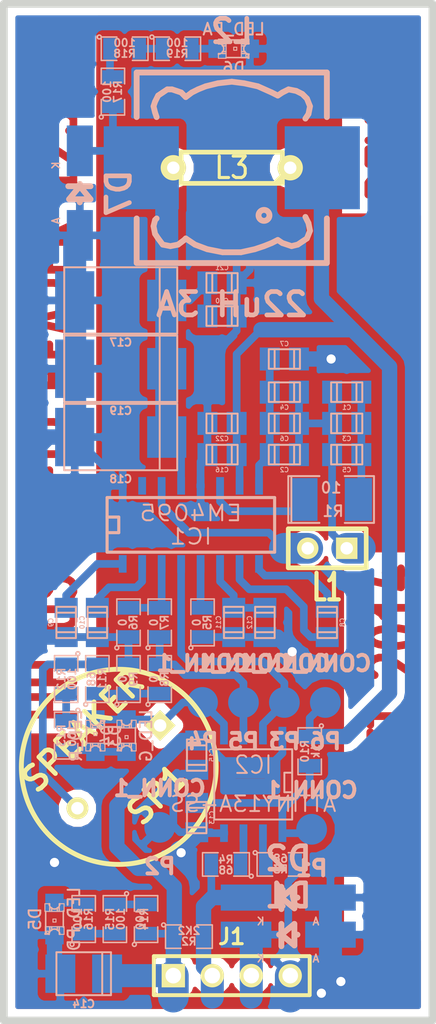
<source format=kicad_pcb>
(kicad_pcb (version 3) (host pcbnew "(2013-jul-07)-stable")

  (general
    (links 104)
    (no_connects 0)
    (area 198.323999 114.249999 224.586001 178.866001)
    (thickness 1.6)
    (drawings 7)
    (tracks 244)
    (zones 0)
    (modules 61)
    (nets 34)
  )

  (page A3)
  (layers
    (15 F.Cu signal hide)
    (0 B.Cu signal)
    (16 B.Adhes user)
    (17 F.Adhes user)
    (18 B.Paste user)
    (19 F.Paste user)
    (20 B.SilkS user)
    (21 F.SilkS user)
    (22 B.Mask user)
    (23 F.Mask user)
    (24 Dwgs.User user)
    (25 Cmts.User user)
    (26 Eco1.User user)
    (27 Eco2.User user)
    (28 Edge.Cuts user)
  )

  (setup
    (last_trace_width 0.4)
    (user_trace_width 0.3)
    (user_trace_width 0.4)
    (user_trace_width 0.5)
    (user_trace_width 0.6)
    (user_trace_width 0.7)
    (user_trace_width 0.8)
    (user_trace_width 1)
    (user_trace_width 1.5)
    (user_trace_width 2)
    (user_trace_width 2.5)
    (user_trace_width 3)
    (trace_clearance 0.3)
    (zone_clearance 0.5)
    (zone_45_only no)
    (trace_min 0.3)
    (segment_width 0.2)
    (edge_width 0.5)
    (via_size 1.6)
    (via_drill 0.6)
    (via_min_size 1.6)
    (via_min_drill 0.6)
    (uvia_size 0.508)
    (uvia_drill 0.127)
    (uvias_allowed no)
    (uvia_min_size 0.508)
    (uvia_min_drill 0.127)
    (pcb_text_width 0.3)
    (pcb_text_size 1.5 1.5)
    (mod_edge_width 0.15)
    (mod_text_size 1 1)
    (mod_text_width 0.15)
    (pad_size 2 2)
    (pad_drill 0)
    (pad_to_mask_clearance 0)
    (aux_axis_origin 197.866 178.816)
    (visible_elements 7FFFFFCF)
    (pcbplotparams
      (layerselection 1)
      (usegerberextensions false)
      (excludeedgelayer true)
      (linewidth 0.150000)
      (plotframeref false)
      (viasonmask false)
      (mode 1)
      (useauxorigin false)
      (hpglpennumber 1)
      (hpglpenspeed 20)
      (hpglpendiameter 15)
      (hpglpenoverlay 2)
      (psnegative false)
      (psa4output false)
      (plotreference true)
      (plotvalue true)
      (plotothertext true)
      (plotinvisibletext false)
      (padsonsilk false)
      (subtractmaskfromsilk false)
      (outputformat 5)
      (mirror false)
      (drillshape 2)
      (scaleselection 1)
      (outputdirectory C:/Users/Aivaras/Desktop/RFID/svg/))
  )

  (net 0 "")
  (net 1 +5V)
  (net 2 +5VA)
  (net 3 /MISO)
  (net 4 /MOSI)
  (net 5 /RST)
  (net 6 /SCK)
  (net 7 GND)
  (net 8 N-0000010)
  (net 9 N-0000011)
  (net 10 N-0000012)
  (net 11 N-0000013)
  (net 12 N-0000014)
  (net 13 N-0000017)
  (net 14 N-0000018)
  (net 15 N-0000019)
  (net 16 N-000002)
  (net 17 N-0000020)
  (net 18 N-0000023)
  (net 19 N-0000024)
  (net 20 N-0000025)
  (net 21 N-0000026)
  (net 22 N-0000027)
  (net 23 N-0000028)
  (net 24 N-0000029)
  (net 25 N-0000031)
  (net 26 N-0000032)
  (net 27 N-0000033)
  (net 28 N-0000034)
  (net 29 N-000004)
  (net 30 N-000006)
  (net 31 N-000007)
  (net 32 N-000008)
  (net 33 N-000009)

  (net_class Default "This is the default net class."
    (clearance 0.3)
    (trace_width 0.3)
    (via_dia 1.6)
    (via_drill 0.6)
    (uvia_dia 0.508)
    (uvia_drill 0.127)
    (add_net "")
    (add_net +5V)
    (add_net +5VA)
    (add_net /MISO)
    (add_net /MOSI)
    (add_net /RST)
    (add_net /SCK)
    (add_net GND)
    (add_net N-0000010)
    (add_net N-0000011)
    (add_net N-0000012)
    (add_net N-0000013)
    (add_net N-0000014)
    (add_net N-0000017)
    (add_net N-0000018)
    (add_net N-0000019)
    (add_net N-000002)
    (add_net N-0000020)
    (add_net N-0000023)
    (add_net N-0000024)
    (add_net N-0000025)
    (add_net N-0000026)
    (add_net N-0000027)
    (add_net N-0000028)
    (add_net N-0000029)
    (add_net N-0000031)
    (add_net N-0000032)
    (add_net N-0000033)
    (add_net N-0000034)
    (add_net N-000004)
    (add_net N-000006)
    (add_net N-000007)
    (add_net N-000008)
    (add_net N-000009)
  )

  (module BUZ3-5   placed (layer F.Cu) (tedit 4C5ED5E7) (tstamp 542555BB)
    (at 205.105 162.56 225)
    (path /541D1F08)
    (fp_text reference SP1 (at -0.508 -3.048 225) (layer F.SilkS)
      (effects (font (size 1.524 1.524) (thickness 0.3048)))
    )
    (fp_text value SPEAKER (at 0 3.302 225) (layer F.SilkS)
      (effects (font (size 1.524 1.524) (thickness 0.3048)))
    )
    (fp_circle (center 0 0) (end -6.35 0) (layer F.SilkS) (width 0.3175))
    (pad 1 thru_hole rect (at -3.81 0 225) (size 1.4224 1.4224) (drill 0.8128)
      (layers *.Cu *.Mask F.SilkS)
      (net 4 /MOSI)
    )
    (pad 2 thru_hole circle (at 3.81 0 225) (size 1.4224 1.4224) (drill 0.8128)
      (layers *.Cu *.Mask F.SilkS)
      (net 13 N-0000017)
    )
  )

  (module SO8N   placed (layer B.Cu) (tedit 45127296) (tstamp 5425529B)
    (at 213.868 163.703 180)
    (descr "Module CMS SOJ 8 pins large")
    (tags "CMS SOJ")
    (path /541D12F3)
    (attr smd)
    (fp_text reference IC2 (at 0 1.27 180) (layer B.SilkS)
      (effects (font (size 1.143 1.016) (thickness 0.127)) (justify mirror))
    )
    (fp_text value ATTINY13A-SS (at 0 -1.27 180) (layer B.SilkS)
      (effects (font (size 1.016 1.016) (thickness 0.127)) (justify mirror))
    )
    (fp_line (start -2.54 2.286) (end 2.54 2.286) (layer B.SilkS) (width 0.127))
    (fp_line (start 2.54 2.286) (end 2.54 -2.286) (layer B.SilkS) (width 0.127))
    (fp_line (start 2.54 -2.286) (end -2.54 -2.286) (layer B.SilkS) (width 0.127))
    (fp_line (start -2.54 -2.286) (end -2.54 2.286) (layer B.SilkS) (width 0.127))
    (fp_line (start -2.54 0.762) (end -2.032 0.762) (layer B.SilkS) (width 0.127))
    (fp_line (start -2.032 0.762) (end -2.032 -0.508) (layer B.SilkS) (width 0.127))
    (fp_line (start -2.032 -0.508) (end -2.54 -0.508) (layer B.SilkS) (width 0.127))
    (pad 8 smd rect (at -1.905 3.175 180) (size 0.508 1.143)
      (layers B.Cu B.Paste B.Mask)
      (net 1 +5V)
    )
    (pad 7 smd rect (at -0.635 3.175 180) (size 0.508 1.143)
      (layers B.Cu B.Paste B.Mask)
      (net 6 /SCK)
    )
    (pad 6 smd rect (at 0.635 3.175 180) (size 0.508 1.143)
      (layers B.Cu B.Paste B.Mask)
      (net 3 /MISO)
    )
    (pad 5 smd rect (at 1.905 3.175 180) (size 0.508 1.143)
      (layers B.Cu B.Paste B.Mask)
      (net 4 /MOSI)
    )
    (pad 4 smd rect (at 1.905 -3.175 180) (size 0.508 1.143)
      (layers B.Cu B.Paste B.Mask)
      (net 7 GND)
    )
    (pad 3 smd rect (at 0.635 -3.175 180) (size 0.508 1.143)
      (layers B.Cu B.Paste B.Mask)
      (net 9 N-0000011)
    )
    (pad 2 smd rect (at -0.635 -3.175 180) (size 0.508 1.143)
      (layers B.Cu B.Paste B.Mask)
      (net 10 N-0000012)
    )
    (pad 1 smd rect (at -1.905 -3.175 180) (size 0.508 1.143)
      (layers B.Cu B.Paste B.Mask)
      (net 5 /RST)
    )
    (model smd/cms_so8.wrl
      (at (xyz 0 0 0))
      (scale (xyz 0.5 0.38 0.5))
      (rotate (xyz 0 0 0))
    )
  )

  (module SO16E   placed (layer B.Cu) (tedit 4280700D) (tstamp 542552B6)
    (at 209.804 146.812)
    (descr "Module CMS SOJ 16 pins etroit")
    (tags "CMS SOJ")
    (path /5412E927)
    (attr smd)
    (fp_text reference IC1 (at 0 0.762) (layer B.SilkS)
      (effects (font (size 1.016 1.143) (thickness 0.127)) (justify mirror))
    )
    (fp_text value EM4095 (at 0 -0.762) (layer B.SilkS)
      (effects (font (size 1.016 1.143) (thickness 0.127)) (justify mirror))
    )
    (fp_line (start -5.461 1.778) (end 5.461 1.778) (layer B.SilkS) (width 0.2032))
    (fp_line (start 5.461 1.778) (end 5.461 -1.778) (layer B.SilkS) (width 0.2032))
    (fp_line (start 5.461 -1.778) (end -5.461 -1.778) (layer B.SilkS) (width 0.2032))
    (fp_line (start -5.461 -1.778) (end -5.461 1.778) (layer B.SilkS) (width 0.2032))
    (fp_line (start -5.461 0.508) (end -4.699 0.508) (layer B.SilkS) (width 0.2032))
    (fp_line (start -4.699 0.508) (end -4.699 -0.508) (layer B.SilkS) (width 0.2032))
    (fp_line (start -4.699 -0.508) (end -5.461 -0.508) (layer B.SilkS) (width 0.2032))
    (pad 1 smd rect (at -4.445 -2.54) (size 0.508 1.143)
      (layers B.Cu B.Paste B.Mask)
      (net 7 GND)
    )
    (pad 2 smd rect (at -3.175 -2.54) (size 0.508 1.143)
      (layers B.Cu B.Paste B.Mask)
    )
    (pad 3 smd rect (at -1.905 -2.54) (size 0.508 1.143)
      (layers B.Cu B.Paste B.Mask)
      (net 24 N-0000029)
    )
    (pad 4 smd rect (at -0.635 -2.54) (size 0.508 1.143)
      (layers B.Cu B.Paste B.Mask)
      (net 2 +5VA)
    )
    (pad 5 smd rect (at 0.635 -2.54) (size 0.508 1.143)
      (layers B.Cu B.Paste B.Mask)
      (net 7 GND)
    )
    (pad 6 smd rect (at 1.905 -2.54) (size 0.508 1.143)
      (layers B.Cu B.Paste B.Mask)
      (net 23 N-0000028)
    )
    (pad 7 smd rect (at 3.175 -2.54) (size 0.508 1.143)
      (layers B.Cu B.Paste B.Mask)
      (net 1 +5V)
    )
    (pad 8 smd rect (at 4.445 -2.54) (size 0.508 1.143)
      (layers B.Cu B.Paste B.Mask)
      (net 26 N-0000032)
    )
    (pad 9 smd rect (at 4.445 2.54) (size 0.508 1.143)
      (layers B.Cu B.Paste B.Mask)
      (net 12 N-0000014)
    )
    (pad 10 smd rect (at 3.175 2.54) (size 0.508 1.143)
      (layers B.Cu B.Paste B.Mask)
      (net 19 N-0000024)
    )
    (pad 11 smd rect (at 1.905 2.54) (size 0.508 1.143)
      (layers B.Cu B.Paste B.Mask)
      (net 11 N-0000013)
    )
    (pad 12 smd rect (at 0.635 2.54) (size 0.508 1.143)
      (layers B.Cu B.Paste B.Mask)
      (net 22 N-0000027)
    )
    (pad 13 smd rect (at -0.635 2.54) (size 0.508 1.143)
      (layers B.Cu B.Paste B.Mask)
      (net 6 /SCK)
    )
    (pad 14 smd rect (at -1.905 2.54) (size 0.508 1.143)
      (layers B.Cu B.Paste B.Mask)
      (net 32 N-000008)
    )
    (pad 15 smd rect (at -3.175 2.54) (size 0.508 1.143)
      (layers B.Cu B.Paste B.Mask)
      (net 21 N-0000026)
    )
    (pad 16 smd rect (at -4.445 2.54) (size 0.508 1.143)
      (layers B.Cu B.Paste B.Mask)
      (net 18 N-0000023)
    )
    (model smd/cms_so16.wrl
      (at (xyz 0 0 0))
      (scale (xyz 0.5 0.3 0.5))
      (rotate (xyz 0 0 0))
    )
  )

  (module SM1210L   placed (layer B.Cu) (tedit 51014C14) (tstamp 542552C3)
    (at 218.948 145.161)
    (tags "CMS SM")
    (path /5412EE7E)
    (attr smd)
    (fp_text reference R1 (at 0.127 0.762) (layer B.SilkS)
      (effects (font (size 0.7 0.7) (thickness 0.127)) (justify mirror))
    )
    (fp_text value 10 (at 0 -0.762) (layer B.SilkS)
      (effects (font (size 0.7 0.7) (thickness 0.127)) (justify mirror))
    )
    (fp_line (start -2.794 1.524) (end -2.794 -1.524) (layer B.SilkS) (width 0.127))
    (fp_line (start 0.889 -1.524) (end 2.794 -1.524) (layer B.SilkS) (width 0.127))
    (fp_line (start 2.794 -1.524) (end 2.794 1.524) (layer B.SilkS) (width 0.127))
    (fp_line (start 2.794 1.524) (end 0.889 1.524) (layer B.SilkS) (width 0.127))
    (fp_line (start -0.762 1.524) (end -2.794 1.524) (layer B.SilkS) (width 0.127))
    (fp_line (start -2.594 1.524) (end -2.594 -1.524) (layer B.SilkS) (width 0.127))
    (fp_line (start -2.794 -1.524) (end -0.762 -1.524) (layer B.SilkS) (width 0.127))
    (pad 1 smd rect (at -1.778 0) (size 1.778 2.794)
      (layers B.Cu B.Paste B.Mask)
      (net 23 N-0000028)
    )
    (pad 2 smd rect (at 1.778 0) (size 1.778 2.794)
      (layers B.Cu B.Paste B.Mask)
      (net 25 N-0000031)
    )
    (model smd/chip_cms.wrl
      (at (xyz 0 0 0))
      (scale (xyz 0.2 0.2 0.2))
      (rotate (xyz 0 0 0))
    )
  )

  (module SM0805   placed (layer B.Cu) (tedit 5091495C) (tstamp 542552D0)
    (at 205.74 153.162 90)
    (path /541D17EF)
    (attr smd)
    (fp_text reference R6 (at 0 0.3175 90) (layer B.SilkS)
      (effects (font (size 0.50038 0.50038) (thickness 0.10922)) (justify mirror))
    )
    (fp_text value 0 (at 0 -0.381 90) (layer B.SilkS)
      (effects (font (size 0.50038 0.50038) (thickness 0.10922)) (justify mirror))
    )
    (fp_circle (center -1.651 -0.762) (end -1.651 -0.635) (layer B.SilkS) (width 0.09906))
    (fp_line (start -0.508 -0.762) (end -1.524 -0.762) (layer B.SilkS) (width 0.09906))
    (fp_line (start -1.524 -0.762) (end -1.524 0.762) (layer B.SilkS) (width 0.09906))
    (fp_line (start -1.524 0.762) (end -0.508 0.762) (layer B.SilkS) (width 0.09906))
    (fp_line (start 0.508 0.762) (end 1.524 0.762) (layer B.SilkS) (width 0.09906))
    (fp_line (start 1.524 0.762) (end 1.524 -0.762) (layer B.SilkS) (width 0.09906))
    (fp_line (start 1.524 -0.762) (end 0.508 -0.762) (layer B.SilkS) (width 0.09906))
    (pad 1 smd rect (at -0.9525 0 90) (size 0.889 1.397)
      (layers B.Cu B.Paste B.Mask)
      (net 7 GND)
    )
    (pad 2 smd rect (at 0.9525 0 90) (size 0.889 1.397)
      (layers B.Cu B.Paste B.Mask)
      (net 32 N-000008)
    )
    (model smd/chip_cms.wrl
      (at (xyz 0 0 0))
      (scale (xyz 0.1 0.1 0.1))
      (rotate (xyz 0 0 0))
    )
  )

  (module SM0805   placed (layer B.Cu) (tedit 5091495C) (tstamp 542552DD)
    (at 207.772 153.162 90)
    (path /541D1314)
    (attr smd)
    (fp_text reference R7 (at 0 0.3175 90) (layer B.SilkS)
      (effects (font (size 0.50038 0.50038) (thickness 0.10922)) (justify mirror))
    )
    (fp_text value 0 (at 0 -0.381 90) (layer B.SilkS)
      (effects (font (size 0.50038 0.50038) (thickness 0.10922)) (justify mirror))
    )
    (fp_circle (center -1.651 -0.762) (end -1.651 -0.635) (layer B.SilkS) (width 0.09906))
    (fp_line (start -0.508 -0.762) (end -1.524 -0.762) (layer B.SilkS) (width 0.09906))
    (fp_line (start -1.524 -0.762) (end -1.524 0.762) (layer B.SilkS) (width 0.09906))
    (fp_line (start -1.524 0.762) (end -0.508 0.762) (layer B.SilkS) (width 0.09906))
    (fp_line (start 0.508 0.762) (end 1.524 0.762) (layer B.SilkS) (width 0.09906))
    (fp_line (start 1.524 0.762) (end 1.524 -0.762) (layer B.SilkS) (width 0.09906))
    (fp_line (start 1.524 -0.762) (end 0.508 -0.762) (layer B.SilkS) (width 0.09906))
    (pad 1 smd rect (at -0.9525 0 90) (size 0.889 1.397)
      (layers B.Cu B.Paste B.Mask)
      (net 3 /MISO)
    )
    (pad 2 smd rect (at 0.9525 0 90) (size 0.889 1.397)
      (layers B.Cu B.Paste B.Mask)
      (net 32 N-000008)
    )
    (model smd/chip_cms.wrl
      (at (xyz 0 0 0))
      (scale (xyz 0.1 0.1 0.1))
      (rotate (xyz 0 0 0))
    )
  )

  (module SM0805   placed (layer B.Cu) (tedit 543C1FFF) (tstamp 542552EA)
    (at 206.883 172.466 90)
    (path /541D1A03)
    (attr smd)
    (fp_text reference R14 (at 0 -0.127 90) (layer B.SilkS)
      (effects (font (size 0.50038 0.50038) (thickness 0.10922)) (justify mirror))
    )
    (fp_text value 100 (at 0 -0.381 90) (layer B.SilkS)
      (effects (font (size 0.50038 0.50038) (thickness 0.10922)) (justify mirror))
    )
    (fp_circle (center -1.651 -0.762) (end -1.651 -0.635) (layer B.SilkS) (width 0.09906))
    (fp_line (start -0.508 -0.762) (end -1.524 -0.762) (layer B.SilkS) (width 0.09906))
    (fp_line (start -1.524 -0.762) (end -1.524 0.762) (layer B.SilkS) (width 0.09906))
    (fp_line (start -1.524 0.762) (end -0.508 0.762) (layer B.SilkS) (width 0.09906))
    (fp_line (start 0.508 0.762) (end 1.524 0.762) (layer B.SilkS) (width 0.09906))
    (fp_line (start 1.524 0.762) (end 1.524 -0.762) (layer B.SilkS) (width 0.09906))
    (fp_line (start 1.524 -0.762) (end 0.508 -0.762) (layer B.SilkS) (width 0.09906))
    (pad 1 smd rect (at -0.9525 0 90) (size 0.889 1.397)
      (layers B.Cu B.Paste B.Mask)
      (net 1 +5V)
    )
    (pad 2 smd rect (at 0.9525 0 90) (size 0.889 1.397)
      (layers B.Cu B.Paste B.Mask)
      (net 29 N-000004)
    )
    (model smd/chip_cms.wrl
      (at (xyz 0 0 0))
      (scale (xyz 0.1 0.1 0.1))
      (rotate (xyz 0 0 0))
    )
  )

  (module SM0805   placed (layer B.Cu) (tedit 5091495C) (tstamp 542552F7)
    (at 204.724 118.618 90)
    (path /541D1A09)
    (attr smd)
    (fp_text reference R17 (at 0 0.3175 90) (layer B.SilkS)
      (effects (font (size 0.50038 0.50038) (thickness 0.10922)) (justify mirror))
    )
    (fp_text value 100 (at 0 -0.381 90) (layer B.SilkS)
      (effects (font (size 0.50038 0.50038) (thickness 0.10922)) (justify mirror))
    )
    (fp_circle (center -1.651 -0.762) (end -1.651 -0.635) (layer B.SilkS) (width 0.09906))
    (fp_line (start -0.508 -0.762) (end -1.524 -0.762) (layer B.SilkS) (width 0.09906))
    (fp_line (start -1.524 -0.762) (end -1.524 0.762) (layer B.SilkS) (width 0.09906))
    (fp_line (start -1.524 0.762) (end -0.508 0.762) (layer B.SilkS) (width 0.09906))
    (fp_line (start 0.508 0.762) (end 1.524 0.762) (layer B.SilkS) (width 0.09906))
    (fp_line (start 1.524 0.762) (end 1.524 -0.762) (layer B.SilkS) (width 0.09906))
    (fp_line (start 1.524 -0.762) (end 0.508 -0.762) (layer B.SilkS) (width 0.09906))
    (pad 1 smd rect (at -0.9525 0 90) (size 0.889 1.397)
      (layers B.Cu B.Paste B.Mask)
      (net 2 +5VA)
    )
    (pad 2 smd rect (at 0.9525 0 90) (size 0.889 1.397)
      (layers B.Cu B.Paste B.Mask)
      (net 16 N-000002)
    )
    (model smd/chip_cms.wrl
      (at (xyz 0 0 0))
      (scale (xyz 0.1 0.1 0.1))
      (rotate (xyz 0 0 0))
    )
  )

  (module SM0805   placed (layer B.Cu) (tedit 5091495C) (tstamp 54255304)
    (at 204.851 172.466 270)
    (path /541D1A20)
    (attr smd)
    (fp_text reference R15 (at 0 0.3175 270) (layer B.SilkS)
      (effects (font (size 0.50038 0.50038) (thickness 0.10922)) (justify mirror))
    )
    (fp_text value 100 (at 0 -0.381 270) (layer B.SilkS)
      (effects (font (size 0.50038 0.50038) (thickness 0.10922)) (justify mirror))
    )
    (fp_circle (center -1.651 -0.762) (end -1.651 -0.635) (layer B.SilkS) (width 0.09906))
    (fp_line (start -0.508 -0.762) (end -1.524 -0.762) (layer B.SilkS) (width 0.09906))
    (fp_line (start -1.524 -0.762) (end -1.524 0.762) (layer B.SilkS) (width 0.09906))
    (fp_line (start -1.524 0.762) (end -0.508 0.762) (layer B.SilkS) (width 0.09906))
    (fp_line (start 0.508 0.762) (end 1.524 0.762) (layer B.SilkS) (width 0.09906))
    (fp_line (start 1.524 0.762) (end 1.524 -0.762) (layer B.SilkS) (width 0.09906))
    (fp_line (start 1.524 -0.762) (end 0.508 -0.762) (layer B.SilkS) (width 0.09906))
    (pad 1 smd rect (at -0.9525 0 270) (size 0.889 1.397)
      (layers B.Cu B.Paste B.Mask)
      (net 29 N-000004)
    )
    (pad 2 smd rect (at 0.9525 0 270) (size 0.889 1.397)
      (layers B.Cu B.Paste B.Mask)
      (net 33 N-000009)
    )
    (model smd/chip_cms.wrl
      (at (xyz 0 0 0))
      (scale (xyz 0.1 0.1 0.1))
      (rotate (xyz 0 0 0))
    )
  )

  (module SM0805   placed (layer B.Cu) (tedit 5091495C) (tstamp 54255311)
    (at 202.819 172.466 90)
    (path /541D1A26)
    (attr smd)
    (fp_text reference R16 (at 0 0.3175 90) (layer B.SilkS)
      (effects (font (size 0.50038 0.50038) (thickness 0.10922)) (justify mirror))
    )
    (fp_text value 100 (at 0 -0.381 90) (layer B.SilkS)
      (effects (font (size 0.50038 0.50038) (thickness 0.10922)) (justify mirror))
    )
    (fp_circle (center -1.651 -0.762) (end -1.651 -0.635) (layer B.SilkS) (width 0.09906))
    (fp_line (start -0.508 -0.762) (end -1.524 -0.762) (layer B.SilkS) (width 0.09906))
    (fp_line (start -1.524 -0.762) (end -1.524 0.762) (layer B.SilkS) (width 0.09906))
    (fp_line (start -1.524 0.762) (end -0.508 0.762) (layer B.SilkS) (width 0.09906))
    (fp_line (start 0.508 0.762) (end 1.524 0.762) (layer B.SilkS) (width 0.09906))
    (fp_line (start 1.524 0.762) (end 1.524 -0.762) (layer B.SilkS) (width 0.09906))
    (fp_line (start 1.524 -0.762) (end 0.508 -0.762) (layer B.SilkS) (width 0.09906))
    (pad 1 smd rect (at -0.9525 0 90) (size 0.889 1.397)
      (layers B.Cu B.Paste B.Mask)
      (net 33 N-000009)
    )
    (pad 2 smd rect (at 0.9525 0 90) (size 0.889 1.397)
      (layers B.Cu B.Paste B.Mask)
      (net 31 N-000007)
    )
    (model smd/chip_cms.wrl
      (at (xyz 0 0 0))
      (scale (xyz 0.1 0.1 0.1))
      (rotate (xyz 0 0 0))
    )
  )

  (module SM0805   placed (layer B.Cu) (tedit 5091495C) (tstamp 5425531E)
    (at 210.566 153.162 90)
    (path /5412FCA7)
    (attr smd)
    (fp_text reference R5 (at 0 0.3175 90) (layer B.SilkS)
      (effects (font (size 0.50038 0.50038) (thickness 0.10922)) (justify mirror))
    )
    (fp_text value 0 (at 0 -0.381 90) (layer B.SilkS)
      (effects (font (size 0.50038 0.50038) (thickness 0.10922)) (justify mirror))
    )
    (fp_circle (center -1.651 -0.762) (end -1.651 -0.635) (layer B.SilkS) (width 0.09906))
    (fp_line (start -0.508 -0.762) (end -1.524 -0.762) (layer B.SilkS) (width 0.09906))
    (fp_line (start -1.524 -0.762) (end -1.524 0.762) (layer B.SilkS) (width 0.09906))
    (fp_line (start -1.524 0.762) (end -0.508 0.762) (layer B.SilkS) (width 0.09906))
    (fp_line (start 0.508 0.762) (end 1.524 0.762) (layer B.SilkS) (width 0.09906))
    (fp_line (start 1.524 0.762) (end 1.524 -0.762) (layer B.SilkS) (width 0.09906))
    (fp_line (start 1.524 -0.762) (end 0.508 -0.762) (layer B.SilkS) (width 0.09906))
    (pad 1 smd rect (at -0.9525 0 90) (size 0.889 1.397)
      (layers B.Cu B.Paste B.Mask)
      (net 7 GND)
    )
    (pad 2 smd rect (at 0.9525 0 90) (size 0.889 1.397)
      (layers B.Cu B.Paste B.Mask)
      (net 22 N-0000027)
    )
    (model smd/chip_cms.wrl
      (at (xyz 0 0 0))
      (scale (xyz 0.1 0.1 0.1))
      (rotate (xyz 0 0 0))
    )
  )

  (module SM0805   placed (layer B.Cu) (tedit 5091495C) (tstamp 5425532B)
    (at 205.486 115.824)
    (path /541D1A2C)
    (attr smd)
    (fp_text reference R18 (at 0 0.3175) (layer B.SilkS)
      (effects (font (size 0.50038 0.50038) (thickness 0.10922)) (justify mirror))
    )
    (fp_text value 100 (at 0 -0.381) (layer B.SilkS)
      (effects (font (size 0.50038 0.50038) (thickness 0.10922)) (justify mirror))
    )
    (fp_circle (center -1.651 -0.762) (end -1.651 -0.635) (layer B.SilkS) (width 0.09906))
    (fp_line (start -0.508 -0.762) (end -1.524 -0.762) (layer B.SilkS) (width 0.09906))
    (fp_line (start -1.524 -0.762) (end -1.524 0.762) (layer B.SilkS) (width 0.09906))
    (fp_line (start -1.524 0.762) (end -0.508 0.762) (layer B.SilkS) (width 0.09906))
    (fp_line (start 0.508 0.762) (end 1.524 0.762) (layer B.SilkS) (width 0.09906))
    (fp_line (start 1.524 0.762) (end 1.524 -0.762) (layer B.SilkS) (width 0.09906))
    (fp_line (start 1.524 -0.762) (end 0.508 -0.762) (layer B.SilkS) (width 0.09906))
    (pad 1 smd rect (at -0.9525 0) (size 0.889 1.397)
      (layers B.Cu B.Paste B.Mask)
      (net 16 N-000002)
    )
    (pad 2 smd rect (at 0.9525 0) (size 0.889 1.397)
      (layers B.Cu B.Paste B.Mask)
      (net 8 N-0000010)
    )
    (model smd/chip_cms.wrl
      (at (xyz 0 0 0))
      (scale (xyz 0.1 0.1 0.1))
      (rotate (xyz 0 0 0))
    )
  )

  (module SM0805   placed (layer B.Cu) (tedit 5091495C) (tstamp 54255338)
    (at 208.915 115.824)
    (path /541D1A32)
    (attr smd)
    (fp_text reference R19 (at 0 0.3175) (layer B.SilkS)
      (effects (font (size 0.50038 0.50038) (thickness 0.10922)) (justify mirror))
    )
    (fp_text value 100 (at 0 -0.381) (layer B.SilkS)
      (effects (font (size 0.50038 0.50038) (thickness 0.10922)) (justify mirror))
    )
    (fp_circle (center -1.651 -0.762) (end -1.651 -0.635) (layer B.SilkS) (width 0.09906))
    (fp_line (start -0.508 -0.762) (end -1.524 -0.762) (layer B.SilkS) (width 0.09906))
    (fp_line (start -1.524 -0.762) (end -1.524 0.762) (layer B.SilkS) (width 0.09906))
    (fp_line (start -1.524 0.762) (end -0.508 0.762) (layer B.SilkS) (width 0.09906))
    (fp_line (start 0.508 0.762) (end 1.524 0.762) (layer B.SilkS) (width 0.09906))
    (fp_line (start 1.524 0.762) (end 1.524 -0.762) (layer B.SilkS) (width 0.09906))
    (fp_line (start 1.524 -0.762) (end 0.508 -0.762) (layer B.SilkS) (width 0.09906))
    (pad 1 smd rect (at -0.9525 0) (size 0.889 1.397)
      (layers B.Cu B.Paste B.Mask)
      (net 8 N-0000010)
    )
    (pad 2 smd rect (at 0.9525 0) (size 0.889 1.397)
      (layers B.Cu B.Paste B.Mask)
      (net 30 N-000006)
    )
    (model smd/chip_cms.wrl
      (at (xyz 0 0 0))
      (scale (xyz 0.1 0.1 0.1))
      (rotate (xyz 0 0 0))
    )
  )

  (module SM0805   placed (layer B.Cu) (tedit 5091495C) (tstamp 54255345)
    (at 217.551 161.544 270)
    (path /541D158B)
    (attr smd)
    (fp_text reference R10 (at 0 0.3175 270) (layer B.SilkS)
      (effects (font (size 0.50038 0.50038) (thickness 0.10922)) (justify mirror))
    )
    (fp_text value 1k (at 0 -0.381 270) (layer B.SilkS)
      (effects (font (size 0.50038 0.50038) (thickness 0.10922)) (justify mirror))
    )
    (fp_circle (center -1.651 -0.762) (end -1.651 -0.635) (layer B.SilkS) (width 0.09906))
    (fp_line (start -0.508 -0.762) (end -1.524 -0.762) (layer B.SilkS) (width 0.09906))
    (fp_line (start -1.524 -0.762) (end -1.524 0.762) (layer B.SilkS) (width 0.09906))
    (fp_line (start -1.524 0.762) (end -0.508 0.762) (layer B.SilkS) (width 0.09906))
    (fp_line (start 0.508 0.762) (end 1.524 0.762) (layer B.SilkS) (width 0.09906))
    (fp_line (start 1.524 0.762) (end 1.524 -0.762) (layer B.SilkS) (width 0.09906))
    (fp_line (start 1.524 -0.762) (end 0.508 -0.762) (layer B.SilkS) (width 0.09906))
    (pad 1 smd rect (at -0.9525 0 270) (size 0.889 1.397)
      (layers B.Cu B.Paste B.Mask)
      (net 1 +5V)
    )
    (pad 2 smd rect (at 0.9525 0 270) (size 0.889 1.397)
      (layers B.Cu B.Paste B.Mask)
      (net 5 /RST)
    )
    (model smd/chip_cms.wrl
      (at (xyz 0 0 0))
      (scale (xyz 0.1 0.1 0.1))
      (rotate (xyz 0 0 0))
    )
  )

  (module SM0805   placed (layer B.Cu) (tedit 5091495C) (tstamp 54255352)
    (at 201.676 156.845 270)
    (path /541D1EC7)
    (attr smd)
    (fp_text reference R12 (at 0 0.3175 270) (layer B.SilkS)
      (effects (font (size 0.50038 0.50038) (thickness 0.10922)) (justify mirror))
    )
    (fp_text value 100 (at 0 -0.381 270) (layer B.SilkS)
      (effects (font (size 0.50038 0.50038) (thickness 0.10922)) (justify mirror))
    )
    (fp_circle (center -1.651 -0.762) (end -1.651 -0.635) (layer B.SilkS) (width 0.09906))
    (fp_line (start -0.508 -0.762) (end -1.524 -0.762) (layer B.SilkS) (width 0.09906))
    (fp_line (start -1.524 -0.762) (end -1.524 0.762) (layer B.SilkS) (width 0.09906))
    (fp_line (start -1.524 0.762) (end -0.508 0.762) (layer B.SilkS) (width 0.09906))
    (fp_line (start 0.508 0.762) (end 1.524 0.762) (layer B.SilkS) (width 0.09906))
    (fp_line (start 1.524 0.762) (end 1.524 -0.762) (layer B.SilkS) (width 0.09906))
    (fp_line (start 1.524 -0.762) (end 0.508 -0.762) (layer B.SilkS) (width 0.09906))
    (pad 1 smd rect (at -0.9525 0 270) (size 0.889 1.397)
      (layers B.Cu B.Paste B.Mask)
      (net 13 N-0000017)
    )
    (pad 2 smd rect (at 0.9525 0 270) (size 0.889 1.397)
      (layers B.Cu B.Paste B.Mask)
      (net 15 N-0000019)
    )
    (model smd/chip_cms.wrl
      (at (xyz 0 0 0))
      (scale (xyz 0.1 0.1 0.1))
      (rotate (xyz 0 0 0))
    )
  )

  (module SM0805   placed (layer B.Cu) (tedit 5091495C) (tstamp 5425535F)
    (at 201.676 160.528 270)
    (path /541D1ECD)
    (attr smd)
    (fp_text reference R13 (at 0 0.3175 270) (layer B.SilkS)
      (effects (font (size 0.50038 0.50038) (thickness 0.10922)) (justify mirror))
    )
    (fp_text value 100 (at 0 -0.381 270) (layer B.SilkS)
      (effects (font (size 0.50038 0.50038) (thickness 0.10922)) (justify mirror))
    )
    (fp_circle (center -1.651 -0.762) (end -1.651 -0.635) (layer B.SilkS) (width 0.09906))
    (fp_line (start -0.508 -0.762) (end -1.524 -0.762) (layer B.SilkS) (width 0.09906))
    (fp_line (start -1.524 -0.762) (end -1.524 0.762) (layer B.SilkS) (width 0.09906))
    (fp_line (start -1.524 0.762) (end -0.508 0.762) (layer B.SilkS) (width 0.09906))
    (fp_line (start 0.508 0.762) (end 1.524 0.762) (layer B.SilkS) (width 0.09906))
    (fp_line (start 1.524 0.762) (end 1.524 -0.762) (layer B.SilkS) (width 0.09906))
    (fp_line (start 1.524 -0.762) (end 0.508 -0.762) (layer B.SilkS) (width 0.09906))
    (pad 1 smd rect (at -0.9525 0 270) (size 0.889 1.397)
      (layers B.Cu B.Paste B.Mask)
      (net 15 N-0000019)
    )
    (pad 2 smd rect (at 0.9525 0 270) (size 0.889 1.397)
      (layers B.Cu B.Paste B.Mask)
      (net 17 N-0000020)
    )
    (model smd/chip_cms.wrl
      (at (xyz 0 0 0))
      (scale (xyz 0.1 0.1 0.1))
      (rotate (xyz 0 0 0))
    )
  )

  (module SM0805   placed (layer B.Cu) (tedit 5091495C) (tstamp 5425536C)
    (at 203.708 156.845 90)
    (path /541D1F1F)
    (attr smd)
    (fp_text reference R11 (at 0 0.3175 90) (layer B.SilkS)
      (effects (font (size 0.50038 0.50038) (thickness 0.10922)) (justify mirror))
    )
    (fp_text value 68 (at 0 -0.381 90) (layer B.SilkS)
      (effects (font (size 0.50038 0.50038) (thickness 0.10922)) (justify mirror))
    )
    (fp_circle (center -1.651 -0.762) (end -1.651 -0.635) (layer B.SilkS) (width 0.09906))
    (fp_line (start -0.508 -0.762) (end -1.524 -0.762) (layer B.SilkS) (width 0.09906))
    (fp_line (start -1.524 -0.762) (end -1.524 0.762) (layer B.SilkS) (width 0.09906))
    (fp_line (start -1.524 0.762) (end -0.508 0.762) (layer B.SilkS) (width 0.09906))
    (fp_line (start 0.508 0.762) (end 1.524 0.762) (layer B.SilkS) (width 0.09906))
    (fp_line (start 1.524 0.762) (end 1.524 -0.762) (layer B.SilkS) (width 0.09906))
    (fp_line (start 1.524 -0.762) (end 0.508 -0.762) (layer B.SilkS) (width 0.09906))
    (pad 1 smd rect (at -0.9525 0 90) (size 0.889 1.397)
      (layers B.Cu B.Paste B.Mask)
      (net 14 N-0000018)
    )
    (pad 2 smd rect (at 0.9525 0 90) (size 0.889 1.397)
      (layers B.Cu B.Paste B.Mask)
      (net 13 N-0000017)
    )
    (model smd/chip_cms.wrl
      (at (xyz 0 0 0))
      (scale (xyz 0.1 0.1 0.1))
      (rotate (xyz 0 0 0))
    )
  )

  (module SM0805   placed (layer B.Cu) (tedit 5091495C) (tstamp 54255379)
    (at 205.74 156.845 90)
    (path /541D22A1)
    (attr smd)
    (fp_text reference R9 (at 0 0.3175 90) (layer B.SilkS)
      (effects (font (size 0.50038 0.50038) (thickness 0.10922)) (justify mirror))
    )
    (fp_text value 0 (at 0 -0.381 90) (layer B.SilkS)
      (effects (font (size 0.50038 0.50038) (thickness 0.10922)) (justify mirror))
    )
    (fp_circle (center -1.651 -0.762) (end -1.651 -0.635) (layer B.SilkS) (width 0.09906))
    (fp_line (start -0.508 -0.762) (end -1.524 -0.762) (layer B.SilkS) (width 0.09906))
    (fp_line (start -1.524 -0.762) (end -1.524 0.762) (layer B.SilkS) (width 0.09906))
    (fp_line (start -1.524 0.762) (end -0.508 0.762) (layer B.SilkS) (width 0.09906))
    (fp_line (start 0.508 0.762) (end 1.524 0.762) (layer B.SilkS) (width 0.09906))
    (fp_line (start 1.524 0.762) (end 1.524 -0.762) (layer B.SilkS) (width 0.09906))
    (fp_line (start 1.524 -0.762) (end 0.508 -0.762) (layer B.SilkS) (width 0.09906))
    (pad 1 smd rect (at -0.9525 0 90) (size 0.889 1.397)
      (layers B.Cu B.Paste B.Mask)
      (net 14 N-0000018)
    )
    (pad 2 smd rect (at 0.9525 0 90) (size 0.889 1.397)
      (layers B.Cu B.Paste B.Mask)
      (net 7 GND)
    )
    (model smd/chip_cms.wrl
      (at (xyz 0 0 0))
      (scale (xyz 0.1 0.1 0.1))
      (rotate (xyz 0 0 0))
    )
  )

  (module SM0805   placed (layer B.Cu) (tedit 5091495C) (tstamp 54255386)
    (at 207.772 156.845 90)
    (path /541D22A7)
    (attr smd)
    (fp_text reference R8 (at 0 0.3175 90) (layer B.SilkS)
      (effects (font (size 0.50038 0.50038) (thickness 0.10922)) (justify mirror))
    )
    (fp_text value 0 (at 0 -0.381 90) (layer B.SilkS)
      (effects (font (size 0.50038 0.50038) (thickness 0.10922)) (justify mirror))
    )
    (fp_circle (center -1.651 -0.762) (end -1.651 -0.635) (layer B.SilkS) (width 0.09906))
    (fp_line (start -0.508 -0.762) (end -1.524 -0.762) (layer B.SilkS) (width 0.09906))
    (fp_line (start -1.524 -0.762) (end -1.524 0.762) (layer B.SilkS) (width 0.09906))
    (fp_line (start -1.524 0.762) (end -0.508 0.762) (layer B.SilkS) (width 0.09906))
    (fp_line (start 0.508 0.762) (end 1.524 0.762) (layer B.SilkS) (width 0.09906))
    (fp_line (start 1.524 0.762) (end 1.524 -0.762) (layer B.SilkS) (width 0.09906))
    (fp_line (start 1.524 -0.762) (end 0.508 -0.762) (layer B.SilkS) (width 0.09906))
    (pad 1 smd rect (at -0.9525 0 90) (size 0.889 1.397)
      (layers B.Cu B.Paste B.Mask)
      (net 14 N-0000018)
    )
    (pad 2 smd rect (at 0.9525 0 90) (size 0.889 1.397)
      (layers B.Cu B.Paste B.Mask)
      (net 3 /MISO)
    )
    (model smd/chip_cms.wrl
      (at (xyz 0 0 0))
      (scale (xyz 0.1 0.1 0.1))
      (rotate (xyz 0 0 0))
    )
  )

  (module SM0805   placed (layer B.Cu) (tedit 5091495C) (tstamp 54255393)
    (at 215.646 168.91)
    (path /53C90DD9)
    (attr smd)
    (fp_text reference R3 (at 0 0.3175) (layer B.SilkS)
      (effects (font (size 0.50038 0.50038) (thickness 0.10922)) (justify mirror))
    )
    (fp_text value 68 (at 0 -0.381) (layer B.SilkS)
      (effects (font (size 0.50038 0.50038) (thickness 0.10922)) (justify mirror))
    )
    (fp_circle (center -1.651 -0.762) (end -1.651 -0.635) (layer B.SilkS) (width 0.09906))
    (fp_line (start -0.508 -0.762) (end -1.524 -0.762) (layer B.SilkS) (width 0.09906))
    (fp_line (start -1.524 -0.762) (end -1.524 0.762) (layer B.SilkS) (width 0.09906))
    (fp_line (start -1.524 0.762) (end -0.508 0.762) (layer B.SilkS) (width 0.09906))
    (fp_line (start 0.508 0.762) (end 1.524 0.762) (layer B.SilkS) (width 0.09906))
    (fp_line (start 1.524 0.762) (end 1.524 -0.762) (layer B.SilkS) (width 0.09906))
    (fp_line (start 1.524 -0.762) (end 0.508 -0.762) (layer B.SilkS) (width 0.09906))
    (pad 1 smd rect (at -0.9525 0) (size 0.889 1.397)
      (layers B.Cu B.Paste B.Mask)
      (net 10 N-0000012)
    )
    (pad 2 smd rect (at 0.9525 0) (size 0.889 1.397)
      (layers B.Cu B.Paste B.Mask)
      (net 20 N-0000025)
    )
    (model smd/chip_cms.wrl
      (at (xyz 0 0 0))
      (scale (xyz 0.1 0.1 0.1))
      (rotate (xyz 0 0 0))
    )
  )

  (module SM0805   placed (layer B.Cu) (tedit 5091495C) (tstamp 542553A0)
    (at 209.677 173.609)
    (path /53C90DEF)
    (attr smd)
    (fp_text reference R2 (at 0 0.3175) (layer B.SilkS)
      (effects (font (size 0.50038 0.50038) (thickness 0.10922)) (justify mirror))
    )
    (fp_text value 2K2 (at 0 -0.381) (layer B.SilkS)
      (effects (font (size 0.50038 0.50038) (thickness 0.10922)) (justify mirror))
    )
    (fp_circle (center -1.651 -0.762) (end -1.651 -0.635) (layer B.SilkS) (width 0.09906))
    (fp_line (start -0.508 -0.762) (end -1.524 -0.762) (layer B.SilkS) (width 0.09906))
    (fp_line (start -1.524 -0.762) (end -1.524 0.762) (layer B.SilkS) (width 0.09906))
    (fp_line (start -1.524 0.762) (end -0.508 0.762) (layer B.SilkS) (width 0.09906))
    (fp_line (start 0.508 0.762) (end 1.524 0.762) (layer B.SilkS) (width 0.09906))
    (fp_line (start 1.524 0.762) (end 1.524 -0.762) (layer B.SilkS) (width 0.09906))
    (fp_line (start 1.524 -0.762) (end 0.508 -0.762) (layer B.SilkS) (width 0.09906))
    (pad 1 smd rect (at -0.9525 0) (size 0.889 1.397)
      (layers B.Cu B.Paste B.Mask)
      (net 1 +5V)
    )
    (pad 2 smd rect (at 0.9525 0) (size 0.889 1.397)
      (layers B.Cu B.Paste B.Mask)
      (net 28 N-0000034)
    )
    (model smd/chip_cms.wrl
      (at (xyz 0 0 0))
      (scale (xyz 0.1 0.1 0.1))
      (rotate (xyz 0 0 0))
    )
  )

  (module SM0805   placed (layer B.Cu) (tedit 5091495C) (tstamp 542553AD)
    (at 212.09 168.91 180)
    (path /53C90DF2)
    (attr smd)
    (fp_text reference R4 (at 0 0.3175 180) (layer B.SilkS)
      (effects (font (size 0.50038 0.50038) (thickness 0.10922)) (justify mirror))
    )
    (fp_text value 68 (at 0 -0.381 180) (layer B.SilkS)
      (effects (font (size 0.50038 0.50038) (thickness 0.10922)) (justify mirror))
    )
    (fp_circle (center -1.651 -0.762) (end -1.651 -0.635) (layer B.SilkS) (width 0.09906))
    (fp_line (start -0.508 -0.762) (end -1.524 -0.762) (layer B.SilkS) (width 0.09906))
    (fp_line (start -1.524 -0.762) (end -1.524 0.762) (layer B.SilkS) (width 0.09906))
    (fp_line (start -1.524 0.762) (end -0.508 0.762) (layer B.SilkS) (width 0.09906))
    (fp_line (start 0.508 0.762) (end 1.524 0.762) (layer B.SilkS) (width 0.09906))
    (fp_line (start 1.524 0.762) (end 1.524 -0.762) (layer B.SilkS) (width 0.09906))
    (fp_line (start 1.524 -0.762) (end 0.508 -0.762) (layer B.SilkS) (width 0.09906))
    (pad 1 smd rect (at -0.9525 0 180) (size 0.889 1.397)
      (layers B.Cu B.Paste B.Mask)
      (net 9 N-0000011)
    )
    (pad 2 smd rect (at 0.9525 0 180) (size 0.889 1.397)
      (layers B.Cu B.Paste B.Mask)
      (net 28 N-0000034)
    )
    (model smd/chip_cms.wrl
      (at (xyz 0 0 0))
      (scale (xyz 0.1 0.1 0.1))
      (rotate (xyz 0 0 0))
    )
  )

  (module SIL-2   placed (layer F.Cu) (tedit 200000) (tstamp 542553B7)
    (at 218.694 148.336 180)
    (descr "Connecteurs 2 pins")
    (tags "CONN DEV")
    (path /5412EFCD)
    (fp_text reference L1 (at 0 -2.54 180) (layer F.SilkS)
      (effects (font (size 1.72974 1.08712) (thickness 0.3048)))
    )
    (fp_text value INDUCTOR (at 0 -2.54 180) (layer F.SilkS) hide
      (effects (font (size 1.524 1.016) (thickness 0.3048)))
    )
    (fp_line (start -2.54 1.27) (end -2.54 -1.27) (layer F.SilkS) (width 0.3048))
    (fp_line (start -2.54 -1.27) (end 2.54 -1.27) (layer F.SilkS) (width 0.3048))
    (fp_line (start 2.54 -1.27) (end 2.54 1.27) (layer F.SilkS) (width 0.3048))
    (fp_line (start 2.54 1.27) (end -2.54 1.27) (layer F.SilkS) (width 0.3048))
    (pad 1 thru_hole rect (at -1.27 0 180) (size 1.397 1.397) (drill 0.8128)
      (layers *.Cu *.Mask F.SilkS)
      (net 27 N-0000033)
    )
    (pad 2 thru_hole circle (at 1.27 0 180) (size 1.397 1.397) (drill 0.8128)
      (layers *.Cu *.Mask F.SilkS)
      (net 24 N-0000029)
    )
  )

  (module R3-LARGE_PADS   placed (layer F.Cu) (tedit 47E26765) (tstamp 542553C5)
    (at 212.471 123.571 180)
    (descr "Resitance 3 pas")
    (tags R)
    (path /541D30AD)
    (autoplace_cost180 10)
    (fp_text reference L3 (at 0 0 180) (layer F.SilkS)
      (effects (font (size 1.397 1.27) (thickness 0.2032)))
    )
    (fp_text value "22uH 3A" (at 0 0 180) (layer F.SilkS) hide
      (effects (font (size 1.397 1.27) (thickness 0.2032)))
    )
    (fp_line (start -3.81 0) (end -3.302 0) (layer F.SilkS) (width 0.3048))
    (fp_line (start 3.81 0) (end 3.302 0) (layer F.SilkS) (width 0.3048))
    (fp_line (start 3.302 0) (end 3.302 -1.016) (layer F.SilkS) (width 0.3048))
    (fp_line (start 3.302 -1.016) (end -3.302 -1.016) (layer F.SilkS) (width 0.3048))
    (fp_line (start -3.302 -1.016) (end -3.302 1.016) (layer F.SilkS) (width 0.3048))
    (fp_line (start -3.302 1.016) (end 3.302 1.016) (layer F.SilkS) (width 0.3048))
    (fp_line (start 3.302 1.016) (end 3.302 0) (layer F.SilkS) (width 0.3048))
    (fp_line (start -3.302 -0.508) (end -2.794 -1.016) (layer F.SilkS) (width 0.3048))
    (pad 1 thru_hole circle (at -3.81 0 180) (size 1.651 1.651) (drill 0.8128)
      (layers *.Cu *.Mask F.SilkS)
      (net 1 +5V)
    )
    (pad 2 thru_hole circle (at 3.81 0 180) (size 1.651 1.651) (drill 0.8128)
      (layers *.Cu *.Mask F.SilkS)
      (net 2 +5VA)
    )
    (model discret/resistor.wrl
      (at (xyz 0 0 0))
      (scale (xyz 0.3 0.3 0.3))
      (rotate (xyz 0 0 0))
    )
  )

  (module PIN_ARRAY_4x1   placed (layer F.Cu) (tedit 4C10F42E) (tstamp 542553D1)
    (at 212.471 176.149)
    (descr "Double rangee de contacts 2 x 5 pins")
    (tags CONN)
    (path /53C90DC8)
    (fp_text reference J1 (at 0 -2.54) (layer F.SilkS)
      (effects (font (size 1.016 1.016) (thickness 0.2032)))
    )
    (fp_text value USB (at 0 2.54) (layer F.SilkS) hide
      (effects (font (size 1.016 1.016) (thickness 0.2032)))
    )
    (fp_line (start 5.08 1.27) (end -5.08 1.27) (layer F.SilkS) (width 0.254))
    (fp_line (start 5.08 -1.27) (end -5.08 -1.27) (layer F.SilkS) (width 0.254))
    (fp_line (start -5.08 -1.27) (end -5.08 1.27) (layer F.SilkS) (width 0.254))
    (fp_line (start 5.08 1.27) (end 5.08 -1.27) (layer F.SilkS) (width 0.254))
    (pad 1 thru_hole rect (at -3.81 0) (size 1.524 1.524) (drill 1.016)
      (layers *.Cu *.Mask F.SilkS)
      (net 1 +5V)
    )
    (pad 2 thru_hole circle (at -1.27 0) (size 1.524 1.524) (drill 1.016)
      (layers *.Cu *.Mask F.SilkS)
      (net 28 N-0000034)
    )
    (pad 3 thru_hole circle (at 1.27 0) (size 1.524 1.524) (drill 1.016)
      (layers *.Cu *.Mask F.SilkS)
      (net 20 N-0000025)
    )
    (pad 4 thru_hole circle (at 3.81 0) (size 1.524 1.524) (drill 1.016)
      (layers *.Cu *.Mask F.SilkS)
      (net 7 GND)
    )
    (model pin_array\pins_array_4x1.wrl
      (at (xyz 0 0 0))
      (scale (xyz 1 1 1))
      (rotate (xyz 0 0 0))
    )
  )

  (module LED-0805   placed (layer B.Cu) (tedit 49DC4C0B) (tstamp 5425540C)
    (at 203.581 160.528 90)
    (descr "LED 0805 smd package")
    (tags "LED 0805 SMD")
    (path /541D1EAF)
    (attr smd)
    (fp_text reference D3 (at 0 1.27 90) (layer B.SilkS)
      (effects (font (size 0.762 0.762) (thickness 0.127)) (justify mirror))
    )
    (fp_text value LED_R (at 0 -1.27 90) (layer B.SilkS)
      (effects (font (size 0.762 0.762) (thickness 0.127)) (justify mirror))
    )
    (fp_line (start 0.49784 -0.29972) (end 0.49784 -0.62484) (layer B.SilkS) (width 0.06604))
    (fp_line (start 0.49784 -0.62484) (end 0.99822 -0.62484) (layer B.SilkS) (width 0.06604))
    (fp_line (start 0.99822 -0.29972) (end 0.99822 -0.62484) (layer B.SilkS) (width 0.06604))
    (fp_line (start 0.49784 -0.29972) (end 0.99822 -0.29972) (layer B.SilkS) (width 0.06604))
    (fp_line (start 0.49784 0.32258) (end 0.49784 0.17272) (layer B.SilkS) (width 0.06604))
    (fp_line (start 0.49784 0.17272) (end 0.7493 0.17272) (layer B.SilkS) (width 0.06604))
    (fp_line (start 0.7493 0.32258) (end 0.7493 0.17272) (layer B.SilkS) (width 0.06604))
    (fp_line (start 0.49784 0.32258) (end 0.7493 0.32258) (layer B.SilkS) (width 0.06604))
    (fp_line (start 0.49784 -0.17272) (end 0.49784 -0.32258) (layer B.SilkS) (width 0.06604))
    (fp_line (start 0.49784 -0.32258) (end 0.7493 -0.32258) (layer B.SilkS) (width 0.06604))
    (fp_line (start 0.7493 -0.17272) (end 0.7493 -0.32258) (layer B.SilkS) (width 0.06604))
    (fp_line (start 0.49784 -0.17272) (end 0.7493 -0.17272) (layer B.SilkS) (width 0.06604))
    (fp_line (start 0.49784 0.19812) (end 0.49784 -0.19812) (layer B.SilkS) (width 0.06604))
    (fp_line (start 0.49784 -0.19812) (end 0.6731 -0.19812) (layer B.SilkS) (width 0.06604))
    (fp_line (start 0.6731 0.19812) (end 0.6731 -0.19812) (layer B.SilkS) (width 0.06604))
    (fp_line (start 0.49784 0.19812) (end 0.6731 0.19812) (layer B.SilkS) (width 0.06604))
    (fp_line (start -0.99822 -0.29972) (end -0.99822 -0.62484) (layer B.SilkS) (width 0.06604))
    (fp_line (start -0.99822 -0.62484) (end -0.49784 -0.62484) (layer B.SilkS) (width 0.06604))
    (fp_line (start -0.49784 -0.29972) (end -0.49784 -0.62484) (layer B.SilkS) (width 0.06604))
    (fp_line (start -0.99822 -0.29972) (end -0.49784 -0.29972) (layer B.SilkS) (width 0.06604))
    (fp_line (start -0.99822 0.62484) (end -0.99822 0.29972) (layer B.SilkS) (width 0.06604))
    (fp_line (start -0.99822 0.29972) (end -0.49784 0.29972) (layer B.SilkS) (width 0.06604))
    (fp_line (start -0.49784 0.62484) (end -0.49784 0.29972) (layer B.SilkS) (width 0.06604))
    (fp_line (start -0.99822 0.62484) (end -0.49784 0.62484) (layer B.SilkS) (width 0.06604))
    (fp_line (start -0.7493 -0.17272) (end -0.7493 -0.32258) (layer B.SilkS) (width 0.06604))
    (fp_line (start -0.7493 -0.32258) (end -0.49784 -0.32258) (layer B.SilkS) (width 0.06604))
    (fp_line (start -0.49784 -0.17272) (end -0.49784 -0.32258) (layer B.SilkS) (width 0.06604))
    (fp_line (start -0.7493 -0.17272) (end -0.49784 -0.17272) (layer B.SilkS) (width 0.06604))
    (fp_line (start -0.7493 0.32258) (end -0.7493 0.17272) (layer B.SilkS) (width 0.06604))
    (fp_line (start -0.7493 0.17272) (end -0.49784 0.17272) (layer B.SilkS) (width 0.06604))
    (fp_line (start -0.49784 0.32258) (end -0.49784 0.17272) (layer B.SilkS) (width 0.06604))
    (fp_line (start -0.7493 0.32258) (end -0.49784 0.32258) (layer B.SilkS) (width 0.06604))
    (fp_line (start -0.6731 0.19812) (end -0.6731 -0.19812) (layer B.SilkS) (width 0.06604))
    (fp_line (start -0.6731 -0.19812) (end -0.49784 -0.19812) (layer B.SilkS) (width 0.06604))
    (fp_line (start -0.49784 0.19812) (end -0.49784 -0.19812) (layer B.SilkS) (width 0.06604))
    (fp_line (start -0.6731 0.19812) (end -0.49784 0.19812) (layer B.SilkS) (width 0.06604))
    (fp_line (start 0 0.09906) (end 0 -0.09906) (layer B.SilkS) (width 0.06604))
    (fp_line (start 0 -0.09906) (end 0.19812 -0.09906) (layer B.SilkS) (width 0.06604))
    (fp_line (start 0.19812 0.09906) (end 0.19812 -0.09906) (layer B.SilkS) (width 0.06604))
    (fp_line (start 0 0.09906) (end 0.19812 0.09906) (layer B.SilkS) (width 0.06604))
    (fp_line (start 0.49784 0.59944) (end 0.49784 0.29972) (layer B.SilkS) (width 0.06604))
    (fp_line (start 0.49784 0.29972) (end 0.79756 0.29972) (layer B.SilkS) (width 0.06604))
    (fp_line (start 0.79756 0.59944) (end 0.79756 0.29972) (layer B.SilkS) (width 0.06604))
    (fp_line (start 0.49784 0.59944) (end 0.79756 0.59944) (layer B.SilkS) (width 0.06604))
    (fp_line (start 0.92456 0.62484) (end 0.92456 0.39878) (layer B.SilkS) (width 0.06604))
    (fp_line (start 0.92456 0.39878) (end 0.99822 0.39878) (layer B.SilkS) (width 0.06604))
    (fp_line (start 0.99822 0.62484) (end 0.99822 0.39878) (layer B.SilkS) (width 0.06604))
    (fp_line (start 0.92456 0.62484) (end 0.99822 0.62484) (layer B.SilkS) (width 0.06604))
    (fp_line (start 0.52324 -0.57404) (end -0.52324 -0.57404) (layer B.SilkS) (width 0.1016))
    (fp_line (start -0.49784 0.57404) (end 0.92456 0.57404) (layer B.SilkS) (width 0.1016))
    (fp_circle (center 0.84836 0.44958) (end 0.89916 0.50038) (layer B.SilkS) (width 0.0508))
    (fp_arc (start 0.99822 0) (end 0.99822 -0.34798) (angle -180) (layer B.SilkS) (width 0.1016))
    (fp_arc (start -0.99822 0) (end -0.99822 0.34798) (angle -180) (layer B.SilkS) (width 0.1016))
    (pad 1 smd rect (at -1.04902 0 90) (size 1.19888 1.19888)
      (layers B.Cu B.Paste B.Mask)
      (net 17 N-0000020)
    )
    (pad 2 smd rect (at 1.04902 0 90) (size 1.19888 1.19888)
      (layers B.Cu B.Paste B.Mask)
      (net 4 /MOSI)
    )
  )

  (module LED-0805   placed (layer B.Cu) (tedit 49DC4C0B) (tstamp 54255447)
    (at 200.914 172.466 270)
    (descr "LED 0805 smd package")
    (tags "LED 0805 SMD")
    (path /541D19F0)
    (attr smd)
    (fp_text reference D5 (at 0 1.27 270) (layer B.SilkS)
      (effects (font (size 0.762 0.762) (thickness 0.127)) (justify mirror))
    )
    (fp_text value LED_PD (at 0 -1.27 270) (layer B.SilkS)
      (effects (font (size 0.762 0.762) (thickness 0.127)) (justify mirror))
    )
    (fp_line (start 0.49784 -0.29972) (end 0.49784 -0.62484) (layer B.SilkS) (width 0.06604))
    (fp_line (start 0.49784 -0.62484) (end 0.99822 -0.62484) (layer B.SilkS) (width 0.06604))
    (fp_line (start 0.99822 -0.29972) (end 0.99822 -0.62484) (layer B.SilkS) (width 0.06604))
    (fp_line (start 0.49784 -0.29972) (end 0.99822 -0.29972) (layer B.SilkS) (width 0.06604))
    (fp_line (start 0.49784 0.32258) (end 0.49784 0.17272) (layer B.SilkS) (width 0.06604))
    (fp_line (start 0.49784 0.17272) (end 0.7493 0.17272) (layer B.SilkS) (width 0.06604))
    (fp_line (start 0.7493 0.32258) (end 0.7493 0.17272) (layer B.SilkS) (width 0.06604))
    (fp_line (start 0.49784 0.32258) (end 0.7493 0.32258) (layer B.SilkS) (width 0.06604))
    (fp_line (start 0.49784 -0.17272) (end 0.49784 -0.32258) (layer B.SilkS) (width 0.06604))
    (fp_line (start 0.49784 -0.32258) (end 0.7493 -0.32258) (layer B.SilkS) (width 0.06604))
    (fp_line (start 0.7493 -0.17272) (end 0.7493 -0.32258) (layer B.SilkS) (width 0.06604))
    (fp_line (start 0.49784 -0.17272) (end 0.7493 -0.17272) (layer B.SilkS) (width 0.06604))
    (fp_line (start 0.49784 0.19812) (end 0.49784 -0.19812) (layer B.SilkS) (width 0.06604))
    (fp_line (start 0.49784 -0.19812) (end 0.6731 -0.19812) (layer B.SilkS) (width 0.06604))
    (fp_line (start 0.6731 0.19812) (end 0.6731 -0.19812) (layer B.SilkS) (width 0.06604))
    (fp_line (start 0.49784 0.19812) (end 0.6731 0.19812) (layer B.SilkS) (width 0.06604))
    (fp_line (start -0.99822 -0.29972) (end -0.99822 -0.62484) (layer B.SilkS) (width 0.06604))
    (fp_line (start -0.99822 -0.62484) (end -0.49784 -0.62484) (layer B.SilkS) (width 0.06604))
    (fp_line (start -0.49784 -0.29972) (end -0.49784 -0.62484) (layer B.SilkS) (width 0.06604))
    (fp_line (start -0.99822 -0.29972) (end -0.49784 -0.29972) (layer B.SilkS) (width 0.06604))
    (fp_line (start -0.99822 0.62484) (end -0.99822 0.29972) (layer B.SilkS) (width 0.06604))
    (fp_line (start -0.99822 0.29972) (end -0.49784 0.29972) (layer B.SilkS) (width 0.06604))
    (fp_line (start -0.49784 0.62484) (end -0.49784 0.29972) (layer B.SilkS) (width 0.06604))
    (fp_line (start -0.99822 0.62484) (end -0.49784 0.62484) (layer B.SilkS) (width 0.06604))
    (fp_line (start -0.7493 -0.17272) (end -0.7493 -0.32258) (layer B.SilkS) (width 0.06604))
    (fp_line (start -0.7493 -0.32258) (end -0.49784 -0.32258) (layer B.SilkS) (width 0.06604))
    (fp_line (start -0.49784 -0.17272) (end -0.49784 -0.32258) (layer B.SilkS) (width 0.06604))
    (fp_line (start -0.7493 -0.17272) (end -0.49784 -0.17272) (layer B.SilkS) (width 0.06604))
    (fp_line (start -0.7493 0.32258) (end -0.7493 0.17272) (layer B.SilkS) (width 0.06604))
    (fp_line (start -0.7493 0.17272) (end -0.49784 0.17272) (layer B.SilkS) (width 0.06604))
    (fp_line (start -0.49784 0.32258) (end -0.49784 0.17272) (layer B.SilkS) (width 0.06604))
    (fp_line (start -0.7493 0.32258) (end -0.49784 0.32258) (layer B.SilkS) (width 0.06604))
    (fp_line (start -0.6731 0.19812) (end -0.6731 -0.19812) (layer B.SilkS) (width 0.06604))
    (fp_line (start -0.6731 -0.19812) (end -0.49784 -0.19812) (layer B.SilkS) (width 0.06604))
    (fp_line (start -0.49784 0.19812) (end -0.49784 -0.19812) (layer B.SilkS) (width 0.06604))
    (fp_line (start -0.6731 0.19812) (end -0.49784 0.19812) (layer B.SilkS) (width 0.06604))
    (fp_line (start 0 0.09906) (end 0 -0.09906) (layer B.SilkS) (width 0.06604))
    (fp_line (start 0 -0.09906) (end 0.19812 -0.09906) (layer B.SilkS) (width 0.06604))
    (fp_line (start 0.19812 0.09906) (end 0.19812 -0.09906) (layer B.SilkS) (width 0.06604))
    (fp_line (start 0 0.09906) (end 0.19812 0.09906) (layer B.SilkS) (width 0.06604))
    (fp_line (start 0.49784 0.59944) (end 0.49784 0.29972) (layer B.SilkS) (width 0.06604))
    (fp_line (start 0.49784 0.29972) (end 0.79756 0.29972) (layer B.SilkS) (width 0.06604))
    (fp_line (start 0.79756 0.59944) (end 0.79756 0.29972) (layer B.SilkS) (width 0.06604))
    (fp_line (start 0.49784 0.59944) (end 0.79756 0.59944) (layer B.SilkS) (width 0.06604))
    (fp_line (start 0.92456 0.62484) (end 0.92456 0.39878) (layer B.SilkS) (width 0.06604))
    (fp_line (start 0.92456 0.39878) (end 0.99822 0.39878) (layer B.SilkS) (width 0.06604))
    (fp_line (start 0.99822 0.62484) (end 0.99822 0.39878) (layer B.SilkS) (width 0.06604))
    (fp_line (start 0.92456 0.62484) (end 0.99822 0.62484) (layer B.SilkS) (width 0.06604))
    (fp_line (start 0.52324 -0.57404) (end -0.52324 -0.57404) (layer B.SilkS) (width 0.1016))
    (fp_line (start -0.49784 0.57404) (end 0.92456 0.57404) (layer B.SilkS) (width 0.1016))
    (fp_circle (center 0.84836 0.44958) (end 0.89916 0.50038) (layer B.SilkS) (width 0.0508))
    (fp_arc (start 0.99822 0) (end 0.99822 -0.34798) (angle -180) (layer B.SilkS) (width 0.1016))
    (fp_arc (start -0.99822 0) (end -0.99822 0.34798) (angle -180) (layer B.SilkS) (width 0.1016))
    (pad 1 smd rect (at -1.04902 0 270) (size 1.19888 1.19888)
      (layers B.Cu B.Paste B.Mask)
      (net 31 N-000007)
    )
    (pad 2 smd rect (at 1.04902 0 270) (size 1.19888 1.19888)
      (layers B.Cu B.Paste B.Mask)
      (net 7 GND)
    )
  )

  (module LED-0805   placed (layer B.Cu) (tedit 49DC4C0B) (tstamp 54255482)
    (at 212.598 115.824)
    (descr "LED 0805 smd package")
    (tags "LED 0805 SMD")
    (path /541D19FD)
    (attr smd)
    (fp_text reference D6 (at 0 1.27) (layer B.SilkS)
      (effects (font (size 0.762 0.762) (thickness 0.127)) (justify mirror))
    )
    (fp_text value LED_PA (at 0 -1.27) (layer B.SilkS)
      (effects (font (size 0.762 0.762) (thickness 0.127)) (justify mirror))
    )
    (fp_line (start 0.49784 -0.29972) (end 0.49784 -0.62484) (layer B.SilkS) (width 0.06604))
    (fp_line (start 0.49784 -0.62484) (end 0.99822 -0.62484) (layer B.SilkS) (width 0.06604))
    (fp_line (start 0.99822 -0.29972) (end 0.99822 -0.62484) (layer B.SilkS) (width 0.06604))
    (fp_line (start 0.49784 -0.29972) (end 0.99822 -0.29972) (layer B.SilkS) (width 0.06604))
    (fp_line (start 0.49784 0.32258) (end 0.49784 0.17272) (layer B.SilkS) (width 0.06604))
    (fp_line (start 0.49784 0.17272) (end 0.7493 0.17272) (layer B.SilkS) (width 0.06604))
    (fp_line (start 0.7493 0.32258) (end 0.7493 0.17272) (layer B.SilkS) (width 0.06604))
    (fp_line (start 0.49784 0.32258) (end 0.7493 0.32258) (layer B.SilkS) (width 0.06604))
    (fp_line (start 0.49784 -0.17272) (end 0.49784 -0.32258) (layer B.SilkS) (width 0.06604))
    (fp_line (start 0.49784 -0.32258) (end 0.7493 -0.32258) (layer B.SilkS) (width 0.06604))
    (fp_line (start 0.7493 -0.17272) (end 0.7493 -0.32258) (layer B.SilkS) (width 0.06604))
    (fp_line (start 0.49784 -0.17272) (end 0.7493 -0.17272) (layer B.SilkS) (width 0.06604))
    (fp_line (start 0.49784 0.19812) (end 0.49784 -0.19812) (layer B.SilkS) (width 0.06604))
    (fp_line (start 0.49784 -0.19812) (end 0.6731 -0.19812) (layer B.SilkS) (width 0.06604))
    (fp_line (start 0.6731 0.19812) (end 0.6731 -0.19812) (layer B.SilkS) (width 0.06604))
    (fp_line (start 0.49784 0.19812) (end 0.6731 0.19812) (layer B.SilkS) (width 0.06604))
    (fp_line (start -0.99822 -0.29972) (end -0.99822 -0.62484) (layer B.SilkS) (width 0.06604))
    (fp_line (start -0.99822 -0.62484) (end -0.49784 -0.62484) (layer B.SilkS) (width 0.06604))
    (fp_line (start -0.49784 -0.29972) (end -0.49784 -0.62484) (layer B.SilkS) (width 0.06604))
    (fp_line (start -0.99822 -0.29972) (end -0.49784 -0.29972) (layer B.SilkS) (width 0.06604))
    (fp_line (start -0.99822 0.62484) (end -0.99822 0.29972) (layer B.SilkS) (width 0.06604))
    (fp_line (start -0.99822 0.29972) (end -0.49784 0.29972) (layer B.SilkS) (width 0.06604))
    (fp_line (start -0.49784 0.62484) (end -0.49784 0.29972) (layer B.SilkS) (width 0.06604))
    (fp_line (start -0.99822 0.62484) (end -0.49784 0.62484) (layer B.SilkS) (width 0.06604))
    (fp_line (start -0.7493 -0.17272) (end -0.7493 -0.32258) (layer B.SilkS) (width 0.06604))
    (fp_line (start -0.7493 -0.32258) (end -0.49784 -0.32258) (layer B.SilkS) (width 0.06604))
    (fp_line (start -0.49784 -0.17272) (end -0.49784 -0.32258) (layer B.SilkS) (width 0.06604))
    (fp_line (start -0.7493 -0.17272) (end -0.49784 -0.17272) (layer B.SilkS) (width 0.06604))
    (fp_line (start -0.7493 0.32258) (end -0.7493 0.17272) (layer B.SilkS) (width 0.06604))
    (fp_line (start -0.7493 0.17272) (end -0.49784 0.17272) (layer B.SilkS) (width 0.06604))
    (fp_line (start -0.49784 0.32258) (end -0.49784 0.17272) (layer B.SilkS) (width 0.06604))
    (fp_line (start -0.7493 0.32258) (end -0.49784 0.32258) (layer B.SilkS) (width 0.06604))
    (fp_line (start -0.6731 0.19812) (end -0.6731 -0.19812) (layer B.SilkS) (width 0.06604))
    (fp_line (start -0.6731 -0.19812) (end -0.49784 -0.19812) (layer B.SilkS) (width 0.06604))
    (fp_line (start -0.49784 0.19812) (end -0.49784 -0.19812) (layer B.SilkS) (width 0.06604))
    (fp_line (start -0.6731 0.19812) (end -0.49784 0.19812) (layer B.SilkS) (width 0.06604))
    (fp_line (start 0 0.09906) (end 0 -0.09906) (layer B.SilkS) (width 0.06604))
    (fp_line (start 0 -0.09906) (end 0.19812 -0.09906) (layer B.SilkS) (width 0.06604))
    (fp_line (start 0.19812 0.09906) (end 0.19812 -0.09906) (layer B.SilkS) (width 0.06604))
    (fp_line (start 0 0.09906) (end 0.19812 0.09906) (layer B.SilkS) (width 0.06604))
    (fp_line (start 0.49784 0.59944) (end 0.49784 0.29972) (layer B.SilkS) (width 0.06604))
    (fp_line (start 0.49784 0.29972) (end 0.79756 0.29972) (layer B.SilkS) (width 0.06604))
    (fp_line (start 0.79756 0.59944) (end 0.79756 0.29972) (layer B.SilkS) (width 0.06604))
    (fp_line (start 0.49784 0.59944) (end 0.79756 0.59944) (layer B.SilkS) (width 0.06604))
    (fp_line (start 0.92456 0.62484) (end 0.92456 0.39878) (layer B.SilkS) (width 0.06604))
    (fp_line (start 0.92456 0.39878) (end 0.99822 0.39878) (layer B.SilkS) (width 0.06604))
    (fp_line (start 0.99822 0.62484) (end 0.99822 0.39878) (layer B.SilkS) (width 0.06604))
    (fp_line (start 0.92456 0.62484) (end 0.99822 0.62484) (layer B.SilkS) (width 0.06604))
    (fp_line (start 0.52324 -0.57404) (end -0.52324 -0.57404) (layer B.SilkS) (width 0.1016))
    (fp_line (start -0.49784 0.57404) (end 0.92456 0.57404) (layer B.SilkS) (width 0.1016))
    (fp_circle (center 0.84836 0.44958) (end 0.89916 0.50038) (layer B.SilkS) (width 0.0508))
    (fp_arc (start 0.99822 0) (end 0.99822 -0.34798) (angle -180) (layer B.SilkS) (width 0.1016))
    (fp_arc (start -0.99822 0) (end -0.99822 0.34798) (angle -180) (layer B.SilkS) (width 0.1016))
    (pad 1 smd rect (at -1.04902 0) (size 1.19888 1.19888)
      (layers B.Cu B.Paste B.Mask)
      (net 30 N-000006)
    )
    (pad 2 smd rect (at 1.04902 0) (size 1.19888 1.19888)
      (layers B.Cu B.Paste B.Mask)
      (net 7 GND)
    )
  )

  (module LED-0805   placed (layer B.Cu) (tedit 49DC4C0B) (tstamp 542554BD)
    (at 205.613 160.528 270)
    (descr "LED 0805 smd package")
    (tags "LED 0805 SMD")
    (path /541D1EB5)
    (attr smd)
    (fp_text reference D4 (at 0 1.27 270) (layer B.SilkS)
      (effects (font (size 0.762 0.762) (thickness 0.127)) (justify mirror))
    )
    (fp_text value LED_G (at 0 -1.27 270) (layer B.SilkS)
      (effects (font (size 0.762 0.762) (thickness 0.127)) (justify mirror))
    )
    (fp_line (start 0.49784 -0.29972) (end 0.49784 -0.62484) (layer B.SilkS) (width 0.06604))
    (fp_line (start 0.49784 -0.62484) (end 0.99822 -0.62484) (layer B.SilkS) (width 0.06604))
    (fp_line (start 0.99822 -0.29972) (end 0.99822 -0.62484) (layer B.SilkS) (width 0.06604))
    (fp_line (start 0.49784 -0.29972) (end 0.99822 -0.29972) (layer B.SilkS) (width 0.06604))
    (fp_line (start 0.49784 0.32258) (end 0.49784 0.17272) (layer B.SilkS) (width 0.06604))
    (fp_line (start 0.49784 0.17272) (end 0.7493 0.17272) (layer B.SilkS) (width 0.06604))
    (fp_line (start 0.7493 0.32258) (end 0.7493 0.17272) (layer B.SilkS) (width 0.06604))
    (fp_line (start 0.49784 0.32258) (end 0.7493 0.32258) (layer B.SilkS) (width 0.06604))
    (fp_line (start 0.49784 -0.17272) (end 0.49784 -0.32258) (layer B.SilkS) (width 0.06604))
    (fp_line (start 0.49784 -0.32258) (end 0.7493 -0.32258) (layer B.SilkS) (width 0.06604))
    (fp_line (start 0.7493 -0.17272) (end 0.7493 -0.32258) (layer B.SilkS) (width 0.06604))
    (fp_line (start 0.49784 -0.17272) (end 0.7493 -0.17272) (layer B.SilkS) (width 0.06604))
    (fp_line (start 0.49784 0.19812) (end 0.49784 -0.19812) (layer B.SilkS) (width 0.06604))
    (fp_line (start 0.49784 -0.19812) (end 0.6731 -0.19812) (layer B.SilkS) (width 0.06604))
    (fp_line (start 0.6731 0.19812) (end 0.6731 -0.19812) (layer B.SilkS) (width 0.06604))
    (fp_line (start 0.49784 0.19812) (end 0.6731 0.19812) (layer B.SilkS) (width 0.06604))
    (fp_line (start -0.99822 -0.29972) (end -0.99822 -0.62484) (layer B.SilkS) (width 0.06604))
    (fp_line (start -0.99822 -0.62484) (end -0.49784 -0.62484) (layer B.SilkS) (width 0.06604))
    (fp_line (start -0.49784 -0.29972) (end -0.49784 -0.62484) (layer B.SilkS) (width 0.06604))
    (fp_line (start -0.99822 -0.29972) (end -0.49784 -0.29972) (layer B.SilkS) (width 0.06604))
    (fp_line (start -0.99822 0.62484) (end -0.99822 0.29972) (layer B.SilkS) (width 0.06604))
    (fp_line (start -0.99822 0.29972) (end -0.49784 0.29972) (layer B.SilkS) (width 0.06604))
    (fp_line (start -0.49784 0.62484) (end -0.49784 0.29972) (layer B.SilkS) (width 0.06604))
    (fp_line (start -0.99822 0.62484) (end -0.49784 0.62484) (layer B.SilkS) (width 0.06604))
    (fp_line (start -0.7493 -0.17272) (end -0.7493 -0.32258) (layer B.SilkS) (width 0.06604))
    (fp_line (start -0.7493 -0.32258) (end -0.49784 -0.32258) (layer B.SilkS) (width 0.06604))
    (fp_line (start -0.49784 -0.17272) (end -0.49784 -0.32258) (layer B.SilkS) (width 0.06604))
    (fp_line (start -0.7493 -0.17272) (end -0.49784 -0.17272) (layer B.SilkS) (width 0.06604))
    (fp_line (start -0.7493 0.32258) (end -0.7493 0.17272) (layer B.SilkS) (width 0.06604))
    (fp_line (start -0.7493 0.17272) (end -0.49784 0.17272) (layer B.SilkS) (width 0.06604))
    (fp_line (start -0.49784 0.32258) (end -0.49784 0.17272) (layer B.SilkS) (width 0.06604))
    (fp_line (start -0.7493 0.32258) (end -0.49784 0.32258) (layer B.SilkS) (width 0.06604))
    (fp_line (start -0.6731 0.19812) (end -0.6731 -0.19812) (layer B.SilkS) (width 0.06604))
    (fp_line (start -0.6731 -0.19812) (end -0.49784 -0.19812) (layer B.SilkS) (width 0.06604))
    (fp_line (start -0.49784 0.19812) (end -0.49784 -0.19812) (layer B.SilkS) (width 0.06604))
    (fp_line (start -0.6731 0.19812) (end -0.49784 0.19812) (layer B.SilkS) (width 0.06604))
    (fp_line (start 0 0.09906) (end 0 -0.09906) (layer B.SilkS) (width 0.06604))
    (fp_line (start 0 -0.09906) (end 0.19812 -0.09906) (layer B.SilkS) (width 0.06604))
    (fp_line (start 0.19812 0.09906) (end 0.19812 -0.09906) (layer B.SilkS) (width 0.06604))
    (fp_line (start 0 0.09906) (end 0.19812 0.09906) (layer B.SilkS) (width 0.06604))
    (fp_line (start 0.49784 0.59944) (end 0.49784 0.29972) (layer B.SilkS) (width 0.06604))
    (fp_line (start 0.49784 0.29972) (end 0.79756 0.29972) (layer B.SilkS) (width 0.06604))
    (fp_line (start 0.79756 0.59944) (end 0.79756 0.29972) (layer B.SilkS) (width 0.06604))
    (fp_line (start 0.49784 0.59944) (end 0.79756 0.59944) (layer B.SilkS) (width 0.06604))
    (fp_line (start 0.92456 0.62484) (end 0.92456 0.39878) (layer B.SilkS) (width 0.06604))
    (fp_line (start 0.92456 0.39878) (end 0.99822 0.39878) (layer B.SilkS) (width 0.06604))
    (fp_line (start 0.99822 0.62484) (end 0.99822 0.39878) (layer B.SilkS) (width 0.06604))
    (fp_line (start 0.92456 0.62484) (end 0.99822 0.62484) (layer B.SilkS) (width 0.06604))
    (fp_line (start 0.52324 -0.57404) (end -0.52324 -0.57404) (layer B.SilkS) (width 0.1016))
    (fp_line (start -0.49784 0.57404) (end 0.92456 0.57404) (layer B.SilkS) (width 0.1016))
    (fp_circle (center 0.84836 0.44958) (end 0.89916 0.50038) (layer B.SilkS) (width 0.0508))
    (fp_arc (start 0.99822 0) (end 0.99822 -0.34798) (angle -180) (layer B.SilkS) (width 0.1016))
    (fp_arc (start -0.99822 0) (end -0.99822 0.34798) (angle -180) (layer B.SilkS) (width 0.1016))
    (pad 1 smd rect (at -1.04902 0 270) (size 1.19888 1.19888)
      (layers B.Cu B.Paste B.Mask)
      (net 4 /MOSI)
    )
    (pad 2 smd rect (at 1.04902 0 270) (size 1.19888 1.19888)
      (layers B.Cu B.Paste B.Mask)
      (net 17 N-0000020)
    )
  )

  (module c_tant_D   placed (layer B.Cu) (tedit 4D5D91AD) (tstamp 542554C8)
    (at 205.232 132.207)
    (descr "SMT capacitor, tantalum size D")
    (path /54130AA9)
    (fp_text reference C17 (at 0 2.7305) (layer B.SilkS)
      (effects (font (size 0.50038 0.50038) (thickness 0.11938)) (justify mirror))
    )
    (fp_text value 100u (at 0 -2.7305) (layer B.SilkS) hide
      (effects (font (size 0.50038 0.50038) (thickness 0.11938)) (justify mirror))
    )
    (fp_line (start 2.54 2.159) (end 2.54 -2.159) (layer B.SilkS) (width 0.127))
    (fp_line (start -3.683 2.159) (end -3.683 -2.159) (layer B.SilkS) (width 0.127))
    (fp_line (start -3.683 -2.159) (end 3.683 -2.159) (layer B.SilkS) (width 0.127))
    (fp_line (start 3.683 -2.159) (end 3.683 2.159) (layer B.SilkS) (width 0.127))
    (fp_line (start 3.683 2.159) (end -3.683 2.159) (layer B.SilkS) (width 0.127))
    (pad 1 smd rect (at 2.99974 0) (size 2.55016 2.70002)
      (layers B.Cu B.Paste B.Mask)
      (net 2 +5VA)
    )
    (pad 2 smd rect (at -2.99974 0) (size 2.55016 3.79984)
      (layers B.Cu B.Paste B.Mask)
      (net 7 GND)
    )
    (model smd/capacitors/c_tant_D.wrl
      (at (xyz 0 0 0))
      (scale (xyz 1 1 1))
      (rotate (xyz 0 0 0))
    )
  )

  (module c_tant_D   placed (layer B.Cu) (tedit 4D5D91AD) (tstamp 542554D3)
    (at 205.232 141.097)
    (descr "SMT capacitor, tantalum size D")
    (path /54130AA3)
    (fp_text reference C18 (at 0 2.7305) (layer B.SilkS)
      (effects (font (size 0.50038 0.50038) (thickness 0.11938)) (justify mirror))
    )
    (fp_text value 100u (at 0 -2.7305) (layer B.SilkS) hide
      (effects (font (size 0.50038 0.50038) (thickness 0.11938)) (justify mirror))
    )
    (fp_line (start 2.54 2.159) (end 2.54 -2.159) (layer B.SilkS) (width 0.127))
    (fp_line (start -3.683 2.159) (end -3.683 -2.159) (layer B.SilkS) (width 0.127))
    (fp_line (start -3.683 -2.159) (end 3.683 -2.159) (layer B.SilkS) (width 0.127))
    (fp_line (start 3.683 -2.159) (end 3.683 2.159) (layer B.SilkS) (width 0.127))
    (fp_line (start 3.683 2.159) (end -3.683 2.159) (layer B.SilkS) (width 0.127))
    (pad 1 smd rect (at 2.99974 0) (size 2.55016 2.70002)
      (layers B.Cu B.Paste B.Mask)
      (net 2 +5VA)
    )
    (pad 2 smd rect (at -2.99974 0) (size 2.55016 3.79984)
      (layers B.Cu B.Paste B.Mask)
      (net 7 GND)
    )
    (model smd/capacitors/c_tant_D.wrl
      (at (xyz 0 0 0))
      (scale (xyz 1 1 1))
      (rotate (xyz 0 0 0))
    )
  )

  (module c_tant_D   placed (layer B.Cu) (tedit 4D5D91AD) (tstamp 542554E9)
    (at 205.232 136.652)
    (descr "SMT capacitor, tantalum size D")
    (path /541303CB)
    (fp_text reference C19 (at 0 2.7305) (layer B.SilkS)
      (effects (font (size 0.50038 0.50038) (thickness 0.11938)) (justify mirror))
    )
    (fp_text value 100u (at 0 -2.7305) (layer B.SilkS) hide
      (effects (font (size 0.50038 0.50038) (thickness 0.11938)) (justify mirror))
    )
    (fp_line (start 2.54 2.159) (end 2.54 -2.159) (layer B.SilkS) (width 0.127))
    (fp_line (start -3.683 2.159) (end -3.683 -2.159) (layer B.SilkS) (width 0.127))
    (fp_line (start -3.683 -2.159) (end 3.683 -2.159) (layer B.SilkS) (width 0.127))
    (fp_line (start 3.683 -2.159) (end 3.683 2.159) (layer B.SilkS) (width 0.127))
    (fp_line (start 3.683 2.159) (end -3.683 2.159) (layer B.SilkS) (width 0.127))
    (pad 1 smd rect (at 2.99974 0) (size 2.55016 2.70002)
      (layers B.Cu B.Paste B.Mask)
      (net 2 +5VA)
    )
    (pad 2 smd rect (at -2.99974 0) (size 2.55016 3.79984)
      (layers B.Cu B.Paste B.Mask)
      (net 7 GND)
    )
    (model smd/capacitors/c_tant_D.wrl
      (at (xyz 0 0 0))
      (scale (xyz 1 1 1))
      (rotate (xyz 0 0 0))
    )
  )

  (module c_tant_B   placed (layer B.Cu) (tedit 4D5D91C5) (tstamp 542554F4)
    (at 202.819 176.022)
    (descr "SMT capacitor, tantalum size B")
    (path /54130039)
    (fp_text reference C14 (at 0 1.9685) (layer B.SilkS)
      (effects (font (size 0.50038 0.50038) (thickness 0.11938)) (justify mirror))
    )
    (fp_text value 4.7u (at 0 -1.9685) (layer B.SilkS) hide
      (effects (font (size 0.50038 0.50038) (thickness 0.11938)) (justify mirror))
    )
    (fp_line (start 1.2065 1.397) (end 1.2065 -1.397) (layer B.SilkS) (width 0.127))
    (fp_line (start 1.778 1.397) (end -1.778 1.397) (layer B.SilkS) (width 0.127))
    (fp_line (start -1.778 1.397) (end -1.778 -1.397) (layer B.SilkS) (width 0.127))
    (fp_line (start -1.778 -1.397) (end 1.778 -1.397) (layer B.SilkS) (width 0.127))
    (fp_line (start 1.778 -1.397) (end 1.778 1.397) (layer B.SilkS) (width 0.127))
    (pad 1 smd rect (at 1.524 0) (size 1.95072 2.49936)
      (layers B.Cu B.Paste B.Mask)
      (net 1 +5V)
    )
    (pad 2 smd rect (at -1.524 0) (size 1.95072 2.49936)
      (layers B.Cu B.Paste B.Mask)
      (net 7 GND)
    )
    (model smd/capacitors/c_tant_B.wrl
      (at (xyz 0 0 0))
      (scale (xyz 1 1 1))
      (rotate (xyz 0 0 0))
    )
  )

  (module c_0805   placed (layer B.Cu) (tedit 49047394) (tstamp 54255500)
    (at 211.836 142.24)
    (descr "SMT capacitor, 0805")
    (path /5412F8E8)
    (fp_text reference C16 (at 0 0.9906) (layer B.SilkS)
      (effects (font (size 0.29972 0.29972) (thickness 0.06096)) (justify mirror))
    )
    (fp_text value 1n (at 0 -0.9906) (layer B.SilkS) hide
      (effects (font (size 0.29972 0.29972) (thickness 0.06096)) (justify mirror))
    )
    (fp_line (start 0.635 0.635) (end 0.635 -0.635) (layer B.SilkS) (width 0.127))
    (fp_line (start -0.635 0.635) (end -0.635 -0.6096) (layer B.SilkS) (width 0.127))
    (fp_line (start -1.016 0.635) (end 1.016 0.635) (layer B.SilkS) (width 0.127))
    (fp_line (start 1.016 0.635) (end 1.016 -0.635) (layer B.SilkS) (width 0.127))
    (fp_line (start 1.016 -0.635) (end -1.016 -0.635) (layer B.SilkS) (width 0.127))
    (fp_line (start -1.016 -0.635) (end -1.016 0.635) (layer B.SilkS) (width 0.127))
    (pad 1 smd rect (at 0.9525 0) (size 1.30048 1.4986)
      (layers B.Cu B.Paste B.Mask)
      (net 1 +5V)
    )
    (pad 2 smd rect (at -0.9525 0) (size 1.30048 1.4986)
      (layers B.Cu B.Paste B.Mask)
      (net 7 GND)
    )
    (model smd/capacitors/c_0805.wrl
      (at (xyz 0 0 0))
      (scale (xyz 1 1 1))
      (rotate (xyz 0 0 0))
    )
  )

  (module c_0805   placed (layer B.Cu) (tedit 49047394) (tstamp 5425550C)
    (at 210.185 165.862 90)
    (descr "SMT capacitor, 0805")
    (path /541D2448)
    (fp_text reference C13 (at 0 0.9906 90) (layer B.SilkS)
      (effects (font (size 0.29972 0.29972) (thickness 0.06096)) (justify mirror))
    )
    (fp_text value 100n (at 0 -0.9906 90) (layer B.SilkS) hide
      (effects (font (size 0.29972 0.29972) (thickness 0.06096)) (justify mirror))
    )
    (fp_line (start 0.635 0.635) (end 0.635 -0.635) (layer B.SilkS) (width 0.127))
    (fp_line (start -0.635 0.635) (end -0.635 -0.6096) (layer B.SilkS) (width 0.127))
    (fp_line (start -1.016 0.635) (end 1.016 0.635) (layer B.SilkS) (width 0.127))
    (fp_line (start 1.016 0.635) (end 1.016 -0.635) (layer B.SilkS) (width 0.127))
    (fp_line (start 1.016 -0.635) (end -1.016 -0.635) (layer B.SilkS) (width 0.127))
    (fp_line (start -1.016 -0.635) (end -1.016 0.635) (layer B.SilkS) (width 0.127))
    (pad 1 smd rect (at 0.9525 0 90) (size 1.30048 1.4986)
      (layers B.Cu B.Paste B.Mask)
      (net 5 /RST)
    )
    (pad 2 smd rect (at -0.9525 0 90) (size 1.30048 1.4986)
      (layers B.Cu B.Paste B.Mask)
      (net 7 GND)
    )
    (model smd/capacitors/c_0805.wrl
      (at (xyz 0 0 0))
      (scale (xyz 1 1 1))
      (rotate (xyz 0 0 0))
    )
  )

  (module c_0805   placed (layer B.Cu) (tedit 49047394) (tstamp 54255518)
    (at 218.694 153.162 90)
    (descr "SMT capacitor, 0805")
    (path /5412ECC4)
    (fp_text reference C8 (at 0 0.9906 90) (layer B.SilkS)
      (effects (font (size 0.29972 0.29972) (thickness 0.06096)) (justify mirror))
    )
    (fp_text value 100n (at 0 -0.9906 90) (layer B.SilkS) hide
      (effects (font (size 0.29972 0.29972) (thickness 0.06096)) (justify mirror))
    )
    (fp_line (start 0.635 0.635) (end 0.635 -0.635) (layer B.SilkS) (width 0.127))
    (fp_line (start -0.635 0.635) (end -0.635 -0.6096) (layer B.SilkS) (width 0.127))
    (fp_line (start -1.016 0.635) (end 1.016 0.635) (layer B.SilkS) (width 0.127))
    (fp_line (start 1.016 0.635) (end 1.016 -0.635) (layer B.SilkS) (width 0.127))
    (fp_line (start 1.016 -0.635) (end -1.016 -0.635) (layer B.SilkS) (width 0.127))
    (fp_line (start -1.016 -0.635) (end -1.016 0.635) (layer B.SilkS) (width 0.127))
    (pad 1 smd rect (at 0.9525 0 90) (size 1.30048 1.4986)
      (layers B.Cu B.Paste B.Mask)
      (net 12 N-0000014)
    )
    (pad 2 smd rect (at -0.9525 0 90) (size 1.30048 1.4986)
      (layers B.Cu B.Paste B.Mask)
      (net 19 N-0000024)
    )
    (model smd/capacitors/c_0805.wrl
      (at (xyz 0 0 0))
      (scale (xyz 1 1 1))
      (rotate (xyz 0 0 0))
    )
  )

  (module c_0805   placed (layer B.Cu) (tedit 49047394) (tstamp 54255524)
    (at 214.63 153.162 270)
    (descr "SMT capacitor, 0805")
    (path /5412ED50)
    (fp_text reference C12 (at 0 0.9906 270) (layer B.SilkS)
      (effects (font (size 0.29972 0.29972) (thickness 0.06096)) (justify mirror))
    )
    (fp_text value 1n (at 0 -0.9906 270) (layer B.SilkS) hide
      (effects (font (size 0.29972 0.29972) (thickness 0.06096)) (justify mirror))
    )
    (fp_line (start 0.635 0.635) (end 0.635 -0.635) (layer B.SilkS) (width 0.127))
    (fp_line (start -0.635 0.635) (end -0.635 -0.6096) (layer B.SilkS) (width 0.127))
    (fp_line (start -1.016 0.635) (end 1.016 0.635) (layer B.SilkS) (width 0.127))
    (fp_line (start 1.016 0.635) (end 1.016 -0.635) (layer B.SilkS) (width 0.127))
    (fp_line (start 1.016 -0.635) (end -1.016 -0.635) (layer B.SilkS) (width 0.127))
    (fp_line (start -1.016 -0.635) (end -1.016 0.635) (layer B.SilkS) (width 0.127))
    (pad 1 smd rect (at 0.9525 0 270) (size 1.30048 1.4986)
      (layers B.Cu B.Paste B.Mask)
      (net 7 GND)
    )
    (pad 2 smd rect (at -0.9525 0 270) (size 1.30048 1.4986)
      (layers B.Cu B.Paste B.Mask)
      (net 11 N-0000013)
    )
    (model smd/capacitors/c_0805.wrl
      (at (xyz 0 0 0))
      (scale (xyz 1 1 1))
      (rotate (xyz 0 0 0))
    )
  )

  (module c_0805   placed (layer B.Cu) (tedit 49047394) (tstamp 54255530)
    (at 203.708 153.162 270)
    (descr "SMT capacitor, 0805")
    (path /5412EE60)
    (fp_text reference C10 (at 0 0.9906 270) (layer B.SilkS)
      (effects (font (size 0.29972 0.29972) (thickness 0.06096)) (justify mirror))
    )
    (fp_text value 100n (at 0 -0.9906 270) (layer B.SilkS) hide
      (effects (font (size 0.29972 0.29972) (thickness 0.06096)) (justify mirror))
    )
    (fp_line (start 0.635 0.635) (end 0.635 -0.635) (layer B.SilkS) (width 0.127))
    (fp_line (start -0.635 0.635) (end -0.635 -0.6096) (layer B.SilkS) (width 0.127))
    (fp_line (start -1.016 0.635) (end 1.016 0.635) (layer B.SilkS) (width 0.127))
    (fp_line (start 1.016 0.635) (end 1.016 -0.635) (layer B.SilkS) (width 0.127))
    (fp_line (start 1.016 -0.635) (end -1.016 -0.635) (layer B.SilkS) (width 0.127))
    (fp_line (start -1.016 -0.635) (end -1.016 0.635) (layer B.SilkS) (width 0.127))
    (pad 1 smd rect (at 0.9525 0 270) (size 1.30048 1.4986)
      (layers B.Cu B.Paste B.Mask)
      (net 7 GND)
    )
    (pad 2 smd rect (at -0.9525 0 270) (size 1.30048 1.4986)
      (layers B.Cu B.Paste B.Mask)
      (net 21 N-0000026)
    )
    (model smd/capacitors/c_0805.wrl
      (at (xyz 0 0 0))
      (scale (xyz 1 1 1))
      (rotate (xyz 0 0 0))
    )
  )

  (module c_0805   placed (layer B.Cu) (tedit 49047394) (tstamp 5425553C)
    (at 201.676 153.162 270)
    (descr "SMT capacitor, 0805")
    (path /5412EE66)
    (fp_text reference C9 (at 0 0.9906 270) (layer B.SilkS)
      (effects (font (size 0.29972 0.29972) (thickness 0.06096)) (justify mirror))
    )
    (fp_text value 100n (at 0 -0.9906 270) (layer B.SilkS) hide
      (effects (font (size 0.29972 0.29972) (thickness 0.06096)) (justify mirror))
    )
    (fp_line (start 0.635 0.635) (end 0.635 -0.635) (layer B.SilkS) (width 0.127))
    (fp_line (start -0.635 0.635) (end -0.635 -0.6096) (layer B.SilkS) (width 0.127))
    (fp_line (start -1.016 0.635) (end 1.016 0.635) (layer B.SilkS) (width 0.127))
    (fp_line (start 1.016 0.635) (end 1.016 -0.635) (layer B.SilkS) (width 0.127))
    (fp_line (start 1.016 -0.635) (end -1.016 -0.635) (layer B.SilkS) (width 0.127))
    (fp_line (start -1.016 -0.635) (end -1.016 0.635) (layer B.SilkS) (width 0.127))
    (pad 1 smd rect (at 0.9525 0 270) (size 1.30048 1.4986)
      (layers B.Cu B.Paste B.Mask)
      (net 7 GND)
    )
    (pad 2 smd rect (at -0.9525 0 270) (size 1.30048 1.4986)
      (layers B.Cu B.Paste B.Mask)
      (net 18 N-0000023)
    )
    (model smd/capacitors/c_0805.wrl
      (at (xyz 0 0 0))
      (scale (xyz 1 1 1))
      (rotate (xyz 0 0 0))
    )
  )

  (module c_0805   placed (layer B.Cu) (tedit 49047394) (tstamp 54255548)
    (at 219.964 142.24)
    (descr "SMT capacitor, 0805")
    (path /5412EE78)
    (fp_text reference C5 (at 0 0.9906) (layer B.SilkS)
      (effects (font (size 0.29972 0.29972) (thickness 0.06096)) (justify mirror))
    )
    (fp_text value RES (at 0 -0.9906) (layer B.SilkS) hide
      (effects (font (size 0.29972 0.29972) (thickness 0.06096)) (justify mirror))
    )
    (fp_line (start 0.635 0.635) (end 0.635 -0.635) (layer B.SilkS) (width 0.127))
    (fp_line (start -0.635 0.635) (end -0.635 -0.6096) (layer B.SilkS) (width 0.127))
    (fp_line (start -1.016 0.635) (end 1.016 0.635) (layer B.SilkS) (width 0.127))
    (fp_line (start 1.016 0.635) (end 1.016 -0.635) (layer B.SilkS) (width 0.127))
    (fp_line (start 1.016 -0.635) (end -1.016 -0.635) (layer B.SilkS) (width 0.127))
    (fp_line (start -1.016 -0.635) (end -1.016 0.635) (layer B.SilkS) (width 0.127))
    (pad 1 smd rect (at 0.9525 0) (size 1.30048 1.4986)
      (layers B.Cu B.Paste B.Mask)
      (net 25 N-0000031)
    )
    (pad 2 smd rect (at -0.9525 0) (size 1.30048 1.4986)
      (layers B.Cu B.Paste B.Mask)
      (net 27 N-0000033)
    )
    (model smd/capacitors/c_0805.wrl
      (at (xyz 0 0 0))
      (scale (xyz 1 1 1))
      (rotate (xyz 0 0 0))
    )
  )

  (module c_0805   placed (layer B.Cu) (tedit 49047394) (tstamp 54255554)
    (at 215.9 138.176)
    (descr "SMT capacitor, 0805")
    (path /5412EFAC)
    (fp_text reference C4 (at 0 0.9906) (layer B.SilkS)
      (effects (font (size 0.29972 0.29972) (thickness 0.06096)) (justify mirror))
    )
    (fp_text value DV1 (at 0 -0.9906) (layer B.SilkS) hide
      (effects (font (size 0.29972 0.29972) (thickness 0.06096)) (justify mirror))
    )
    (fp_line (start 0.635 0.635) (end 0.635 -0.635) (layer B.SilkS) (width 0.127))
    (fp_line (start -0.635 0.635) (end -0.635 -0.6096) (layer B.SilkS) (width 0.127))
    (fp_line (start -1.016 0.635) (end 1.016 0.635) (layer B.SilkS) (width 0.127))
    (fp_line (start 1.016 0.635) (end 1.016 -0.635) (layer B.SilkS) (width 0.127))
    (fp_line (start 1.016 -0.635) (end -1.016 -0.635) (layer B.SilkS) (width 0.127))
    (fp_line (start -1.016 -0.635) (end -1.016 0.635) (layer B.SilkS) (width 0.127))
    (pad 1 smd rect (at 0.9525 0) (size 1.30048 1.4986)
      (layers B.Cu B.Paste B.Mask)
      (net 27 N-0000033)
    )
    (pad 2 smd rect (at -0.9525 0) (size 1.30048 1.4986)
      (layers B.Cu B.Paste B.Mask)
      (net 26 N-0000032)
    )
    (model smd/capacitors/c_0805.wrl
      (at (xyz 0 0 0))
      (scale (xyz 1 1 1))
      (rotate (xyz 0 0 0))
    )
  )

  (module c_0805   placed (layer B.Cu) (tedit 49047394) (tstamp 543D5D90)
    (at 215.9 136.017 180)
    (descr "SMT capacitor, 0805")
    (path /5412EFB2)
    (fp_text reference C7 (at 0 0.9906 180) (layer B.SilkS)
      (effects (font (size 0.29972 0.29972) (thickness 0.06096)) (justify mirror))
    )
    (fp_text value DV2 (at 0 -0.9906 180) (layer B.SilkS) hide
      (effects (font (size 0.29972 0.29972) (thickness 0.06096)) (justify mirror))
    )
    (fp_line (start 0.635 0.635) (end 0.635 -0.635) (layer B.SilkS) (width 0.127))
    (fp_line (start -0.635 0.635) (end -0.635 -0.6096) (layer B.SilkS) (width 0.127))
    (fp_line (start -1.016 0.635) (end 1.016 0.635) (layer B.SilkS) (width 0.127))
    (fp_line (start 1.016 0.635) (end 1.016 -0.635) (layer B.SilkS) (width 0.127))
    (fp_line (start 1.016 -0.635) (end -1.016 -0.635) (layer B.SilkS) (width 0.127))
    (fp_line (start -1.016 -0.635) (end -1.016 0.635) (layer B.SilkS) (width 0.127))
    (pad 1 smd rect (at 0.9525 0 180) (size 1.30048 1.4986)
      (layers B.Cu B.Paste B.Mask)
      (net 26 N-0000032)
    )
    (pad 2 smd rect (at -0.9525 0 180) (size 1.30048 1.4986)
      (layers B.Cu B.Paste B.Mask)
      (net 7 GND)
    )
    (model smd/capacitors/c_0805.wrl
      (at (xyz 0 0 0))
      (scale (xyz 1 1 1))
      (rotate (xyz 0 0 0))
    )
  )

  (module c_0805   placed (layer B.Cu) (tedit 49047394) (tstamp 5425556C)
    (at 210.185 161.798 90)
    (descr "SMT capacitor, 0805")
    (path /5412F8E2)
    (fp_text reference C15 (at 0 0.9906 90) (layer B.SilkS)
      (effects (font (size 0.29972 0.29972) (thickness 0.06096)) (justify mirror))
    )
    (fp_text value 100n (at 0 -0.9906 90) (layer B.SilkS) hide
      (effects (font (size 0.29972 0.29972) (thickness 0.06096)) (justify mirror))
    )
    (fp_line (start 0.635 0.635) (end 0.635 -0.635) (layer B.SilkS) (width 0.127))
    (fp_line (start -0.635 0.635) (end -0.635 -0.6096) (layer B.SilkS) (width 0.127))
    (fp_line (start -1.016 0.635) (end 1.016 0.635) (layer B.SilkS) (width 0.127))
    (fp_line (start 1.016 0.635) (end 1.016 -0.635) (layer B.SilkS) (width 0.127))
    (fp_line (start 1.016 -0.635) (end -1.016 -0.635) (layer B.SilkS) (width 0.127))
    (fp_line (start -1.016 -0.635) (end -1.016 0.635) (layer B.SilkS) (width 0.127))
    (pad 1 smd rect (at 0.9525 0 90) (size 1.30048 1.4986)
      (layers B.Cu B.Paste B.Mask)
      (net 1 +5V)
    )
    (pad 2 smd rect (at -0.9525 0 90) (size 1.30048 1.4986)
      (layers B.Cu B.Paste B.Mask)
      (net 7 GND)
    )
    (model smd/capacitors/c_0805.wrl
      (at (xyz 0 0 0))
      (scale (xyz 1 1 1))
      (rotate (xyz 0 0 0))
    )
  )

  (module c_0805   placed (layer B.Cu) (tedit 49047394) (tstamp 54255578)
    (at 212.598 153.162 270)
    (descr "SMT capacitor, 0805")
    (path /541314DC)
    (fp_text reference C11 (at 0 0.9906 270) (layer B.SilkS)
      (effects (font (size 0.29972 0.29972) (thickness 0.06096)) (justify mirror))
    )
    (fp_text value 1u (at 0 -0.9906 270) (layer B.SilkS) hide
      (effects (font (size 0.29972 0.29972) (thickness 0.06096)) (justify mirror))
    )
    (fp_line (start 0.635 0.635) (end 0.635 -0.635) (layer B.SilkS) (width 0.127))
    (fp_line (start -0.635 0.635) (end -0.635 -0.6096) (layer B.SilkS) (width 0.127))
    (fp_line (start -1.016 0.635) (end 1.016 0.635) (layer B.SilkS) (width 0.127))
    (fp_line (start 1.016 0.635) (end 1.016 -0.635) (layer B.SilkS) (width 0.127))
    (fp_line (start 1.016 -0.635) (end -1.016 -0.635) (layer B.SilkS) (width 0.127))
    (fp_line (start -1.016 -0.635) (end -1.016 0.635) (layer B.SilkS) (width 0.127))
    (pad 1 smd rect (at 0.9525 0 270) (size 1.30048 1.4986)
      (layers B.Cu B.Paste B.Mask)
      (net 7 GND)
    )
    (pad 2 smd rect (at -0.9525 0 270) (size 1.30048 1.4986)
      (layers B.Cu B.Paste B.Mask)
      (net 11 N-0000013)
    )
    (model smd/capacitors/c_0805.wrl
      (at (xyz 0 0 0))
      (scale (xyz 1 1 1))
      (rotate (xyz 0 0 0))
    )
  )

  (module c_0805   placed (layer B.Cu) (tedit 49047394) (tstamp 54255584)
    (at 211.836 131.064 180)
    (descr "SMT capacitor, 0805")
    (path /541303D7)
    (fp_text reference C21 (at 0 0.9906 180) (layer B.SilkS)
      (effects (font (size 0.29972 0.29972) (thickness 0.06096)) (justify mirror))
    )
    (fp_text value 1n (at 0 -0.9906 180) (layer B.SilkS) hide
      (effects (font (size 0.29972 0.29972) (thickness 0.06096)) (justify mirror))
    )
    (fp_line (start 0.635 0.635) (end 0.635 -0.635) (layer B.SilkS) (width 0.127))
    (fp_line (start -0.635 0.635) (end -0.635 -0.6096) (layer B.SilkS) (width 0.127))
    (fp_line (start -1.016 0.635) (end 1.016 0.635) (layer B.SilkS) (width 0.127))
    (fp_line (start 1.016 0.635) (end 1.016 -0.635) (layer B.SilkS) (width 0.127))
    (fp_line (start 1.016 -0.635) (end -1.016 -0.635) (layer B.SilkS) (width 0.127))
    (fp_line (start -1.016 -0.635) (end -1.016 0.635) (layer B.SilkS) (width 0.127))
    (pad 1 smd rect (at 0.9525 0 180) (size 1.30048 1.4986)
      (layers B.Cu B.Paste B.Mask)
      (net 2 +5VA)
    )
    (pad 2 smd rect (at -0.9525 0 180) (size 1.30048 1.4986)
      (layers B.Cu B.Paste B.Mask)
      (net 7 GND)
    )
    (model smd/capacitors/c_0805.wrl
      (at (xyz 0 0 0))
      (scale (xyz 1 1 1))
      (rotate (xyz 0 0 0))
    )
  )

  (module c_0805   placed (layer B.Cu) (tedit 49047394) (tstamp 54255590)
    (at 215.9 142.24)
    (descr "SMT capacitor, 0805")
    (path /54130FF1)
    (fp_text reference C2 (at 0 0.9906) (layer B.SilkS)
      (effects (font (size 0.29972 0.29972) (thickness 0.06096)) (justify mirror))
    )
    (fp_text value DV1 (at 0 -0.9906) (layer B.SilkS) hide
      (effects (font (size 0.29972 0.29972) (thickness 0.06096)) (justify mirror))
    )
    (fp_line (start 0.635 0.635) (end 0.635 -0.635) (layer B.SilkS) (width 0.127))
    (fp_line (start -0.635 0.635) (end -0.635 -0.6096) (layer B.SilkS) (width 0.127))
    (fp_line (start -1.016 0.635) (end 1.016 0.635) (layer B.SilkS) (width 0.127))
    (fp_line (start 1.016 0.635) (end 1.016 -0.635) (layer B.SilkS) (width 0.127))
    (fp_line (start 1.016 -0.635) (end -1.016 -0.635) (layer B.SilkS) (width 0.127))
    (fp_line (start -1.016 -0.635) (end -1.016 0.635) (layer B.SilkS) (width 0.127))
    (pad 1 smd rect (at 0.9525 0) (size 1.30048 1.4986)
      (layers B.Cu B.Paste B.Mask)
      (net 27 N-0000033)
    )
    (pad 2 smd rect (at -0.9525 0) (size 1.30048 1.4986)
      (layers B.Cu B.Paste B.Mask)
      (net 26 N-0000032)
    )
    (model smd/capacitors/c_0805.wrl
      (at (xyz 0 0 0))
      (scale (xyz 1 1 1))
      (rotate (xyz 0 0 0))
    )
  )

  (module c_0805   placed (layer B.Cu) (tedit 49047394) (tstamp 5425559C)
    (at 215.9 140.208)
    (descr "SMT capacitor, 0805")
    (path /54131001)
    (fp_text reference C6 (at 0 0.9906) (layer B.SilkS)
      (effects (font (size 0.29972 0.29972) (thickness 0.06096)) (justify mirror))
    )
    (fp_text value DV1 (at 0 -0.9906) (layer B.SilkS) hide
      (effects (font (size 0.29972 0.29972) (thickness 0.06096)) (justify mirror))
    )
    (fp_line (start 0.635 0.635) (end 0.635 -0.635) (layer B.SilkS) (width 0.127))
    (fp_line (start -0.635 0.635) (end -0.635 -0.6096) (layer B.SilkS) (width 0.127))
    (fp_line (start -1.016 0.635) (end 1.016 0.635) (layer B.SilkS) (width 0.127))
    (fp_line (start 1.016 0.635) (end 1.016 -0.635) (layer B.SilkS) (width 0.127))
    (fp_line (start 1.016 -0.635) (end -1.016 -0.635) (layer B.SilkS) (width 0.127))
    (fp_line (start -1.016 -0.635) (end -1.016 0.635) (layer B.SilkS) (width 0.127))
    (pad 1 smd rect (at 0.9525 0) (size 1.30048 1.4986)
      (layers B.Cu B.Paste B.Mask)
      (net 27 N-0000033)
    )
    (pad 2 smd rect (at -0.9525 0) (size 1.30048 1.4986)
      (layers B.Cu B.Paste B.Mask)
      (net 26 N-0000032)
    )
    (model smd/capacitors/c_0805.wrl
      (at (xyz 0 0 0))
      (scale (xyz 1 1 1))
      (rotate (xyz 0 0 0))
    )
  )

  (module c_0805   placed (layer B.Cu) (tedit 49047394) (tstamp 542555A8)
    (at 219.964 140.208)
    (descr "SMT capacitor, 0805")
    (path /54131049)
    (fp_text reference C3 (at 0 0.9906) (layer B.SilkS)
      (effects (font (size 0.29972 0.29972) (thickness 0.06096)) (justify mirror))
    )
    (fp_text value RES (at 0 -0.9906) (layer B.SilkS) hide
      (effects (font (size 0.29972 0.29972) (thickness 0.06096)) (justify mirror))
    )
    (fp_line (start 0.635 0.635) (end 0.635 -0.635) (layer B.SilkS) (width 0.127))
    (fp_line (start -0.635 0.635) (end -0.635 -0.6096) (layer B.SilkS) (width 0.127))
    (fp_line (start -1.016 0.635) (end 1.016 0.635) (layer B.SilkS) (width 0.127))
    (fp_line (start 1.016 0.635) (end 1.016 -0.635) (layer B.SilkS) (width 0.127))
    (fp_line (start 1.016 -0.635) (end -1.016 -0.635) (layer B.SilkS) (width 0.127))
    (fp_line (start -1.016 -0.635) (end -1.016 0.635) (layer B.SilkS) (width 0.127))
    (pad 1 smd rect (at 0.9525 0) (size 1.30048 1.4986)
      (layers B.Cu B.Paste B.Mask)
      (net 25 N-0000031)
    )
    (pad 2 smd rect (at -0.9525 0) (size 1.30048 1.4986)
      (layers B.Cu B.Paste B.Mask)
      (net 27 N-0000033)
    )
    (model smd/capacitors/c_0805.wrl
      (at (xyz 0 0 0))
      (scale (xyz 1 1 1))
      (rotate (xyz 0 0 0))
    )
  )

  (module c_0805   placed (layer B.Cu) (tedit 49047394) (tstamp 542555B4)
    (at 219.964 138.176)
    (descr "SMT capacitor, 0805")
    (path /5413104F)
    (fp_text reference C1 (at 0 0.9906) (layer B.SilkS)
      (effects (font (size 0.29972 0.29972) (thickness 0.06096)) (justify mirror))
    )
    (fp_text value RES (at 0 -0.9906) (layer B.SilkS) hide
      (effects (font (size 0.29972 0.29972) (thickness 0.06096)) (justify mirror))
    )
    (fp_line (start 0.635 0.635) (end 0.635 -0.635) (layer B.SilkS) (width 0.127))
    (fp_line (start -0.635 0.635) (end -0.635 -0.6096) (layer B.SilkS) (width 0.127))
    (fp_line (start -1.016 0.635) (end 1.016 0.635) (layer B.SilkS) (width 0.127))
    (fp_line (start 1.016 0.635) (end 1.016 -0.635) (layer B.SilkS) (width 0.127))
    (fp_line (start 1.016 -0.635) (end -1.016 -0.635) (layer B.SilkS) (width 0.127))
    (fp_line (start -1.016 -0.635) (end -1.016 0.635) (layer B.SilkS) (width 0.127))
    (pad 1 smd rect (at 0.9525 0) (size 1.30048 1.4986)
      (layers B.Cu B.Paste B.Mask)
      (net 25 N-0000031)
    )
    (pad 2 smd rect (at -0.9525 0) (size 1.30048 1.4986)
      (layers B.Cu B.Paste B.Mask)
      (net 27 N-0000033)
    )
    (model smd/capacitors/c_0805.wrl
      (at (xyz 0 0 0))
      (scale (xyz 1 1 1))
      (rotate (xyz 0 0 0))
    )
  )

  (module c_0805 (layer B.Cu) (tedit 49047394) (tstamp 54255C1B)
    (at 211.836 140.208)
    (descr "SMT capacitor, 0805")
    (path /54255D02)
    (fp_text reference C22 (at 0 0.9906) (layer B.SilkS)
      (effects (font (size 0.29972 0.29972) (thickness 0.06096)) (justify mirror))
    )
    (fp_text value 100n (at 0 -0.9906) (layer B.SilkS) hide
      (effects (font (size 0.29972 0.29972) (thickness 0.06096)) (justify mirror))
    )
    (fp_line (start 0.635 0.635) (end 0.635 -0.635) (layer B.SilkS) (width 0.127))
    (fp_line (start -0.635 0.635) (end -0.635 -0.6096) (layer B.SilkS) (width 0.127))
    (fp_line (start -1.016 0.635) (end 1.016 0.635) (layer B.SilkS) (width 0.127))
    (fp_line (start 1.016 0.635) (end 1.016 -0.635) (layer B.SilkS) (width 0.127))
    (fp_line (start 1.016 -0.635) (end -1.016 -0.635) (layer B.SilkS) (width 0.127))
    (fp_line (start -1.016 -0.635) (end -1.016 0.635) (layer B.SilkS) (width 0.127))
    (pad 1 smd rect (at 0.9525 0) (size 1.30048 1.4986)
      (layers B.Cu B.Paste B.Mask)
      (net 1 +5V)
    )
    (pad 2 smd rect (at -0.9525 0) (size 1.30048 1.4986)
      (layers B.Cu B.Paste B.Mask)
      (net 7 GND)
    )
    (model smd/capacitors/c_0805.wrl
      (at (xyz 0 0 0))
      (scale (xyz 1 1 1))
      (rotate (xyz 0 0 0))
    )
  )

  (module c_0805 (layer B.Cu) (tedit 49047394) (tstamp 54255DFD)
    (at 211.836 133.223 180)
    (descr "SMT capacitor, 0805")
    (path /541303D1)
    (fp_text reference C20 (at 0 0.9906 180) (layer B.SilkS)
      (effects (font (size 0.29972 0.29972) (thickness 0.06096)) (justify mirror))
    )
    (fp_text value 100n (at 0 -0.9906 180) (layer B.SilkS) hide
      (effects (font (size 0.29972 0.29972) (thickness 0.06096)) (justify mirror))
    )
    (fp_line (start 0.635 0.635) (end 0.635 -0.635) (layer B.SilkS) (width 0.127))
    (fp_line (start -0.635 0.635) (end -0.635 -0.6096) (layer B.SilkS) (width 0.127))
    (fp_line (start -1.016 0.635) (end 1.016 0.635) (layer B.SilkS) (width 0.127))
    (fp_line (start 1.016 0.635) (end 1.016 -0.635) (layer B.SilkS) (width 0.127))
    (fp_line (start 1.016 -0.635) (end -1.016 -0.635) (layer B.SilkS) (width 0.127))
    (fp_line (start -1.016 -0.635) (end -1.016 0.635) (layer B.SilkS) (width 0.127))
    (pad 1 smd rect (at 0.9525 0 180) (size 1.30048 1.4986)
      (layers B.Cu B.Paste B.Mask)
      (net 2 +5VA)
    )
    (pad 2 smd rect (at -0.9525 0 180) (size 1.30048 1.4986)
      (layers B.Cu B.Paste B.Mask)
      (net 7 GND)
    )
    (model smd/capacitors/c_0805.wrl
      (at (xyz 0 0 0))
      (scale (xyz 1 1 1))
      (rotate (xyz 0 0 0))
    )
  )

  (module Diode-MiniMELF_Handsoldering_RevA_27July2010 (layer B.Cu) (tedit 5048BF51) (tstamp 543C1B53)
    (at 216.154 171.069 180)
    (descr "Diode Mini-MELF Handsoldering")
    (tags "Diode Mini-MELF Handsoldering")
    (path /53C90E70)
    (attr smd)
    (fp_text reference D2 (at 0 2.54 180) (layer B.SilkS)
      (effects (font (size 1.524 1.524) (thickness 0.3048)) (justify mirror))
    )
    (fp_text value 3V6 (at 0 -3.81 180) (layer B.SilkS) hide
      (effects (font (size 1.524 1.524) (thickness 0.3048)) (justify mirror))
    )
    (fp_line (start 0.44958 0) (end 0.59944 0) (layer B.SilkS) (width 0.381))
    (fp_line (start -0.39878 0) (end -0.59944 0) (layer B.SilkS) (width 0.381))
    (fp_line (start 0.44958 0) (end 0.44958 -0.7493) (layer B.SilkS) (width 0.381))
    (fp_line (start 0.44958 0) (end 0.44958 0.70104) (layer B.SilkS) (width 0.381))
    (fp_line (start 0.44958 0) (end -0.39878 0.70104) (layer B.SilkS) (width 0.381))
    (fp_line (start -0.39878 0.70104) (end -0.39878 -0.70104) (layer B.SilkS) (width 0.381))
    (fp_line (start -0.39878 -0.70104) (end 0.44958 0) (layer B.SilkS) (width 0.381))
    (fp_text user A (at -1.80086 -1.5494 180) (layer B.SilkS)
      (effects (font (size 0.50038 0.50038) (thickness 0.09906)) (justify mirror))
    )
    (fp_text user K (at 1.80086 -1.5494 180) (layer B.SilkS)
      (effects (font (size 0.50038 0.50038) (thickness 0.09906)) (justify mirror))
    )
    (pad 1 smd rect (at -2.75082 0 180) (size 3.29946 1.69926)
      (layers B.Cu B.Paste B.Mask)
      (net 7 GND)
    )
    (pad 2 smd rect (at 2.75082 0 180) (size 3.29946 1.69926)
      (layers B.Cu B.Paste B.Mask)
      (net 28 N-0000034)
    )
    (model MiniMELF_DO213AA_Faktor03937_RevA_06Sep2012.wrl
      (at (xyz 0 0 0))
      (scale (xyz 0.3937 0.3937 0.3937))
      (rotate (xyz 0 0 0))
    )
  )

  (module Diode-MiniMELF_Handsoldering_RevA_27July2010 (layer B.Cu) (tedit 5048BF51) (tstamp 543C1B62)
    (at 216.154 173.482 180)
    (descr "Diode Mini-MELF Handsoldering")
    (tags "Diode Mini-MELF Handsoldering")
    (path /53C90E64)
    (attr smd)
    (fp_text reference D1 (at 0 2.54 180) (layer B.SilkS)
      (effects (font (size 1.524 1.524) (thickness 0.3048)) (justify mirror))
    )
    (fp_text value 3V6 (at 0 -3.81 180) (layer B.SilkS) hide
      (effects (font (size 1.524 1.524) (thickness 0.3048)) (justify mirror))
    )
    (fp_line (start 0.44958 0) (end 0.59944 0) (layer B.SilkS) (width 0.381))
    (fp_line (start -0.39878 0) (end -0.59944 0) (layer B.SilkS) (width 0.381))
    (fp_line (start 0.44958 0) (end 0.44958 -0.7493) (layer B.SilkS) (width 0.381))
    (fp_line (start 0.44958 0) (end 0.44958 0.70104) (layer B.SilkS) (width 0.381))
    (fp_line (start 0.44958 0) (end -0.39878 0.70104) (layer B.SilkS) (width 0.381))
    (fp_line (start -0.39878 0.70104) (end -0.39878 -0.70104) (layer B.SilkS) (width 0.381))
    (fp_line (start -0.39878 -0.70104) (end 0.44958 0) (layer B.SilkS) (width 0.381))
    (fp_text user A (at -1.80086 -1.5494 180) (layer B.SilkS)
      (effects (font (size 0.50038 0.50038) (thickness 0.09906)) (justify mirror))
    )
    (fp_text user K (at 1.80086 -1.5494 180) (layer B.SilkS)
      (effects (font (size 0.50038 0.50038) (thickness 0.09906)) (justify mirror))
    )
    (pad 1 smd rect (at -2.75082 0 180) (size 3.29946 1.69926)
      (layers B.Cu B.Paste B.Mask)
      (net 7 GND)
    )
    (pad 2 smd rect (at 2.75082 0 180) (size 3.29946 1.69926)
      (layers B.Cu B.Paste B.Mask)
      (net 20 N-0000025)
    )
    (model MiniMELF_DO213AA_Faktor03937_RevA_06Sep2012.wrl
      (at (xyz 0 0 0))
      (scale (xyz 0.3937 0.3937 0.3937))
      (rotate (xyz 0 0 0))
    )
  )

  (module Diode-MiniMELF_Handsoldering_RevA_27July2010 (layer B.Cu) (tedit 5048BF51) (tstamp 543C1B71)
    (at 202.565 125.222 90)
    (descr "Diode Mini-MELF Handsoldering")
    (tags "Diode Mini-MELF Handsoldering")
    (path /541317EB)
    (attr smd)
    (fp_text reference D7 (at 0 2.54 90) (layer B.SilkS)
      (effects (font (size 1.524 1.524) (thickness 0.3048)) (justify mirror))
    )
    (fp_text value 5V6 (at 0 -3.81 90) (layer B.SilkS) hide
      (effects (font (size 1.524 1.524) (thickness 0.3048)) (justify mirror))
    )
    (fp_line (start 0.44958 0) (end 0.59944 0) (layer B.SilkS) (width 0.381))
    (fp_line (start -0.39878 0) (end -0.59944 0) (layer B.SilkS) (width 0.381))
    (fp_line (start 0.44958 0) (end 0.44958 -0.7493) (layer B.SilkS) (width 0.381))
    (fp_line (start 0.44958 0) (end 0.44958 0.70104) (layer B.SilkS) (width 0.381))
    (fp_line (start 0.44958 0) (end -0.39878 0.70104) (layer B.SilkS) (width 0.381))
    (fp_line (start -0.39878 0.70104) (end -0.39878 -0.70104) (layer B.SilkS) (width 0.381))
    (fp_line (start -0.39878 -0.70104) (end 0.44958 0) (layer B.SilkS) (width 0.381))
    (fp_text user A (at -1.80086 -1.5494 90) (layer B.SilkS)
      (effects (font (size 0.50038 0.50038) (thickness 0.09906)) (justify mirror))
    )
    (fp_text user K (at 1.80086 -1.5494 90) (layer B.SilkS)
      (effects (font (size 0.50038 0.50038) (thickness 0.09906)) (justify mirror))
    )
    (pad 1 smd rect (at -2.75082 0 90) (size 3.29946 1.69926)
      (layers B.Cu B.Paste B.Mask)
      (net 7 GND)
    )
    (pad 2 smd rect (at 2.75082 0 90) (size 3.29946 1.69926)
      (layers B.Cu B.Paste B.Mask)
      (net 2 +5VA)
    )
    (model MiniMELF_DO213AA_Faktor03937_RevA_06Sep2012.wrl
      (at (xyz 0 0 0))
      (scale (xyz 0.3937 0.3937 0.3937))
      (rotate (xyz 0 0 0))
    )
  )

  (module Choke_SMD_Wuerth-WE-PD-Typ-LS_Handsoldering_RevA_27July2010 (layer B.Cu) (tedit 4C4F20E7) (tstamp 543C1BB2)
    (at 212.471 123.571 180)
    (descr "Choke, Drossel, WE-PD Typ LS, Wuerth, SMD, Handsoldering,")
    (tags "Choke, Drossel, WE-PD Typ LS, Wuerth, SMD, Handsoldering,")
    (path /541303C4)
    (fp_text reference L2 (at 0 8.89 180) (layer B.SilkS)
      (effects (font (size 1.524 1.524) (thickness 0.3048)) (justify mirror))
    )
    (fp_text value "22uH 3A" (at 0 -8.89 180) (layer B.SilkS)
      (effects (font (size 1.524 1.524) (thickness 0.3048)) (justify mirror))
    )
    (fp_circle (center -2.10058 -3.0988) (end -1.84912 -3.35026) (layer B.SilkS) (width 0.381))
    (fp_line (start 4.89966 -3.29946) (end 5.00126 -3.40106) (layer B.SilkS) (width 0.381))
    (fp_line (start 5.00126 -3.40106) (end 5.10032 -3.79984) (layer B.SilkS) (width 0.381))
    (fp_line (start 5.10032 -3.79984) (end 5.00126 -4.30022) (layer B.SilkS) (width 0.381))
    (fp_line (start 5.00126 -4.30022) (end 4.8006 -4.59994) (layer B.SilkS) (width 0.381))
    (fp_line (start 4.8006 -4.59994) (end 4.50088 -5.00126) (layer B.SilkS) (width 0.381))
    (fp_line (start 4.50088 -5.00126) (end 4.0005 -5.10032) (layer B.SilkS) (width 0.381))
    (fp_line (start 4.0005 -5.10032) (end 3.50012 -5.00126) (layer B.SilkS) (width 0.381))
    (fp_line (start 3.50012 -5.00126) (end 3.0988 -4.699) (layer B.SilkS) (width 0.381))
    (fp_line (start 3.0988 -4.699) (end 2.99974 -4.59994) (layer B.SilkS) (width 0.381))
    (fp_line (start 2.99974 -4.59994) (end 2.4003 -5.00126) (layer B.SilkS) (width 0.381))
    (fp_line (start 2.4003 -5.00126) (end 1.6002 -5.30098) (layer B.SilkS) (width 0.381))
    (fp_line (start 1.6002 -5.30098) (end 0.59944 -5.4991) (layer B.SilkS) (width 0.381))
    (fp_line (start 0.59944 -5.4991) (end -0.59944 -5.4991) (layer B.SilkS) (width 0.381))
    (fp_line (start -0.59944 -5.4991) (end -1.50114 -5.30098) (layer B.SilkS) (width 0.381))
    (fp_line (start -1.50114 -5.30098) (end -2.10058 -5.10032) (layer B.SilkS) (width 0.381))
    (fp_line (start -2.10058 -5.10032) (end -2.60096 -4.89966) (layer B.SilkS) (width 0.381))
    (fp_line (start -2.60096 -4.89966) (end -2.99974 -4.699) (layer B.SilkS) (width 0.381))
    (fp_line (start -2.99974 -4.699) (end -3.29946 -4.89966) (layer B.SilkS) (width 0.381))
    (fp_line (start -3.29946 -4.89966) (end -3.8989 -5.10032) (layer B.SilkS) (width 0.381))
    (fp_line (start -3.8989 -5.10032) (end -4.30022 -5.00126) (layer B.SilkS) (width 0.381))
    (fp_line (start -4.30022 -5.00126) (end -4.59994 -4.8006) (layer B.SilkS) (width 0.381))
    (fp_line (start -4.59994 -4.8006) (end -4.89966 -4.59994) (layer B.SilkS) (width 0.381))
    (fp_line (start -4.89966 -4.59994) (end -5.10032 -4.09956) (layer B.SilkS) (width 0.381))
    (fp_line (start -5.10032 -4.09956) (end -5.00126 -3.59918) (layer B.SilkS) (width 0.381))
    (fp_line (start -5.00126 -3.59918) (end -4.8006 -3.2004) (layer B.SilkS) (width 0.381))
    (fp_line (start 4.89966 3.29946) (end 5.00126 3.59918) (layer B.SilkS) (width 0.381))
    (fp_line (start 5.00126 3.59918) (end 5.10032 4.0005) (layer B.SilkS) (width 0.381))
    (fp_line (start 5.10032 4.0005) (end 5.00126 4.30022) (layer B.SilkS) (width 0.381))
    (fp_line (start 5.00126 4.30022) (end 4.8006 4.699) (layer B.SilkS) (width 0.381))
    (fp_line (start 4.8006 4.699) (end 4.50088 4.89966) (layer B.SilkS) (width 0.381))
    (fp_line (start 4.50088 4.89966) (end 4.20116 5.10032) (layer B.SilkS) (width 0.381))
    (fp_line (start 4.20116 5.10032) (end 3.8989 5.10032) (layer B.SilkS) (width 0.381))
    (fp_line (start 3.8989 5.10032) (end 3.59918 5.00126) (layer B.SilkS) (width 0.381))
    (fp_line (start 3.59918 5.00126) (end 3.29946 4.89966) (layer B.SilkS) (width 0.381))
    (fp_line (start 3.29946 4.89966) (end 2.99974 4.59994) (layer B.SilkS) (width 0.381))
    (fp_line (start 2.99974 4.59994) (end 2.60096 4.89966) (layer B.SilkS) (width 0.381))
    (fp_line (start 2.60096 4.89966) (end 2.19964 5.10032) (layer B.SilkS) (width 0.381))
    (fp_line (start 2.19964 5.10032) (end 1.69926 5.30098) (layer B.SilkS) (width 0.381))
    (fp_line (start 1.69926 5.30098) (end 0.89916 5.4991) (layer B.SilkS) (width 0.381))
    (fp_line (start 0.89916 5.4991) (end 0 5.6007) (layer B.SilkS) (width 0.381))
    (fp_line (start 0 5.6007) (end -0.8001 5.4991) (layer B.SilkS) (width 0.381))
    (fp_line (start -0.8001 5.4991) (end -1.69926 5.30098) (layer B.SilkS) (width 0.381))
    (fp_line (start -1.69926 5.30098) (end -2.60096 4.89966) (layer B.SilkS) (width 0.381))
    (fp_line (start -2.60096 4.89966) (end -2.99974 4.699) (layer B.SilkS) (width 0.381))
    (fp_line (start -2.99974 4.699) (end -3.29946 4.89966) (layer B.SilkS) (width 0.381))
    (fp_line (start -3.29946 4.89966) (end -3.70078 5.10032) (layer B.SilkS) (width 0.381))
    (fp_line (start -3.70078 5.10032) (end -4.20116 5.00126) (layer B.SilkS) (width 0.381))
    (fp_line (start -4.20116 5.00126) (end -4.59994 4.8006) (layer B.SilkS) (width 0.381))
    (fp_line (start -4.59994 4.8006) (end -4.89966 4.50088) (layer B.SilkS) (width 0.381))
    (fp_line (start -4.89966 4.50088) (end -5.10032 4.0005) (layer B.SilkS) (width 0.381))
    (fp_line (start -5.10032 4.0005) (end -5.00126 3.50012) (layer B.SilkS) (width 0.381))
    (fp_line (start -5.00126 3.50012) (end -4.8006 3.2004) (layer B.SilkS) (width 0.381))
    (fp_line (start -6.20014 -3.29946) (end -6.20014 -6.20014) (layer B.SilkS) (width 0.381))
    (fp_line (start -6.20014 -6.20014) (end 6.20014 -6.20014) (layer B.SilkS) (width 0.381))
    (fp_line (start 6.20014 -6.20014) (end 6.20014 -3.29946) (layer B.SilkS) (width 0.381))
    (fp_line (start 6.20014 6.20014) (end -6.20014 6.20014) (layer B.SilkS) (width 0.381))
    (fp_line (start -6.20014 6.20014) (end -6.20014 3.29946) (layer B.SilkS) (width 0.381))
    (fp_line (start 6.20014 6.20014) (end 6.20014 3.29946) (layer B.SilkS) (width 0.381))
    (pad 1 smd rect (at -5.90042 0 180) (size 4.89966 5.40004)
      (layers B.Cu B.Paste B.Mask)
      (net 1 +5V)
    )
    (pad 2 smd rect (at 5.90042 0 180) (size 4.89966 5.40004)
      (layers B.Cu B.Paste B.Mask)
      (net 2 +5VA)
    )
  )

  (module smd_pad_2mm (layer B.Cu) (tedit 543D6A47) (tstamp 543DEA0C)
    (at 213.233 158.369)
    (descr "module 1 pin (ou trou mecanique de percage)")
    (tags DEV)
    (path /543D6CCD)
    (fp_text reference P5 (at 0 2.54) (layer B.SilkS)
      (effects (font (size 1.016 1.016) (thickness 0.254)) (justify mirror))
    )
    (fp_text value CONN_1 (at 0 -2.54) (layer B.SilkS)
      (effects (font (size 1.016 1.016) (thickness 0.254)) (justify mirror))
    )
    (pad 1 smd circle (at 0 0) (size 2 2)
      (layers B.Cu B.Paste B.Mask)
      (net 3 /MISO)
    )
  )

  (module smd_pad_2mm (layer B.Cu) (tedit 543D6A47) (tstamp 543DEA11)
    (at 218.567 158.369)
    (descr "module 1 pin (ou trou mecanique de percage)")
    (tags DEV)
    (path /543D6CDC)
    (fp_text reference P6 (at 0 2.54) (layer B.SilkS)
      (effects (font (size 1.016 1.016) (thickness 0.254)) (justify mirror))
    )
    (fp_text value CONN_1 (at 0 -2.54) (layer B.SilkS)
      (effects (font (size 1.016 1.016) (thickness 0.254)) (justify mirror))
    )
    (pad 1 smd circle (at 0 0) (size 2 2)
      (layers B.Cu B.Paste B.Mask)
      (net 1 +5V)
    )
  )

  (module smd_pad_2mm (layer B.Cu) (tedit 543D6A47) (tstamp 543DEA16)
    (at 215.9 158.369)
    (descr "module 1 pin (ou trou mecanique de percage)")
    (tags DEV)
    (path /543D6CEB)
    (fp_text reference P3 (at 0 2.54) (layer B.SilkS)
      (effects (font (size 1.016 1.016) (thickness 0.254)) (justify mirror))
    )
    (fp_text value CONN_1 (at 0 -2.54) (layer B.SilkS)
      (effects (font (size 1.016 1.016) (thickness 0.254)) (justify mirror))
    )
    (pad 1 smd circle (at 0 0) (size 2 2)
      (layers B.Cu B.Paste B.Mask)
      (net 6 /SCK)
    )
  )

  (module smd_pad_2mm (layer B.Cu) (tedit 543D6A47) (tstamp 543DEA1B)
    (at 210.566 158.369)
    (descr "module 1 pin (ou trou mecanique de percage)")
    (tags DEV)
    (path /543D6CFA)
    (fp_text reference P4 (at 0 2.54) (layer B.SilkS)
      (effects (font (size 1.016 1.016) (thickness 0.254)) (justify mirror))
    )
    (fp_text value CONN_1 (at 0 -2.54) (layer B.SilkS)
      (effects (font (size 1.016 1.016) (thickness 0.254)) (justify mirror))
    )
    (pad 1 smd circle (at 0 0) (size 2 2)
      (layers B.Cu B.Paste B.Mask)
      (net 4 /MOSI)
    )
  )

  (module smd_pad_2mm (layer B.Cu) (tedit 543D6A47) (tstamp 543DEA20)
    (at 217.678 166.624)
    (descr "module 1 pin (ou trou mecanique de percage)")
    (tags DEV)
    (path /543D6D09)
    (fp_text reference P1 (at 0 2.54) (layer B.SilkS)
      (effects (font (size 1.016 1.016) (thickness 0.254)) (justify mirror))
    )
    (fp_text value CONN_1 (at 0 -2.54) (layer B.SilkS)
      (effects (font (size 1.016 1.016) (thickness 0.254)) (justify mirror))
    )
    (pad 1 smd circle (at 0 0) (size 2 2)
      (layers B.Cu B.Paste B.Mask)
      (net 5 /RST)
    )
  )

  (module smd_pad_2mm (layer B.Cu) (tedit 543D6A47) (tstamp 543DEA25)
    (at 207.772 166.497)
    (descr "module 1 pin (ou trou mecanique de percage)")
    (tags DEV)
    (path /543D6D22)
    (fp_text reference P2 (at 0 2.54) (layer B.SilkS)
      (effects (font (size 1.016 1.016) (thickness 0.254)) (justify mirror))
    )
    (fp_text value CONN_1 (at 0 -2.54) (layer B.SilkS)
      (effects (font (size 1.016 1.016) (thickness 0.254)) (justify mirror))
    )
    (pad 1 smd circle (at 0 0) (size 2 2)
      (layers B.Cu B.Paste B.Mask)
      (net 7 GND)
    )
  )

  (gr_line (start 197.612 112.903) (end 197.612 179.07) (angle 90) (layer Edge.Cuts) (width 0.5))
  (gr_line (start 225.552 112.903) (end 197.612 112.903) (angle 90) (layer Edge.Cuts) (width 0.5))
  (gr_line (start 225.552 179.07) (end 225.552 112.903) (angle 90) (layer Edge.Cuts) (width 0.5))
  (gr_line (start 197.612 179.07) (end 225.552 179.07) (angle 90) (layer Edge.Cuts) (width 0.5))
  (gr_text "REV 1.0" (at 223.012 119.888 90) (layer F.Cu)
    (effects (font (size 3 2) (thickness 0.5)))
  )
  (gr_text "COPYLEFT 2014" (at 223.139 161.163 90) (layer F.Cu)
    (effects (font (size 3 2) (thickness 0.5)))
  )
  (gr_text "HH USB RFID READER 125KHz" (at 200.787 136.779 90) (layer F.Cu)
    (effects (font (size 3 2) (thickness 0.5)))
  )

  (via (at 200.914 168.783) (size 1.6) (layers F.Cu B.Cu) (net 0))
  (segment (start 220.345 134.112) (end 218.313 132.08) (width 1) (layer B.Cu) (net 1))
  (segment (start 218.313 123.62942) (end 218.37142 123.571) (width 1) (layer B.Cu) (net 1) (tstamp 543DEBD6))
  (segment (start 218.313 132.08) (end 218.313 123.62942) (width 1) (layer B.Cu) (net 1) (tstamp 543DEBD5))
  (segment (start 217.551 160.5915) (end 219.9005 160.5915) (width 1) (layer B.Cu) (net 1))
  (segment (start 220.345 134.112) (end 214.376 134.112) (width 1) (layer B.Cu) (net 1) (tstamp 543DEBD0))
  (segment (start 222.758 136.525) (end 220.345 134.112) (width 1) (layer B.Cu) (net 1) (tstamp 543DEBCF))
  (segment (start 222.758 157.734) (end 222.758 136.525) (width 1) (layer B.Cu) (net 1) (tstamp 543DEBCE))
  (segment (start 219.9005 160.5915) (end 222.758 157.734) (width 1) (layer B.Cu) (net 1) (tstamp 543DEBCD))
  (segment (start 208.7245 173.609) (end 208.7245 170.3705) (width 1) (layer B.Cu) (net 1))
  (segment (start 209.2325 160.8455) (end 210.185 160.8455) (width 1) (layer B.Cu) (net 1) (tstamp 543DEBC8))
  (segment (start 204.978 165.1) (end 209.2325 160.8455) (width 1) (layer B.Cu) (net 1) (tstamp 543DEBC7))
  (segment (start 204.978 167.767) (end 204.978 165.1) (width 1) (layer B.Cu) (net 1) (tstamp 543DEBC6))
  (segment (start 206.375 169.164) (end 204.978 167.767) (width 1) (layer B.Cu) (net 1) (tstamp 543DEBC5))
  (segment (start 207.518 169.164) (end 206.375 169.164) (width 1) (layer B.Cu) (net 1) (tstamp 543DEBC4))
  (segment (start 208.7245 170.3705) (end 207.518 169.164) (width 1) (layer B.Cu) (net 1) (tstamp 543DEBC3))
  (segment (start 217.551 160.5915) (end 217.551 159.385) (width 0.5) (layer B.Cu) (net 1))
  (segment (start 217.551 159.385) (end 218.567 158.369) (width 0.5) (layer B.Cu) (net 1) (tstamp 543DEBA1))
  (segment (start 212.7885 140.208) (end 212.7885 135.6995) (width 0.5) (layer B.Cu) (net 1))
  (segment (start 212.7885 135.6995) (end 214.376 134.112) (width 0.5) (layer B.Cu) (net 1) (tstamp 543C3425))
  (segment (start 211.963 162.179) (end 211.963 164.109498) (width 0.5) (layer B.Cu) (net 1))
  (segment (start 214.884 163.068) (end 212.725 163.068) (width 0.5) (layer B.Cu) (net 1) (tstamp 543C3641))
  (segment (start 214.884 163.576) (end 214.884 163.068) (width 0.5) (layer B.Cu) (net 1) (tstamp 543C363F))
  (segment (start 212.471 163.576) (end 214.884 163.576) (width 0.5) (layer B.Cu) (net 1) (tstamp 543C363E))
  (segment (start 212.471 162.687) (end 212.471 163.576) (width 0.5) (layer B.Cu) (net 1) (tstamp 543C363C))
  (segment (start 215.138 162.687) (end 212.471 162.687) (width 0.5) (layer B.Cu) (net 1) (tstamp 543C363A))
  (segment (start 215.138 163.83) (end 215.138 162.687) (width 0.5) (layer B.Cu) (net 1) (tstamp 543C3638))
  (segment (start 212.217 163.83) (end 215.138 163.83) (width 0.5) (layer B.Cu) (net 1) (tstamp 543C3636))
  (segment (start 212.217 162.433) (end 212.217 163.83) (width 0.5) (layer B.Cu) (net 1) (tstamp 543C3634))
  (segment (start 215.011 162.433) (end 212.217 162.433) (width 0.5) (layer B.Cu) (net 1) (tstamp 543C3631))
  (segment (start 215.392 162.052) (end 215.011 162.433) (width 0.5) (layer B.Cu) (net 1) (tstamp 543C362F))
  (segment (start 215.392 164.109498) (end 215.392 162.052) (width 0.5) (layer B.Cu) (net 1) (tstamp 543C362B))
  (segment (start 211.963 164.109498) (end 215.392 164.109498) (width 0.5) (layer B.Cu) (net 1) (tstamp 543C3628))
  (segment (start 208.661 176.149) (end 208.661 177.546) (width 2) (layer B.Cu) (net 1))
  (segment (start 216.281 123.571) (end 218.37142 123.571) (width 0.5) (layer B.Cu) (net 1))
  (segment (start 206.883 173.4185) (end 208.534 173.4185) (width 0.5) (layer B.Cu) (net 1))
  (segment (start 208.534 173.4185) (end 208.7245 173.609) (width 0.5) (layer B.Cu) (net 1) (tstamp 543C3009))
  (segment (start 208.661 176.149) (end 204.47 176.149) (width 1.5) (layer B.Cu) (net 1))
  (segment (start 204.47 176.149) (end 204.343 176.022) (width 1.5) (layer B.Cu) (net 1) (tstamp 543C2FCE))
  (segment (start 208.661 176.149) (end 208.661 173.6725) (width 1) (layer B.Cu) (net 1))
  (segment (start 208.661 173.6725) (end 208.7245 173.609) (width 1) (layer B.Cu) (net 1) (tstamp 543C2FB4))
  (segment (start 215.773 160.528) (end 217.4875 160.528) (width 0.5) (layer B.Cu) (net 1))
  (segment (start 217.4875 160.528) (end 217.551 160.5915) (width 0.5) (layer B.Cu) (net 1) (tstamp 543C2DAE))
  (segment (start 210.185 160.8455) (end 210.6295 160.8455) (width 0.5) (layer B.Cu) (net 1))
  (segment (start 210.6295 160.8455) (end 211.963 162.179) (width 0.5) (layer B.Cu) (net 1) (tstamp 543C2D9C))
  (segment (start 215.773 161.671) (end 215.773 160.528) (width 0.5) (layer B.Cu) (net 1) (tstamp 543C2DAB))
  (segment (start 215.265 162.179) (end 215.773 161.671) (width 0.5) (layer B.Cu) (net 1) (tstamp 543C2DA9))
  (segment (start 211.963 162.179) (end 215.265 162.179) (width 0.5) (layer B.Cu) (net 1) (tstamp 543C2DA0))
  (segment (start 212.7885 142.24) (end 212.7885 140.208) (width 0.5) (layer B.Cu) (net 1))
  (segment (start 212.979 144.272) (end 212.979 142.4305) (width 0.5) (layer B.Cu) (net 1))
  (segment (start 212.979 142.4305) (end 212.7885 142.24) (width 0.5) (layer B.Cu) (net 1) (tstamp 54256A8C))
  (segment (start 208.23174 132.207) (end 209.7405 132.207) (width 0.5) (layer B.Cu) (net 2))
  (segment (start 209.7405 132.207) (end 210.8835 131.064) (width 0.5) (layer B.Cu) (net 2) (tstamp 543C3439))
  (segment (start 210.8835 133.223) (end 210.8835 131.064) (width 0.5) (layer B.Cu) (net 2))
  (segment (start 208.23174 132.207) (end 208.23174 125.23216) (width 1.5) (layer B.Cu) (net 2))
  (segment (start 208.23174 125.23216) (end 206.57058 123.571) (width 1.5) (layer B.Cu) (net 2) (tstamp 543C33C5))
  (segment (start 208.23174 136.652) (end 208.23174 132.207) (width 1.5) (layer B.Cu) (net 2))
  (segment (start 208.23174 141.097) (end 208.23174 136.652) (width 1.5) (layer B.Cu) (net 2))
  (segment (start 209.169 144.272) (end 209.169 142.03426) (width 0.5) (layer B.Cu) (net 2))
  (segment (start 209.169 142.03426) (end 208.23174 141.097) (width 0.5) (layer B.Cu) (net 2) (tstamp 543C33B7))
  (segment (start 208.661 123.571) (end 206.57058 123.571) (width 0.5) (layer B.Cu) (net 2))
  (segment (start 202.565 122.47118) (end 205.47076 122.47118) (width 0.5) (layer B.Cu) (net 2))
  (segment (start 205.47076 122.47118) (end 206.57058 123.571) (width 0.5) (layer B.Cu) (net 2) (tstamp 543C335B))
  (segment (start 204.724 119.5705) (end 204.724 121.72442) (width 0.5) (layer B.Cu) (net 2))
  (segment (start 204.724 121.72442) (end 206.57058 123.571) (width 0.5) (layer B.Cu) (net 2) (tstamp 543C3358))
  (segment (start 213.233 160.528) (end 213.233 158.369) (width 0.5) (layer B.Cu) (net 3))
  (segment (start 209.423 156.591) (end 212.725 156.591) (width 0.5) (layer B.Cu) (net 3))
  (segment (start 207.772 155.8925) (end 208.7245 155.8925) (width 0.5) (layer B.Cu) (net 3))
  (segment (start 208.7245 155.8925) (end 209.423 156.591) (width 0.5) (layer B.Cu) (net 3) (tstamp 543DEB32))
  (segment (start 213.233 157.099) (end 213.233 158.369) (width 0.5) (layer B.Cu) (net 3) (tstamp 543DEB96))
  (segment (start 212.725 156.591) (end 213.233 157.099) (width 0.5) (layer B.Cu) (net 3) (tstamp 543DEB95))
  (segment (start 207.772 154.1145) (end 207.772 155.8925) (width 0.5) (layer B.Cu) (net 3))
  (segment (start 210.566 158.369) (end 209.296 158.369) (width 0.5) (layer B.Cu) (net 4))
  (segment (start 209.296 158.369) (end 207.799077 159.865923) (width 0.5) (layer B.Cu) (net 4) (tstamp 543DEBA7))
  (segment (start 205.613 159.47898) (end 207.412134 159.47898) (width 0.5) (layer B.Cu) (net 4))
  (segment (start 207.412134 159.47898) (end 207.799077 159.865923) (width 0.5) (layer B.Cu) (net 4) (tstamp 543DEBA4))
  (segment (start 211.963 160.528) (end 211.963 159.766) (width 0.5) (layer B.Cu) (net 4))
  (segment (start 211.963 159.766) (end 210.566 158.369) (width 0.5) (layer B.Cu) (net 4) (tstamp 543DEB99))
  (segment (start 203.581 159.47898) (end 205.613 159.47898) (width 0.5) (layer B.Cu) (net 4))
  (segment (start 215.773 166.878) (end 217.424 166.878) (width 0.5) (layer B.Cu) (net 5))
  (segment (start 217.424 166.878) (end 217.678 166.624) (width 0.5) (layer B.Cu) (net 5) (tstamp 543DEBB0))
  (segment (start 215.773 166.878) (end 215.773 165.354) (width 0.5) (layer B.Cu) (net 5))
  (segment (start 215.773 165.354) (end 216.2175 164.9095) (width 0.5) (layer B.Cu) (net 5) (tstamp 54256D89))
  (segment (start 210.185 164.9095) (end 216.2175 164.9095) (width 0.5) (layer B.Cu) (net 5))
  (segment (start 217.551 163.576) (end 217.551 162.7505) (width 0.5) (layer B.Cu) (net 5) (tstamp 54256D86))
  (segment (start 216.2175 164.9095) (end 217.551 163.576) (width 0.5) (layer B.Cu) (net 5) (tstamp 54256D80))
  (segment (start 214.503 160.528) (end 214.503 159.766) (width 0.5) (layer B.Cu) (net 6))
  (segment (start 214.503 159.766) (end 215.9 158.369) (width 0.5) (layer B.Cu) (net 6) (tstamp 543DEB9E))
  (segment (start 213.233 155.702) (end 214.503 155.702) (width 0.5) (layer B.Cu) (net 6))
  (segment (start 209.169 155.194) (end 209.677 155.702) (width 0.5) (layer B.Cu) (net 6) (tstamp 543DEB2E))
  (segment (start 209.677 155.702) (end 213.233 155.702) (width 0.5) (layer B.Cu) (net 6) (tstamp 543DEB2F))
  (segment (start 209.169 149.352) (end 209.169 155.194) (width 0.5) (layer B.Cu) (net 6))
  (segment (start 215.9 157.099) (end 215.9 158.369) (width 0.5) (layer B.Cu) (net 6) (tstamp 543DEB8D))
  (segment (start 214.503 155.702) (end 215.9 157.099) (width 0.5) (layer B.Cu) (net 6) (tstamp 543DEB8C))
  (segment (start 218.186 176.149) (end 218.186 177.165) (width 1) (layer B.Cu) (net 7))
  (via (at 218.313 177.292) (size 1.6) (layers F.Cu B.Cu) (net 7))
  (segment (start 218.186 177.165) (end 218.313 177.292) (width 1) (layer B.Cu) (net 7) (tstamp 543DECED))
  (segment (start 201.676 154.1145) (end 200.2155 154.1145) (width 1) (layer B.Cu) (net 7))
  (segment (start 200.533 141.097) (end 202.23226 141.097) (width 1) (layer B.Cu) (net 7) (tstamp 543DEC5F))
  (segment (start 199.771 141.859) (end 200.533 141.097) (width 1) (layer B.Cu) (net 7) (tstamp 543DEC5E))
  (segment (start 199.771 153.67) (end 199.771 141.859) (width 1) (layer B.Cu) (net 7) (tstamp 543DEC5D))
  (segment (start 200.2155 154.1145) (end 199.771 153.67) (width 1) (layer B.Cu) (net 7) (tstamp 543DEC5C))
  (via (at 216.408 155.067) (size 1.6) (layers F.Cu B.Cu) (net 7))
  (segment (start 216.408 155.067) (end 215.4555 154.1145) (width 1) (layer B.Cu) (net 7) (tstamp 543DEC10))
  (segment (start 215.4555 154.1145) (end 214.63 154.1145) (width 1) (layer B.Cu) (net 7))
  (segment (start 210.185 166.8145) (end 210.185 167.005) (width 1) (layer B.Cu) (net 7))
  (via (at 209.169 168.148) (size 1.6) (layers F.Cu B.Cu) (net 7))
  (segment (start 209.169 168.021) (end 209.169 168.148) (width 1) (layer B.Cu) (net 7) (tstamp 543DEC0C))
  (segment (start 210.185 167.005) (end 209.169 168.021) (width 1) (layer B.Cu) (net 7) (tstamp 543DEC0B))
  (segment (start 218.8845 175.4505) (end 218.8845 175.8315) (width 1) (layer B.Cu) (net 7))
  (via (at 219.583 176.53) (size 1.6) (layers F.Cu B.Cu) (net 7))
  (segment (start 218.8845 175.8315) (end 219.583 176.53) (width 1) (layer B.Cu) (net 7) (tstamp 543DEC04))
  (segment (start 216.281 176.149) (end 218.186 176.149) (width 1.5) (layer B.Cu) (net 7))
  (segment (start 218.186 176.149) (end 218.8845 175.4505) (width 1.5) (layer B.Cu) (net 7) (tstamp 543C2FD6))
  (segment (start 218.8845 175.4505) (end 218.90482 175.43018) (width 1.5) (layer B.Cu) (net 7) (tstamp 543DEC02))
  (segment (start 216.8525 136.017) (end 218.948 136.017) (width 1) (layer B.Cu) (net 7))
  (via (at 218.948 136.017) (size 1.6) (layers F.Cu B.Cu) (net 7))
  (segment (start 210.8835 140.208) (end 210.8835 136.0805) (width 0.5) (layer B.Cu) (net 7))
  (segment (start 210.8835 136.0805) (end 212.7885 134.1755) (width 0.5) (layer B.Cu) (net 7) (tstamp 543C342D))
  (segment (start 212.7885 134.1755) (end 212.7885 133.223) (width 0.5) (layer B.Cu) (net 7) (tstamp 543C3431))
  (segment (start 216.281 176.149) (end 216.281 177.546) (width 2) (layer B.Cu) (net 7))
  (segment (start 213.64702 115.824) (end 213.64702 130.20548) (width 0.5) (layer B.Cu) (net 7))
  (segment (start 213.64702 130.20548) (end 212.7885 131.064) (width 0.5) (layer B.Cu) (net 7) (tstamp 543C344E))
  (segment (start 212.7885 133.223) (end 212.7885 131.064) (width 0.5) (layer B.Cu) (net 7))
  (segment (start 202.23226 132.207) (end 202.23226 128.30556) (width 1.5) (layer B.Cu) (net 7))
  (segment (start 202.23226 128.30556) (end 202.565 127.97282) (width 1.5) (layer B.Cu) (net 7) (tstamp 543C33BE))
  (segment (start 202.23226 136.652) (end 202.23226 132.207) (width 1.5) (layer B.Cu) (net 7))
  (segment (start 202.23226 141.097) (end 202.23226 136.652) (width 1.5) (layer B.Cu) (net 7))
  (segment (start 205.359 144.272) (end 205.359 144.22374) (width 0.5) (layer B.Cu) (net 7))
  (segment (start 205.359 144.22374) (end 202.23226 141.097) (width 0.5) (layer B.Cu) (net 7) (tstamp 543C33B4))
  (segment (start 200.914 173.51502) (end 200.914 175.641) (width 1) (layer B.Cu) (net 7))
  (segment (start 200.914 175.641) (end 201.295 176.022) (width 1) (layer B.Cu) (net 7) (tstamp 543C2FEE))
  (segment (start 218.90482 173.482) (end 218.90482 171.069) (width 1.5) (layer B.Cu) (net 7))
  (segment (start 218.90482 175.43018) (end 218.90482 173.482) (width 1.5) (layer B.Cu) (net 7) (tstamp 543C2FDA))
  (segment (start 205.74 154.1145) (end 205.74 155.8925) (width 0.5) (layer B.Cu) (net 7))
  (segment (start 210.185 166.8145) (end 209.1055 166.8145) (width 0.5) (layer B.Cu) (net 7))
  (segment (start 209.2325 163.0045) (end 210.185 163.0045) (width 0.5) (layer B.Cu) (net 7) (tstamp 54256DA3))
  (segment (start 208.661 163.576) (end 209.2325 163.0045) (width 0.5) (layer B.Cu) (net 7) (tstamp 54256D9F))
  (segment (start 210.8835 140.208) (end 210.8835 142.24) (width 0.5) (layer B.Cu) (net 7))
  (segment (start 210.439 144.272) (end 210.439 142.6845) (width 0.5) (layer B.Cu) (net 7))
  (segment (start 210.439 142.6845) (end 210.8835 142.24) (width 0.5) (layer B.Cu) (net 7) (tstamp 54256A87))
  (segment (start 201.676 154.1145) (end 203.708 154.1145) (width 0.5) (layer B.Cu) (net 7))
  (segment (start 203.708 154.1145) (end 205.74 154.1145) (width 0.5) (layer B.Cu) (net 7) (tstamp 54256A0C))
  (segment (start 214.63 154.1145) (end 212.598 154.1145) (width 0.5) (layer B.Cu) (net 7))
  (segment (start 212.598 154.1145) (end 210.566 154.1145) (width 0.5) (layer B.Cu) (net 7) (tstamp 542569EB))
  (segment (start 211.963 166.878) (end 210.2485 166.878) (width 0.5) (layer B.Cu) (net 7))
  (segment (start 210.2485 166.878) (end 210.185 166.8145) (width 0.5) (layer B.Cu) (net 7) (tstamp 542567B8))
  (segment (start 208.661 166.37) (end 208.661 163.576) (width 0.5) (layer B.Cu) (net 7) (tstamp 54256D9D))
  (segment (start 209.1055 166.8145) (end 208.661 166.37) (width 0.5) (layer B.Cu) (net 7) (tstamp 54256D9B))
  (segment (start 207.9625 115.824) (end 206.4385 115.824) (width 0.5) (layer B.Cu) (net 8))
  (segment (start 213.233 166.878) (end 213.233 168.7195) (width 0.5) (layer B.Cu) (net 9))
  (segment (start 213.233 168.7195) (end 213.0425 168.91) (width 0.5) (layer B.Cu) (net 9) (tstamp 543DEBBC))
  (segment (start 214.503 166.878) (end 214.503 168.7195) (width 0.5) (layer B.Cu) (net 10))
  (segment (start 214.503 168.7195) (end 214.6935 168.91) (width 0.5) (layer B.Cu) (net 10) (tstamp 543DEBBF))
  (segment (start 212.598 152.2095) (end 214.63 152.2095) (width 0.5) (layer B.Cu) (net 11))
  (segment (start 211.709 149.352) (end 211.709 150.495) (width 0.5) (layer B.Cu) (net 11))
  (segment (start 212.598 151.384) (end 212.598 152.2095) (width 0.5) (layer B.Cu) (net 11) (tstamp 542569E5))
  (segment (start 211.709 150.495) (end 212.598 151.384) (width 0.5) (layer B.Cu) (net 11) (tstamp 542569E2))
  (segment (start 214.249 149.352) (end 214.249 149.733) (width 0.5) (layer B.Cu) (net 12))
  (segment (start 218.694 151.257) (end 218.694 152.2095) (width 0.5) (layer B.Cu) (net 12) (tstamp 543DEB2B))
  (segment (start 217.551 150.114) (end 218.694 151.257) (width 0.5) (layer B.Cu) (net 12) (tstamp 543DEB2A))
  (segment (start 214.63 150.114) (end 217.551 150.114) (width 0.5) (layer B.Cu) (net 12) (tstamp 543DEB29))
  (segment (start 214.249 149.733) (end 214.63 150.114) (width 0.5) (layer B.Cu) (net 12) (tstamp 543DEB28))
  (segment (start 201.676 155.8925) (end 200.4695 155.8925) (width 0.5) (layer B.Cu) (net 13))
  (segment (start 200.152 162.995154) (end 202.410923 165.254077) (width 0.5) (layer B.Cu) (net 13) (tstamp 543DEBAC))
  (segment (start 200.152 156.21) (end 200.152 162.995154) (width 0.5) (layer B.Cu) (net 13) (tstamp 543DEBAB))
  (segment (start 200.4695 155.8925) (end 200.152 156.21) (width 0.5) (layer B.Cu) (net 13) (tstamp 543DEBAA))
  (segment (start 203.708 155.8925) (end 201.676 155.8925) (width 0.5) (layer B.Cu) (net 13))
  (segment (start 205.74 157.7975) (end 203.708 157.7975) (width 0.5) (layer B.Cu) (net 14))
  (segment (start 207.772 157.7975) (end 205.74 157.7975) (width 0.5) (layer B.Cu) (net 14))
  (segment (start 201.676 157.7975) (end 201.676 159.5755) (width 0.5) (layer B.Cu) (net 15))
  (segment (start 201.676 157.7975) (end 201.676 157.861) (width 0.5) (layer B.Cu) (net 15))
  (segment (start 204.5335 115.824) (end 204.5335 117.475) (width 0.5) (layer B.Cu) (net 16))
  (segment (start 204.5335 117.475) (end 204.724 117.6655) (width 0.5) (layer B.Cu) (net 16) (tstamp 543C3355))
  (segment (start 203.581 161.57702) (end 205.613 161.57702) (width 0.5) (layer B.Cu) (net 17))
  (segment (start 201.676 161.4805) (end 203.48448 161.4805) (width 0.5) (layer B.Cu) (net 17))
  (segment (start 203.48448 161.4805) (end 203.581 161.57702) (width 0.5) (layer B.Cu) (net 17) (tstamp 543C2CE6))
  (segment (start 205.359 149.352) (end 203.708 149.352) (width 0.5) (layer B.Cu) (net 18))
  (segment (start 201.676 151.384) (end 201.676 152.2095) (width 0.5) (layer B.Cu) (net 18) (tstamp 54256A09))
  (segment (start 203.708 149.352) (end 201.676 151.384) (width 0.5) (layer B.Cu) (net 18) (tstamp 54256A06))
  (segment (start 212.979 149.352) (end 212.979 150.368) (width 0.5) (layer B.Cu) (net 19))
  (segment (start 217.6145 154.1145) (end 218.694 154.1145) (width 0.5) (layer B.Cu) (net 19) (tstamp 543DEB25))
  (segment (start 217.17 153.67) (end 217.6145 154.1145) (width 0.5) (layer B.Cu) (net 19) (tstamp 543DEB24))
  (segment (start 217.17 152.146) (end 217.17 153.67) (width 0.5) (layer B.Cu) (net 19) (tstamp 543DEB23))
  (segment (start 216.027 151.003) (end 217.17 152.146) (width 0.5) (layer B.Cu) (net 19) (tstamp 543DEB22))
  (segment (start 213.614 151.003) (end 216.027 151.003) (width 0.5) (layer B.Cu) (net 19) (tstamp 543DEB21))
  (segment (start 212.979 150.368) (end 213.614 151.003) (width 0.5) (layer B.Cu) (net 19) (tstamp 543DEB20))
  (segment (start 216.5985 168.91) (end 216.5985 169.6085) (width 0.5) (layer B.Cu) (net 20))
  (segment (start 215.646 173.482) (end 213.40318 173.482) (width 0.5) (layer B.Cu) (net 20) (tstamp 543DEBB6))
  (segment (start 216.154 172.974) (end 215.646 173.482) (width 0.5) (layer B.Cu) (net 20) (tstamp 543DEBB5))
  (segment (start 216.154 170.053) (end 216.154 172.974) (width 0.5) (layer B.Cu) (net 20) (tstamp 543DEBB4))
  (segment (start 216.5985 169.6085) (end 216.154 170.053) (width 0.5) (layer B.Cu) (net 20) (tstamp 543DEBB3))
  (segment (start 213.741 176.149) (end 213.741 177.546) (width 1.5) (layer B.Cu) (net 20))
  (segment (start 213.741 176.149) (end 213.741 173.81982) (width 1.5) (layer B.Cu) (net 20))
  (segment (start 213.741 173.81982) (end 213.40318 173.482) (width 1.5) (layer B.Cu) (net 20) (tstamp 543C2FD2))
  (segment (start 206.629 149.352) (end 206.629 150.495) (width 0.5) (layer B.Cu) (net 21))
  (segment (start 203.708 151.638) (end 203.708 152.2095) (width 0.5) (layer B.Cu) (net 21) (tstamp 54256A03))
  (segment (start 204.47 150.876) (end 203.708 151.638) (width 0.5) (layer B.Cu) (net 21) (tstamp 54256A00))
  (segment (start 206.248 150.876) (end 204.47 150.876) (width 0.5) (layer B.Cu) (net 21) (tstamp 542569FC))
  (segment (start 206.629 150.495) (end 206.248 150.876) (width 0.5) (layer B.Cu) (net 21) (tstamp 542569F9))
  (segment (start 210.439 149.352) (end 210.439 152.0825) (width 0.5) (layer B.Cu) (net 22))
  (segment (start 210.439 152.0825) (end 210.566 152.2095) (width 0.5) (layer B.Cu) (net 22) (tstamp 542569DF))
  (segment (start 211.709 144.272) (end 211.709 145.288) (width 0.5) (layer B.Cu) (net 23))
  (segment (start 216.408 145.923) (end 217.17 145.161) (width 0.5) (layer B.Cu) (net 23) (tstamp 543C270D))
  (segment (start 212.344 145.923) (end 216.408 145.923) (width 0.5) (layer B.Cu) (net 23) (tstamp 543C2706))
  (segment (start 211.709 145.288) (end 212.344 145.923) (width 0.5) (layer B.Cu) (net 23) (tstamp 543C26FF))
  (segment (start 217.424 148.336) (end 215.9 148.336) (width 2) (layer B.Cu) (net 24))
  (segment (start 207.899 145.542) (end 207.899 144.272) (width 0.5) (layer B.Cu) (net 24) (tstamp 543C350A))
  (segment (start 209.677 147.32) (end 207.899 145.542) (width 0.5) (layer B.Cu) (net 24) (tstamp 543C3508))
  (segment (start 214.884 147.32) (end 209.677 147.32) (width 0.5) (layer B.Cu) (net 24) (tstamp 543C3506))
  (segment (start 215.9 148.336) (end 214.884 147.32) (width 0.5) (layer B.Cu) (net 24) (tstamp 543C3503))
  (segment (start 220.9165 142.24) (end 220.9165 144.9705) (width 0.5) (layer B.Cu) (net 25))
  (segment (start 220.9165 144.9705) (end 220.726 145.161) (width 0.5) (layer B.Cu) (net 25) (tstamp 543C2738))
  (segment (start 220.9165 140.208) (end 220.9165 142.24) (width 0.5) (layer B.Cu) (net 25))
  (segment (start 220.9165 138.176) (end 220.9165 140.208) (width 0.5) (layer B.Cu) (net 25))
  (segment (start 214.9475 136.017) (end 214.9475 138.176) (width 0.5) (layer B.Cu) (net 26))
  (segment (start 214.9475 138.176) (end 214.9475 140.208) (width 0.5) (layer B.Cu) (net 26))
  (segment (start 214.9475 142.24) (end 214.9475 140.208) (width 0.5) (layer B.Cu) (net 26))
  (segment (start 214.249 144.272) (end 214.249 142.9385) (width 0.5) (layer B.Cu) (net 26))
  (segment (start 214.249 142.9385) (end 214.9475 142.24) (width 0.5) (layer B.Cu) (net 26) (tstamp 543C2718))
  (segment (start 219.964 148.336) (end 220.853 148.336) (width 2) (layer B.Cu) (net 27))
  (segment (start 219.0115 142.24) (end 219.0115 147.3835) (width 0.5) (layer B.Cu) (net 27))
  (segment (start 219.0115 147.3835) (end 219.964 148.336) (width 0.5) (layer B.Cu) (net 27) (tstamp 543C34FD))
  (segment (start 219.0115 140.208) (end 219.0115 142.24) (width 0.5) (layer B.Cu) (net 27))
  (segment (start 219.0115 138.176) (end 219.0115 140.208) (width 0.5) (layer B.Cu) (net 27))
  (segment (start 216.8525 140.208) (end 216.8525 142.24) (width 0.5) (layer B.Cu) (net 27))
  (segment (start 216.8525 140.208) (end 219.0115 140.208) (width 0.5) (layer B.Cu) (net 27))
  (segment (start 216.8525 138.176) (end 216.8525 140.208) (width 0.5) (layer B.Cu) (net 27))
  (segment (start 211.1375 168.91) (end 211.1375 171.0055) (width 0.5) (layer B.Cu) (net 28))
  (segment (start 211.1375 171.0055) (end 211.201 171.069) (width 0.5) (layer B.Cu) (net 28) (tstamp 543DEBB9))
  (segment (start 211.201 176.149) (end 211.201 177.546) (width 1.5) (layer B.Cu) (net 28))
  (segment (start 210.6295 173.609) (end 210.6295 171.6405) (width 1) (layer B.Cu) (net 28))
  (segment (start 211.201 171.069) (end 213.40318 171.069) (width 1) (layer B.Cu) (net 28) (tstamp 543C2FF9))
  (segment (start 210.6295 171.6405) (end 211.201 171.069) (width 1) (layer B.Cu) (net 28) (tstamp 543C2FF7))
  (segment (start 210.6295 173.609) (end 210.6295 175.5775) (width 1) (layer B.Cu) (net 28))
  (segment (start 210.6295 175.5775) (end 211.201 176.149) (width 1) (layer B.Cu) (net 28) (tstamp 543C2FC1))
  (segment (start 204.851 171.5135) (end 206.883 171.5135) (width 0.5) (layer B.Cu) (net 29))
  (segment (start 211.54898 115.824) (end 209.8675 115.824) (width 0.5) (layer B.Cu) (net 30))
  (segment (start 200.914 171.41698) (end 202.72248 171.41698) (width 0.5) (layer B.Cu) (net 31))
  (segment (start 202.72248 171.41698) (end 202.819 171.5135) (width 0.5) (layer B.Cu) (net 31) (tstamp 543C3002))
  (segment (start 207.772 152.2095) (end 205.74 152.2095) (width 0.5) (layer B.Cu) (net 32))
  (segment (start 207.899 149.352) (end 207.899 152.0825) (width 0.5) (layer B.Cu) (net 32))
  (segment (start 207.899 152.0825) (end 207.772 152.2095) (width 0.5) (layer B.Cu) (net 32) (tstamp 542569F4))
  (segment (start 202.819 173.4185) (end 204.851 173.4185) (width 0.5) (layer B.Cu) (net 33))

  (zone (net 7) (net_name GND) (layer F.Cu) (tstamp 543DEBEB) (hatch edge 0.508)
    (connect_pads (clearance 0.5))
    (min_thickness 0.3)
    (fill (arc_segments 16) (thermal_gap 0.5) (thermal_bridge_width 0.5))
    (polygon
      (pts
        (xy 197.866 113.157) (xy 225.298 113.157) (xy 225.298 178.816) (xy 197.866 178.816)
      )
    )
    (filled_polygon
      (pts
        (xy 224.652 178.17) (xy 217.700847 178.17) (xy 217.700847 176.387033) (xy 217.683859 175.825561) (xy 217.501676 175.385734)
        (xy 217.252028 175.319393) (xy 217.110607 175.460814) (xy 217.110607 175.177972) (xy 217.044266 174.928324) (xy 216.519033 174.729153)
        (xy 215.957561 174.746141) (xy 215.517734 174.928324) (xy 215.451393 175.177972) (xy 216.281 176.007579) (xy 217.110607 175.177972)
        (xy 217.110607 175.460814) (xy 216.422421 176.149) (xy 217.252028 176.978607) (xy 217.501676 176.912266) (xy 217.700847 176.387033)
        (xy 217.700847 178.17) (xy 217.110607 178.17) (xy 217.110607 177.120028) (xy 216.281 176.290421) (xy 216.139579 176.431842)
        (xy 216.139579 176.149) (xy 215.309972 175.319393) (xy 215.060324 175.385734) (xy 215.00916 175.520658) (xy 214.938733 175.350212)
        (xy 214.541878 174.952663) (xy 214.023096 174.737246) (xy 213.461368 174.736756) (xy 212.942212 174.951267) (xy 212.544663 175.348122)
        (xy 212.471085 175.525317) (xy 212.398733 175.350212) (xy 212.001878 174.952663) (xy 211.483096 174.737246) (xy 210.921368 174.736756)
        (xy 210.402212 174.951267) (xy 210.136755 175.21626) (xy 210.136755 123.278793) (xy 209.912597 122.736289) (xy 209.497894 122.320862)
        (xy 208.955783 122.095757) (xy 208.368793 122.095245) (xy 207.826289 122.319403) (xy 207.410862 122.734106) (xy 207.185757 123.276217)
        (xy 207.185245 123.863207) (xy 207.409403 124.405711) (xy 207.824106 124.821138) (xy 208.366217 125.046243) (xy 208.953207 125.046755)
        (xy 209.495711 124.822597) (xy 209.911138 124.407894) (xy 210.136243 123.865783) (xy 210.136755 123.278793) (xy 210.136755 175.21626)
        (xy 210.073112 175.279792) (xy 210.073112 175.258274) (xy 209.974364 175.019286) (xy 209.791676 174.836278) (xy 209.55286 174.737114)
        (xy 209.454978 174.737028) (xy 209.454978 159.737197) (xy 209.356229 159.498209) (xy 209.173541 159.315201) (xy 208.167753 158.309413)
        (xy 207.928937 158.210248) (xy 207.670351 158.210022) (xy 207.431363 158.308771) (xy 207.248355 158.491459) (xy 206.242567 159.497247)
        (xy 206.143402 159.736063) (xy 206.143176 159.994649) (xy 206.241925 160.233637) (xy 206.424613 160.416645) (xy 207.430401 161.422433)
        (xy 207.669217 161.521598) (xy 207.927803 161.521824) (xy 208.166791 161.423075) (xy 208.349799 161.240387) (xy 209.355587 160.234599)
        (xy 209.454752 159.995783) (xy 209.454978 159.737197) (xy 209.454978 174.737028) (xy 209.294274 174.736888) (xy 207.770274 174.736888)
        (xy 207.531286 174.835636) (xy 207.348278 175.018324) (xy 207.249114 175.25714) (xy 207.248888 175.515726) (xy 207.248888 177.039726)
        (xy 207.347636 177.278714) (xy 207.530324 177.461722) (xy 207.76914 177.560886) (xy 208.027726 177.561112) (xy 209.551726 177.561112)
        (xy 209.790714 177.462364) (xy 209.973722 177.279676) (xy 210.072886 177.04086) (xy 210.072906 177.017549) (xy 210.400122 177.345337)
        (xy 210.918904 177.560754) (xy 211.480632 177.561244) (xy 211.999788 177.346733) (xy 212.397337 176.949878) (xy 212.470914 176.772682)
        (xy 212.543267 176.947788) (xy 212.940122 177.345337) (xy 213.458904 177.560754) (xy 214.020632 177.561244) (xy 214.539788 177.346733)
        (xy 214.937337 176.949878) (xy 215.006705 176.78282) (xy 215.060324 176.912266) (xy 215.309972 176.978607) (xy 216.139579 176.149)
        (xy 216.139579 176.431842) (xy 215.451393 177.120028) (xy 215.517734 177.369676) (xy 216.042967 177.568847) (xy 216.604439 177.551859)
        (xy 217.044266 177.369676) (xy 217.110607 177.120028) (xy 217.110607 178.17) (xy 203.772358 178.17) (xy 203.772358 164.984506)
        (xy 203.565565 164.484027) (xy 203.182987 164.100781) (xy 202.68287 163.893114) (xy 202.141352 163.892642) (xy 201.640873 164.099435)
        (xy 201.257627 164.482013) (xy 201.04996 164.98213) (xy 201.049488 165.523648) (xy 201.256281 166.024127) (xy 201.638859 166.407373)
        (xy 202.138976 166.61504) (xy 202.680494 166.615512) (xy 203.180973 166.408719) (xy 203.564219 166.026141) (xy 203.771886 165.526024)
        (xy 203.772358 164.984506) (xy 203.772358 178.17) (xy 198.512 178.17) (xy 198.512 160.536144) (xy 203.787 160.536144)
        (xy 203.787 113.803) (xy 219.512 113.803) (xy 219.512 126.692762) (xy 224.652 126.692762) (xy 224.652 148.453475)
        (xy 221.312612 148.453475) (xy 221.312612 147.508774) (xy 221.213864 147.269786) (xy 221.031176 147.086778) (xy 220.79236 146.987614)
        (xy 220.533774 146.987388) (xy 219.136774 146.987388) (xy 218.897786 147.086136) (xy 218.714778 147.268824) (xy 218.615614 147.50764)
        (xy 218.615456 147.688303) (xy 218.567869 147.573134) (xy 218.188861 147.193464) (xy 217.756755 147.014038) (xy 217.756755 123.278793)
        (xy 217.532597 122.736289) (xy 217.117894 122.320862) (xy 216.575783 122.095757) (xy 215.988793 122.095245) (xy 215.446289 122.319403)
        (xy 215.030862 122.734106) (xy 214.805757 123.276217) (xy 214.805245 123.863207) (xy 215.029403 124.405711) (xy 215.444106 124.821138)
        (xy 215.986217 125.046243) (xy 216.573207 125.046755) (xy 217.115711 124.822597) (xy 217.531138 124.407894) (xy 217.756243 123.865783)
        (xy 217.756755 123.278793) (xy 217.756755 147.014038) (xy 217.69341 146.987735) (xy 217.156944 146.987267) (xy 216.661134 147.192131)
        (xy 216.281464 147.571139) (xy 216.075735 148.06659) (xy 216.075267 148.603056) (xy 216.280131 149.098866) (xy 216.659139 149.478536)
        (xy 217.15459 149.684265) (xy 217.691056 149.684733) (xy 218.186866 149.479869) (xy 218.566536 149.100861) (xy 218.615388 148.983212)
        (xy 218.615388 149.163226) (xy 218.714136 149.402214) (xy 218.896824 149.585222) (xy 219.13564 149.684386) (xy 219.394226 149.684612)
        (xy 219.639 149.684612) (xy 219.639 173.872525) (xy 224.652 173.872525) (xy 224.652 178.17)
      )
    )
  )
  (zone (net 7) (net_name GND) (layer B.Cu) (tstamp 543DEBEB) (hatch edge 0.508)
    (connect_pads (clearance 0.5))
    (min_thickness 0.3)
    (fill (arc_segments 16) (thermal_gap 0.5) (thermal_bridge_width 0.5))
    (polygon
      (pts
        (xy 197.866 113.157) (xy 225.298 113.157) (xy 225.298 178.816) (xy 197.866 178.816)
      )
    )
    (filled_polygon
      (pts
        (xy 208.948198 162.850502) (xy 208.7857 163.013) (xy 208.785588 163.529466) (xy 208.884336 163.768454) (xy 208.945721 163.829946)
        (xy 208.884978 163.890584) (xy 208.785814 164.1294) (xy 208.785588 164.387986) (xy 208.785588 165.341988) (xy 208.773638 165.353937)
        (xy 208.678196 165.079599) (xy 208.066799 164.840706) (xy 207.410523 164.85397) (xy 206.865804 165.079599) (xy 206.770361 165.35394)
        (xy 207.772 166.355579) (xy 207.786142 166.341436) (xy 207.927563 166.482857) (xy 207.913421 166.497) (xy 207.927563 166.511142)
        (xy 207.786142 166.652563) (xy 207.772 166.638421) (xy 206.770361 167.64006) (xy 206.865804 167.914401) (xy 207.120706 168.014)
        (xy 206.851346 168.014) (xy 206.128 167.290654) (xy 206.128 166.810483) (xy 206.12897 166.858477) (xy 206.354599 167.403196)
        (xy 206.62894 167.498639) (xy 207.630579 166.497) (xy 206.62894 165.495361) (xy 206.354599 165.590804) (xy 206.128 166.170737)
        (xy 206.128 165.576345) (xy 208.853843 162.850502) (xy 208.948198 162.850502)
      )
    )
    (filled_polygon
      (pts
        (xy 210.2375 170.406154) (xy 209.8745 170.769154) (xy 209.8745 170.3705) (xy 209.786961 169.930414) (xy 209.537673 169.557327)
        (xy 209.537669 169.557324) (xy 208.331173 168.350827) (xy 208.01915 168.14234) (xy 208.133477 168.14003) (xy 208.678196 167.914401)
        (xy 208.773638 167.640062) (xy 208.826812 167.693236) (xy 208.884336 167.832454) (xy 209.067024 168.015462) (xy 209.30584 168.114626)
        (xy 209.564426 168.114852) (xy 209.9225 168.11474) (xy 210.084998 167.952242) (xy 210.084998 167.980771) (xy 210.043114 168.08164)
        (xy 210.042888 168.340226) (xy 210.042888 169.737226) (xy 210.141636 169.976214) (xy 210.2375 170.072245) (xy 210.2375 170.406154)
      )
    )
    (filled_polygon
      (pts
        (xy 210.305 162.8505) (xy 210.285 162.8505) (xy 210.285 162.8705) (xy 210.085 162.8705) (xy 210.085 162.8505)
        (xy 210.065 162.8505) (xy 210.065 162.6505) (xy 210.085 162.6505) (xy 210.085 162.6305) (xy 210.285 162.6305)
        (xy 210.285 162.6505) (xy 210.305 162.6505) (xy 210.305 162.8505)
      )
    )
    (filled_polygon
      (pts
        (xy 211.568207 146.42) (xy 210.049792 146.42) (xy 209.123404 145.493612) (xy 209.551726 145.493612) (xy 209.790714 145.394864)
        (xy 209.804 145.381601) (xy 209.817286 145.394864) (xy 210.056274 145.493612) (xy 210.1765 145.4935) (xy 210.339 145.331)
        (xy 210.339 144.372) (xy 210.319 144.372) (xy 210.319 144.172) (xy 210.339 144.172) (xy 210.339 144.152)
        (xy 210.539 144.152) (xy 210.539 144.172) (xy 210.559 144.172) (xy 210.559 144.372) (xy 210.539 144.372)
        (xy 210.539 145.331) (xy 210.7015 145.4935) (xy 210.821726 145.493612) (xy 210.847758 145.482855) (xy 210.877508 145.632415)
        (xy 211.072604 145.924396) (xy 211.568207 146.42)
      )
    )
    (filled_polygon
      (pts
        (xy 212.083 166.978) (xy 212.063 166.978) (xy 212.063 166.998) (xy 211.863 166.998) (xy 211.863 166.978)
        (xy 211.4853 166.978) (xy 211.4218 166.9145) (xy 210.285 166.9145) (xy 210.285 166.9345) (xy 210.085 166.9345)
        (xy 210.085 166.9145) (xy 210.065 166.9145) (xy 210.065 166.7145) (xy 210.085 166.7145) (xy 210.085 166.6945)
        (xy 210.285 166.6945) (xy 210.285 166.7145) (xy 211.158 166.7145) (xy 211.2215 166.778) (xy 211.863 166.778)
        (xy 211.863 166.758) (xy 212.063 166.758) (xy 212.063 166.778) (xy 212.083 166.778) (xy 212.083 166.978)
      )
    )
    (filled_polygon
      (pts
        (xy 212.688498 134.52671) (xy 212.152104 135.063104) (xy 211.957008 135.355085) (xy 211.8885 135.6995) (xy 211.8885 138.858598)
        (xy 211.836 138.88029) (xy 211.662466 138.808588) (xy 211.146 138.8087) (xy 210.9835 138.9712) (xy 210.9835 140.108)
        (xy 211.0035 140.108) (xy 211.0035 140.308) (xy 210.9835 140.308) (xy 210.9835 141.0032) (xy 210.9835 141.4448)
        (xy 210.9835 142.14) (xy 211.0035 142.14) (xy 211.0035 142.34) (xy 210.9835 142.34) (xy 210.9835 142.36)
        (xy 210.7835 142.36) (xy 210.7835 142.34) (xy 210.7635 142.34) (xy 210.7635 142.14) (xy 210.7835 142.14)
        (xy 210.7835 141.4448) (xy 210.7835 141.0032) (xy 210.7835 140.308) (xy 210.7635 140.308) (xy 210.7635 140.108)
        (xy 210.7835 140.108) (xy 210.7835 138.9712) (xy 210.621 138.8087) (xy 210.104534 138.808588) (xy 209.865546 138.907336)
        (xy 209.682538 139.090024) (xy 209.673286 139.112304) (xy 209.63668 139.097104) (xy 209.63174 139.097099) (xy 209.63174 138.652122)
        (xy 209.635546 138.652122) (xy 209.874534 138.553374) (xy 210.057542 138.370686) (xy 210.156706 138.13187) (xy 210.156932 137.873284)
        (xy 210.156932 135.173264) (xy 210.058184 134.934276) (xy 209.875496 134.751268) (xy 209.63668 134.652104) (xy 209.63174 134.652099)
        (xy 209.63174 134.218627) (xy 209.681896 134.340014) (xy 209.864584 134.523022) (xy 210.1034 134.622186) (xy 210.361986 134.622412)
        (xy 211.662466 134.622412) (xy 211.836 134.550709) (xy 212.009534 134.622412) (xy 212.526 134.6223) (xy 212.688498 134.459802)
        (xy 212.688498 134.52671)
      )
    )
    (filled_polygon
      (pts
        (xy 221.383242 136.776588) (xy 220.137534 136.776588) (xy 219.963868 136.848345) (xy 219.7916 136.776814) (xy 219.533014 136.776588)
        (xy 218.232534 136.776588) (xy 218.152701 136.809574) (xy 218.152852 136.637574) (xy 218.15274 136.2795) (xy 217.99024 136.117)
        (xy 216.9525 136.117) (xy 216.9525 136.137) (xy 216.7525 136.137) (xy 216.7525 136.117) (xy 216.7325 136.117)
        (xy 216.7325 135.917) (xy 216.7525 135.917) (xy 216.7525 135.897) (xy 216.9525 135.897) (xy 216.9525 135.917)
        (xy 217.99024 135.917) (xy 218.15274 135.7545) (xy 218.152852 135.396426) (xy 218.152734 135.262) (xy 219.868654 135.262)
        (xy 221.383242 136.776588)
      )
    )
    (filled_polygon
      (pts
        (xy 221.608 157.257654) (xy 220.216756 158.648897) (xy 220.217285 158.042235) (xy 219.966617 157.435571) (xy 219.50287 156.971014)
        (xy 218.896645 156.719287) (xy 218.240235 156.718715) (xy 217.633571 156.969383) (xy 217.233208 157.369046) (xy 216.83587 156.971014)
        (xy 216.76902 156.943255) (xy 216.731492 156.754585) (xy 216.731492 156.754584) (xy 216.536396 156.462604) (xy 215.488436 155.414644)
        (xy 215.50916 155.414626) (xy 215.747976 155.315462) (xy 215.930664 155.132454) (xy 216.029412 154.893466) (xy 216.0293 154.377)
        (xy 215.8668 154.2145) (xy 214.73 154.2145) (xy 214.73 154.2345) (xy 214.53 154.2345) (xy 214.53 154.2145)
        (xy 213.8348 154.2145) (xy 213.3932 154.2145) (xy 212.698 154.2145) (xy 212.698 154.2345) (xy 212.498 154.2345)
        (xy 212.498 154.2145) (xy 211.752 154.2145) (xy 211.3612 154.2145) (xy 210.666 154.2145) (xy 210.666 154.2345)
        (xy 210.466 154.2345) (xy 210.466 154.2145) (xy 210.446 154.2145) (xy 210.446 154.0145) (xy 210.466 154.0145)
        (xy 210.466 153.9945) (xy 210.666 153.9945) (xy 210.666 154.0145) (xy 211.3612 154.0145) (xy 211.752 154.0145)
        (xy 212.498 154.0145) (xy 212.498 153.9945) (xy 212.698 153.9945) (xy 212.698 154.0145) (xy 213.3932 154.0145)
        (xy 213.8348 154.0145) (xy 214.53 154.0145) (xy 214.53 153.9945) (xy 214.73 153.9945) (xy 214.73 154.0145)
        (xy 215.8668 154.0145) (xy 216.0293 153.852) (xy 216.029412 153.335534) (xy 215.957654 153.161868) (xy 216.029186 152.9896)
        (xy 216.029412 152.731014) (xy 216.029412 152.278204) (xy 216.27 152.518792) (xy 216.27 153.67) (xy 216.338508 154.014415)
        (xy 216.533604 154.306396) (xy 216.978103 154.750895) (xy 216.978104 154.750896) (xy 217.270084 154.945991) (xy 217.270085 154.945992)
        (xy 217.320428 154.956005) (xy 217.320429 154.956005) (xy 217.393336 155.132454) (xy 217.576024 155.315462) (xy 217.81484 155.414626)
        (xy 218.073426 155.414852) (xy 219.572026 155.414852) (xy 219.811014 155.316104) (xy 219.994022 155.133416) (xy 220.093186 154.8946)
        (xy 220.093412 154.636014) (xy 220.093412 153.335534) (xy 220.021654 153.161868) (xy 220.093186 152.9896) (xy 220.093412 152.731014)
        (xy 220.093412 151.430534) (xy 219.994664 151.191546) (xy 219.811976 151.008538) (xy 219.57316 150.909374) (xy 219.523318 150.90933)
        (xy 219.523317 150.90933) (xy 219.330396 150.620604) (xy 218.364006 149.654214) (xy 218.590726 149.502726) (xy 218.692642 149.350196)
        (xy 218.714136 149.402214) (xy 218.762458 149.450621) (xy 218.797274 149.502726) (xy 218.848922 149.537236) (xy 218.896824 149.585222)
        (xy 218.959994 149.611452) (xy 219.332572 149.860401) (xy 219.964 149.986) (xy 220.853 149.986) (xy 221.484428 149.860401)
        (xy 221.608 149.777832) (xy 221.608 157.257654)
      )
    )
    (filled_polygon
      (pts
        (xy 224.652 178.17) (xy 221.204662 178.17) (xy 221.204662 174.202904) (xy 221.204662 172.761096) (xy 221.204436 172.50251)
        (xy 221.110174 172.2755) (xy 221.204436 172.04849) (xy 221.204662 171.789904) (xy 221.204662 170.348096) (xy 221.204436 170.08951)
        (xy 221.105272 169.850694) (xy 220.922264 169.668006) (xy 220.683276 169.569258) (xy 219.16732 169.56937) (xy 219.00482 169.73187)
        (xy 219.00482 170.969) (xy 221.04205 170.969) (xy 221.20455 170.8065) (xy 221.204662 170.348096) (xy 221.204662 171.789904)
        (xy 221.20455 171.3315) (xy 221.04205 171.169) (xy 219.00482 171.169) (xy 219.00482 172.14487) (xy 219.00482 172.40613)
        (xy 219.00482 173.382) (xy 221.04205 173.382) (xy 221.20455 173.2195) (xy 221.204662 172.761096) (xy 221.204662 174.202904)
        (xy 221.20455 173.7445) (xy 221.04205 173.582) (xy 219.00482 173.582) (xy 219.00482 174.81913) (xy 219.16732 174.98163)
        (xy 220.683276 174.981742) (xy 220.922264 174.882994) (xy 221.105272 174.700306) (xy 221.204436 174.46149) (xy 221.204662 174.202904)
        (xy 221.204662 178.17) (xy 217.700847 178.17) (xy 217.700847 176.387033) (xy 217.683859 175.825561) (xy 217.501676 175.385734)
        (xy 217.252028 175.319393) (xy 216.422421 176.149) (xy 217.252028 176.978607) (xy 217.501676 176.912266) (xy 217.700847 176.387033)
        (xy 217.700847 178.17) (xy 217.110607 178.17) (xy 217.110607 177.120028) (xy 216.281 176.290421) (xy 215.451393 177.120028)
        (xy 215.517734 177.369676) (xy 216.042967 177.568847) (xy 216.604439 177.551859) (xy 217.044266 177.369676) (xy 217.110607 177.120028)
        (xy 217.110607 178.17) (xy 214.975468 178.17) (xy 215.034431 178.081757) (xy 215.141 177.546) (xy 215.141 176.933704)
        (xy 215.309972 176.978607) (xy 216.139579 176.149) (xy 215.309972 175.319393) (xy 215.141 175.364295) (xy 215.141 174.981742)
        (xy 215.181636 174.981742) (xy 215.420624 174.882994) (xy 215.603632 174.700306) (xy 215.702796 174.46149) (xy 215.702875 174.370686)
        (xy 215.990415 174.313492) (xy 216.282396 174.118396) (xy 216.605077 173.795714) (xy 216.604978 174.202904) (xy 216.605204 174.46149)
        (xy 216.704368 174.700306) (xy 216.864496 174.860154) (xy 216.519033 174.729153) (xy 215.957561 174.746141) (xy 215.517734 174.928324)
        (xy 215.451393 175.177972) (xy 216.281 176.007579) (xy 217.110607 175.177972) (xy 217.050085 174.950224) (xy 217.126364 174.981742)
        (xy 218.64232 174.98163) (xy 218.80482 174.81913) (xy 218.80482 173.582) (xy 218.78482 173.582) (xy 218.78482 173.382)
        (xy 218.80482 173.382) (xy 218.80482 172.40613) (xy 218.80482 172.14487) (xy 218.80482 171.169) (xy 218.78482 171.169)
        (xy 218.78482 170.969) (xy 218.80482 170.969) (xy 218.80482 169.73187) (xy 218.64232 169.56937) (xy 217.693033 169.569299)
        (xy 217.693112 169.479774) (xy 217.693112 168.274013) (xy 218.004765 168.274285) (xy 218.611429 168.023617) (xy 219.075986 167.55987)
        (xy 219.327713 166.953645) (xy 219.328285 166.297235) (xy 219.077617 165.690571) (xy 218.61387 165.226014) (xy 218.007645 164.974287)
        (xy 217.426012 164.97378) (xy 218.187396 164.212397) (xy 218.187396 164.212396) (xy 218.317754 164.0173) (xy 218.382491 163.920416)
        (xy 218.382492 163.920415) (xy 218.450999 163.576001) (xy 218.451 163.576) (xy 218.451 163.561042) (xy 218.617214 163.492364)
        (xy 218.800222 163.309676) (xy 218.899386 163.07086) (xy 218.899612 162.812274) (xy 218.899612 161.923274) (xy 218.824504 161.7415)
        (xy 219.9005 161.7415) (xy 220.340586 161.653961) (xy 220.713673 161.404673) (xy 223.571173 158.547173) (xy 223.820461 158.174086)
        (xy 223.908 157.734) (xy 223.908 136.525) (xy 223.820461 136.084914) (xy 223.571173 135.711827) (xy 221.158173 133.298827)
        (xy 221.158169 133.298824) (xy 219.463 131.603654) (xy 219.463 126.921132) (xy 220.949976 126.921132) (xy 221.188964 126.822384)
        (xy 221.371972 126.639696) (xy 221.471136 126.40088) (xy 221.471362 126.142294) (xy 221.471362 120.742254) (xy 221.372614 120.503266)
        (xy 221.189926 120.320258) (xy 220.95111 120.221094) (xy 220.692524 120.220868) (xy 215.792864 120.220868) (xy 215.553876 120.319616)
        (xy 215.370868 120.502304) (xy 215.271704 120.74112) (xy 215.271478 120.999706) (xy 215.271478 122.493909) (xy 215.030862 122.734106)
        (xy 214.896572 123.057511) (xy 214.896572 116.294714) (xy 214.896572 115.353286) (xy 214.896346 115.0947) (xy 214.797182 114.855884)
        (xy 214.614174 114.673196) (xy 214.375186 114.574448) (xy 213.90952 114.57456) (xy 213.74702 114.73706) (xy 213.74702 115.724)
        (xy 214.73396 115.724) (xy 214.89646 115.5615) (xy 214.896572 115.353286) (xy 214.896572 116.294714) (xy 214.89646 116.0865)
        (xy 214.73396 115.924) (xy 213.74702 115.924) (xy 213.74702 116.91094) (xy 213.90952 117.07344) (xy 214.375186 117.073552)
        (xy 214.614174 116.974804) (xy 214.797182 116.792116) (xy 214.896346 116.5533) (xy 214.896572 116.294714) (xy 214.896572 123.057511)
        (xy 214.805757 123.276217) (xy 214.805245 123.863207) (xy 215.029403 124.405711) (xy 215.271478 124.648208) (xy 215.271478 126.399746)
        (xy 215.370226 126.638734) (xy 215.552914 126.821742) (xy 215.79173 126.920906) (xy 216.050316 126.921132) (xy 217.163 126.921132)
        (xy 217.163 132.08) (xy 217.250539 132.520086) (xy 217.499827 132.893173) (xy 217.568654 132.962) (xy 214.376 132.962)
        (xy 214.015539 133.0337) (xy 214.08874 132.9605) (xy 214.088852 132.602426) (xy 214.088626 132.34384) (xy 214.005438 132.1435)
        (xy 214.088626 131.94316) (xy 214.088852 131.684574) (xy 214.088852 130.443426) (xy 214.088626 130.18484) (xy 213.989462 129.946024)
        (xy 213.806454 129.763336) (xy 213.567466 129.664588) (xy 213.051 129.6647) (xy 212.8885 129.8272) (xy 212.8885 130.964)
        (xy 213.92624 130.964) (xy 214.08874 130.8015) (xy 214.088852 130.443426) (xy 214.088852 131.684574) (xy 214.08874 131.3265)
        (xy 213.92624 131.164) (xy 212.8885 131.164) (xy 212.8885 131.9862) (xy 212.8885 132.3008) (xy 212.8885 133.123)
        (xy 212.9085 133.123) (xy 212.9085 133.323) (xy 212.8885 133.323) (xy 212.8885 133.343) (xy 212.6885 133.343)
        (xy 212.6885 133.323) (xy 212.6685 133.323) (xy 212.6685 133.123) (xy 212.6885 133.123) (xy 212.6885 132.3008)
        (xy 212.6885 131.9862) (xy 212.6885 131.164) (xy 212.6685 131.164) (xy 212.6685 130.964) (xy 212.6885 130.964)
        (xy 212.6885 129.8272) (xy 212.526 129.6647) (xy 212.009534 129.664588) (xy 211.835868 129.736345) (xy 211.6636 129.664814)
        (xy 211.405014 129.664588) (xy 210.104534 129.664588) (xy 209.865546 129.763336) (xy 209.682538 129.946024) (xy 209.63174 130.06836)
        (xy 209.63174 126.493734) (xy 209.670296 126.40088) (xy 209.670522 126.142294) (xy 209.670522 124.64809) (xy 209.911138 124.407894)
        (xy 210.136243 123.865783) (xy 210.136755 123.278793) (xy 209.912597 122.736289) (xy 209.670522 122.493791) (xy 209.670522 120.742254)
        (xy 209.571774 120.503266) (xy 209.389086 120.320258) (xy 209.15027 120.221094) (xy 208.891684 120.220868) (xy 206.040825 120.220868)
        (xy 206.072386 120.14486) (xy 206.072612 119.886274) (xy 206.072612 118.997274) (xy 205.973864 118.758286) (xy 205.833738 118.617915)
        (xy 205.973222 118.478676) (xy 206.072386 118.23986) (xy 206.072612 117.981274) (xy 206.072612 117.172568) (xy 206.122726 117.172612)
        (xy 207.011726 117.172612) (xy 207.200669 117.094542) (xy 207.38814 117.172386) (xy 207.646726 117.172612) (xy 208.535726 117.172612)
        (xy 208.774714 117.073864) (xy 208.915084 116.933738) (xy 209.054324 117.073222) (xy 209.29314 117.172386) (xy 209.551726 117.172612)
        (xy 210.440726 117.172612) (xy 210.679714 117.073864) (xy 210.721211 117.032438) (xy 210.81968 117.073326) (xy 211.078266 117.073552)
        (xy 212.277146 117.073552) (xy 212.516134 116.974804) (xy 212.598 116.893081) (xy 212.679866 116.974804) (xy 212.918854 117.073552)
        (xy 213.38452 117.07344) (xy 213.54702 116.91094) (xy 213.54702 115.924) (xy 213.52702 115.924) (xy 213.52702 115.724)
        (xy 213.54702 115.724) (xy 213.54702 114.73706) (xy 213.38452 114.57456) (xy 212.918854 114.574448) (xy 212.679866 114.673196)
        (xy 212.598017 114.754901) (xy 212.517096 114.673838) (xy 212.27828 114.574674) (xy 212.019694 114.574448) (xy 210.820814 114.574448)
        (xy 210.721365 114.615539) (xy 210.680676 114.574778) (xy 210.44186 114.475614) (xy 210.183274 114.475388) (xy 209.294274 114.475388)
        (xy 209.055286 114.574136) (xy 208.914915 114.714261) (xy 208.775676 114.574778) (xy 208.53686 114.475614) (xy 208.278274 114.475388)
        (xy 207.389274 114.475388) (xy 207.20033 114.553457) (xy 207.01286 114.475614) (xy 206.754274 114.475388) (xy 205.865274 114.475388)
        (xy 205.626286 114.574136) (xy 205.485915 114.714261) (xy 205.346676 114.574778) (xy 205.10786 114.475614) (xy 204.849274 114.475388)
        (xy 203.960274 114.475388) (xy 203.721286 114.574136) (xy 203.538278 114.756824) (xy 203.439114 114.99564) (xy 203.438888 115.254226)
        (xy 203.438888 116.651226) (xy 203.508196 116.818964) (xy 203.474778 116.852324) (xy 203.375614 117.09114) (xy 203.375388 117.349726)
        (xy 203.375388 118.238726) (xy 203.474136 118.477714) (xy 203.614261 118.618084) (xy 203.474778 118.757324) (xy 203.375614 118.99614)
        (xy 203.375388 119.254726) (xy 203.375388 120.143726) (xy 203.386833 120.171426) (xy 203.285904 120.171338) (xy 201.586644 120.171338)
        (xy 201.347656 120.270086) (xy 201.164648 120.452774) (xy 201.065484 120.69159) (xy 201.065258 120.950176) (xy 201.065258 124.249636)
        (xy 201.164006 124.488624) (xy 201.346694 124.671632) (xy 201.58551 124.770796) (xy 201.844096 124.771022) (xy 203.470638 124.771022)
        (xy 203.470638 125.673139) (xy 203.285904 125.672978) (xy 202.8275 125.67309) (xy 202.665 125.83559) (xy 202.665 127.87282)
        (xy 203.90213 127.87282) (xy 204.06463 127.71032) (xy 204.064688 126.92097) (xy 204.249476 126.921132) (xy 206.83174 126.921132)
        (xy 206.83174 130.206878) (xy 206.827934 130.206878) (xy 206.588946 130.305626) (xy 206.405938 130.488314) (xy 206.306774 130.72713)
        (xy 206.306548 130.985716) (xy 206.306548 133.685736) (xy 206.405296 133.924724) (xy 206.587984 134.107732) (xy 206.8268 134.206896)
        (xy 206.83174 134.2069) (xy 206.83174 134.651878) (xy 206.827934 134.651878) (xy 206.588946 134.750626) (xy 206.405938 134.933314)
        (xy 206.306774 135.17213) (xy 206.306548 135.430716) (xy 206.306548 138.130736) (xy 206.405296 138.369724) (xy 206.587984 138.552732)
        (xy 206.8268 138.651896) (xy 206.83174 138.6519) (xy 206.83174 139.096878) (xy 206.827934 139.096878) (xy 206.588946 139.195626)
        (xy 206.405938 139.378314) (xy 206.306774 139.61713) (xy 206.306548 139.875716) (xy 206.306548 142.575736) (xy 206.405296 142.814724)
        (xy 206.587984 142.997732) (xy 206.714795 143.050388) (xy 206.246274 143.050388) (xy 206.007286 143.149136) (xy 205.994 143.162398)
        (xy 205.980714 143.149136) (xy 205.741726 143.050388) (xy 205.6215 143.0505) (xy 205.459 143.213) (xy 205.459 144.172)
        (xy 205.479 144.172) (xy 205.479 144.372) (xy 205.459 144.372) (xy 205.459 145.331) (xy 205.6215 145.4935)
        (xy 205.741726 145.493612) (xy 205.980714 145.394864) (xy 205.993862 145.381738) (xy 206.006324 145.394222) (xy 206.24514 145.493386)
        (xy 206.503726 145.493612) (xy 206.999 145.493612) (xy 206.999 145.542) (xy 207.067508 145.886415) (xy 207.262604 146.178396)
        (xy 209.040603 147.956396) (xy 209.040604 147.956396) (xy 209.235699 148.086754) (xy 209.301009 148.130393) (xy 209.294274 148.130388)
        (xy 208.786274 148.130388) (xy 208.547286 148.229136) (xy 208.534137 148.242261) (xy 208.521676 148.229778) (xy 208.28286 148.130614)
        (xy 208.024274 148.130388) (xy 207.516274 148.130388) (xy 207.277286 148.229136) (xy 207.264137 148.242261) (xy 207.251676 148.229778)
        (xy 207.01286 148.130614) (xy 206.754274 148.130388) (xy 206.246274 148.130388) (xy 206.007286 148.229136) (xy 205.994137 148.242261)
        (xy 205.981676 148.229778) (xy 205.74286 148.130614) (xy 205.484274 148.130388) (xy 205.259 148.130388) (xy 205.259 145.331)
        (xy 205.259 144.372) (xy 205.259 144.172) (xy 205.259 143.213) (xy 205.0965 143.0505) (xy 204.976274 143.050388)
        (xy 204.737286 143.149136) (xy 204.554278 143.331824) (xy 204.455114 143.57064) (xy 204.454888 143.829226) (xy 204.455 144.0095)
        (xy 204.6175 144.172) (xy 205.259 144.172) (xy 205.259 144.372) (xy 204.6175 144.372) (xy 204.455 144.5345)
        (xy 204.454888 144.714774) (xy 204.455114 144.97336) (xy 204.554278 145.212176) (xy 204.737286 145.394864) (xy 204.976274 145.493612)
        (xy 205.0965 145.4935) (xy 205.259 145.331) (xy 205.259 148.130388) (xy 204.976274 148.130388) (xy 204.737286 148.229136)
        (xy 204.554278 148.411824) (xy 204.537595 148.452) (xy 204.157452 148.452) (xy 204.157452 142.868194) (xy 204.157452 139.325806)
        (xy 204.157226 139.06722) (xy 204.077202 138.8745) (xy 204.157226 138.68178) (xy 204.157452 138.423194) (xy 204.157452 134.880806)
        (xy 204.157226 134.62222) (xy 204.077202 134.4295) (xy 204.157226 134.23678) (xy 204.157452 133.978194) (xy 204.157452 130.435806)
        (xy 204.157226 130.17722) (xy 204.058062 129.938404) (xy 204.00805 129.888479) (xy 204.064742 129.751276) (xy 204.06463 128.23532)
        (xy 203.90213 128.07282) (xy 202.665 128.07282) (xy 202.665 128.09282) (xy 202.465 128.09282) (xy 202.465 128.07282)
        (xy 202.465 127.87282) (xy 202.465 125.83559) (xy 202.3025 125.67309) (xy 201.844096 125.672978) (xy 201.58551 125.673204)
        (xy 201.346694 125.772368) (xy 201.164006 125.955376) (xy 201.065258 126.194364) (xy 201.06537 127.71032) (xy 201.22787 127.87282)
        (xy 202.465 127.87282) (xy 202.465 128.07282) (xy 201.22787 128.07282) (xy 201.06537 128.23532) (xy 201.065264 129.656991)
        (xy 200.828454 129.656968) (xy 200.589466 129.755716) (xy 200.406458 129.938404) (xy 200.307294 130.17722) (xy 200.307068 130.435806)
        (xy 200.30718 131.9445) (xy 200.46968 132.107) (xy 202.13226 132.107) (xy 202.13226 132.087) (xy 202.33226 132.087)
        (xy 202.33226 132.107) (xy 203.99484 132.107) (xy 204.15734 131.9445) (xy 204.157452 130.435806) (xy 204.157452 133.978194)
        (xy 204.15734 132.4695) (xy 203.99484 132.307) (xy 202.33226 132.307) (xy 202.33226 134.26458) (xy 202.33226 134.59442)
        (xy 202.33226 136.552) (xy 203.99484 136.552) (xy 204.15734 136.3895) (xy 204.157452 134.880806) (xy 204.157452 138.423194)
        (xy 204.15734 136.9145) (xy 203.99484 136.752) (xy 202.33226 136.752) (xy 202.33226 138.70958) (xy 202.33226 139.03942)
        (xy 202.33226 140.997) (xy 203.99484 140.997) (xy 204.15734 140.8345) (xy 204.157452 139.325806) (xy 204.157452 142.868194)
        (xy 204.15734 141.3595) (xy 203.99484 141.197) (xy 202.33226 141.197) (xy 202.33226 143.48442) (xy 202.49476 143.64692)
        (xy 203.636066 143.647032) (xy 203.875054 143.548284) (xy 204.058062 143.365596) (xy 204.157226 143.12678) (xy 204.157452 142.868194)
        (xy 204.157452 148.452) (xy 203.708 148.452) (xy 203.363585 148.520508) (xy 203.071604 148.715604) (xy 203.071603 148.715604)
        (xy 203.071603 148.715605) (xy 202.13226 149.654948) (xy 202.13226 143.48442) (xy 202.13226 141.197) (xy 202.13226 140.997)
        (xy 202.13226 139.03942) (xy 202.13226 138.70958) (xy 202.13226 136.752) (xy 202.13226 136.552) (xy 202.13226 134.59442)
        (xy 202.13226 134.26458) (xy 202.13226 132.307) (xy 200.46968 132.307) (xy 200.30718 132.4695) (xy 200.307068 133.978194)
        (xy 200.307294 134.23678) (xy 200.387317 134.4295) (xy 200.307294 134.62222) (xy 200.307068 134.880806) (xy 200.30718 136.3895)
        (xy 200.46968 136.552) (xy 202.13226 136.552) (xy 202.13226 136.752) (xy 200.46968 136.752) (xy 200.30718 136.9145)
        (xy 200.307068 138.423194) (xy 200.307294 138.68178) (xy 200.387317 138.8745) (xy 200.307294 139.06722) (xy 200.307068 139.325806)
        (xy 200.30718 140.8345) (xy 200.46968 140.997) (xy 202.13226 140.997) (xy 202.13226 141.197) (xy 200.46968 141.197)
        (xy 200.30718 141.3595) (xy 200.307068 142.868194) (xy 200.307294 143.12678) (xy 200.406458 143.365596) (xy 200.589466 143.548284)
        (xy 200.828454 143.647032) (xy 201.96976 143.64692) (xy 202.13226 143.48442) (xy 202.13226 149.654948) (xy 201.039604 150.747604)
        (xy 200.931663 150.909148) (xy 200.797974 150.909148) (xy 200.558986 151.007896) (xy 200.375978 151.190584) (xy 200.276814 151.4294)
        (xy 200.276588 151.687986) (xy 200.276588 152.988466) (xy 200.34829 153.162) (xy 200.276588 153.335534) (xy 200.2767 153.852)
        (xy 200.4392 154.0145) (xy 201.576 154.0145) (xy 201.576 153.9945) (xy 201.776 153.9945) (xy 201.776 154.0145)
        (xy 202.4712 154.0145) (xy 202.9128 154.0145) (xy 203.608 154.0145) (xy 203.608 153.9945) (xy 203.808 153.9945)
        (xy 203.808 154.0145) (xy 204.554 154.0145) (xy 204.9448 154.0145) (xy 205.64 154.0145) (xy 205.64 153.9945)
        (xy 205.84 153.9945) (xy 205.84 154.0145) (xy 205.86 154.0145) (xy 205.86 154.2145) (xy 205.84 154.2145)
        (xy 205.84 154.9605) (xy 205.84 155.0465) (xy 205.84 155.7925) (xy 205.86 155.7925) (xy 205.86 155.9925)
        (xy 205.84 155.9925) (xy 205.84 156.0125) (xy 205.64 156.0125) (xy 205.64 155.9925) (xy 205.62 155.9925)
        (xy 205.62 155.7925) (xy 205.64 155.7925) (xy 205.64 155.0465) (xy 205.64 154.9605) (xy 205.64 154.2145)
        (xy 204.9448 154.2145) (xy 204.554 154.2145) (xy 203.808 154.2145) (xy 203.808 154.2345) (xy 203.608 154.2345)
        (xy 203.608 154.2145) (xy 202.9128 154.2145) (xy 202.4712 154.2145) (xy 201.776 154.2145) (xy 201.776 154.2345)
        (xy 201.576 154.2345) (xy 201.576 154.2145) (xy 200.4392 154.2145) (xy 200.2767 154.377) (xy 200.276588 154.893466)
        (xy 200.329051 155.020436) (xy 200.125085 155.061008) (xy 200.028199 155.125745) (xy 199.833103 155.256104) (xy 199.515604 155.573604)
        (xy 199.320508 155.865585) (xy 199.252 156.21) (xy 199.252 162.995154) (xy 199.320508 163.339569) (xy 199.515604 163.63155)
        (xy 201.049799 165.165745) (xy 201.049488 165.523648) (xy 201.256281 166.024127) (xy 201.638859 166.407373) (xy 202.138976 166.61504)
        (xy 202.680494 166.615512) (xy 203.180973 166.408719) (xy 203.564219 166.026141) (xy 203.771886 165.526024) (xy 203.772358 164.984506)
        (xy 203.565565 164.484027) (xy 203.182987 164.100781) (xy 202.68287 163.893114) (xy 202.322437 163.892799) (xy 201.052 162.622362)
        (xy 201.052 162.575064) (xy 201.106226 162.575112) (xy 202.461079 162.575112) (xy 202.612884 162.727182) (xy 202.8517 162.826346)
        (xy 203.110286 162.826572) (xy 204.309166 162.826572) (xy 204.548154 162.727824) (xy 204.596924 162.679138) (xy 204.644884 162.727182)
        (xy 204.8837 162.826346) (xy 205.142286 162.826572) (xy 205.625082 162.826572) (xy 204.164827 164.286827) (xy 203.915539 164.659914)
        (xy 203.828 165.1) (xy 203.828 167.767) (xy 203.915539 168.207086) (xy 204.164827 168.580173) (xy 205.561827 169.977173)
        (xy 205.934914 170.226461) (xy 206.375 170.314) (xy 207.041654 170.314) (xy 207.146542 170.418888) (xy 206.055774 170.418888)
        (xy 205.86683 170.496957) (xy 205.67936 170.419114) (xy 205.420774 170.418888) (xy 204.023774 170.418888) (xy 203.83483 170.496957)
        (xy 203.64736 170.419114) (xy 203.388774 170.418888) (xy 202.03392 170.418888) (xy 201.882116 170.266818) (xy 201.6433 170.167654)
        (xy 201.384714 170.167428) (xy 200.185834 170.167428) (xy 199.946846 170.266176) (xy 199.763838 170.448864) (xy 199.664674 170.68768)
        (xy 199.664448 170.946266) (xy 199.664448 172.145146) (xy 199.763196 172.384134) (xy 199.844918 172.466) (xy 199.763196 172.547866)
        (xy 199.664448 172.786854) (xy 199.66456 173.25252) (xy 199.82706 173.41502) (xy 200.814 173.41502) (xy 200.814 173.39502)
        (xy 201.014 173.39502) (xy 201.014 173.41502) (xy 201.034 173.41502) (xy 201.034 173.61502) (xy 201.014 173.61502)
        (xy 201.014 173.63502) (xy 200.814 173.63502) (xy 200.814 173.61502) (xy 199.82706 173.61502) (xy 199.66456 173.77752)
        (xy 199.664448 174.243186) (xy 199.749786 174.449719) (xy 199.669754 174.64246) (xy 199.669528 174.901046) (xy 199.66964 175.7595)
        (xy 199.83214 175.922) (xy 201.195 175.922) (xy 201.195 175.902) (xy 201.395 175.902) (xy 201.395 175.922)
        (xy 201.415 175.922) (xy 201.415 176.122) (xy 201.395 176.122) (xy 201.395 177.75918) (xy 201.5575 177.92168)
        (xy 202.399086 177.921792) (xy 202.638074 177.823044) (xy 202.819155 177.642278) (xy 202.998964 177.822402) (xy 203.23778 177.921566)
        (xy 203.496366 177.921792) (xy 205.447086 177.921792) (xy 205.686074 177.823044) (xy 205.869082 177.640356) (xy 205.907015 177.549)
        (xy 207.011596 177.549) (xy 207.135121 178.17) (xy 201.195 178.17) (xy 201.195 177.75918) (xy 201.195 176.122)
        (xy 199.83214 176.122) (xy 199.66964 176.2845) (xy 199.669528 177.142954) (xy 199.669754 177.40154) (xy 199.768918 177.640356)
        (xy 199.951926 177.823044) (xy 200.190914 177.921792) (xy 201.0325 177.92168) (xy 201.195 177.75918) (xy 201.195 178.17)
        (xy 198.512 178.17) (xy 198.512 113.803) (xy 224.652 113.803) (xy 224.652 178.17)
      )
    )
  )
)

</source>
